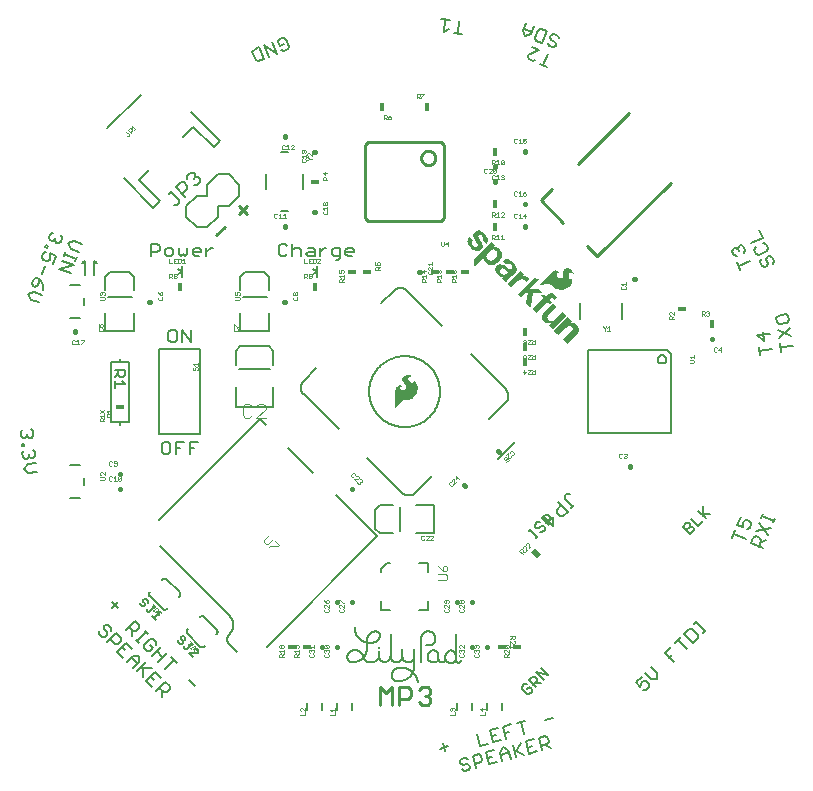
<source format=gbr>
G04 EAGLE Gerber RS-274X export*
G75*
%MOMM*%
%FSLAX34Y34*%
%LPD*%
%INSilkscreen Top*%
%IPPOS*%
%AMOC8*
5,1,8,0,0,1.08239X$1,22.5*%
G01*
%ADD10C,0.203200*%
%ADD11C,0.152400*%
%ADD12C,0.279400*%
%ADD13C,0.127000*%
%ADD14C,0.025400*%
%ADD15R,0.406400X0.711200*%
%ADD16C,0.406400*%
%ADD17C,0.101600*%
%ADD18R,0.711200X0.406400*%
%ADD19C,0.254000*%
%ADD20C,0.076200*%

G36*
X-7610Y-14069D02*
X-7610Y-14069D01*
X-7606Y-14071D01*
X-7536Y-14035D01*
X-7526Y-14030D01*
X-7525Y-14029D01*
X-2653Y-8547D01*
X-1799Y-7765D01*
X-809Y-7176D01*
X-458Y-7049D01*
X-90Y-6984D01*
X2185Y-6984D01*
X2190Y-6982D01*
X2196Y-6984D01*
X3560Y-6860D01*
X3570Y-6854D01*
X3582Y-6856D01*
X4901Y-6488D01*
X4909Y-6480D01*
X4922Y-6479D01*
X6152Y-5879D01*
X6159Y-5872D01*
X6170Y-5869D01*
X7327Y-5052D01*
X7332Y-5044D01*
X7341Y-5041D01*
X8372Y-4069D01*
X8375Y-4061D01*
X8381Y-4059D01*
X8382Y-4057D01*
X8384Y-4056D01*
X9269Y-2949D01*
X9271Y-2939D01*
X9280Y-2932D01*
X10227Y-1251D01*
X10228Y-1240D01*
X10236Y-1230D01*
X10864Y594D01*
X10863Y605D01*
X10870Y616D01*
X11158Y2523D01*
X11155Y2534D01*
X11160Y2546D01*
X11158Y2598D01*
X11150Y2850D01*
X11146Y2976D01*
X11146Y2977D01*
X11138Y3229D01*
X11130Y3482D01*
X11126Y3608D01*
X11118Y3860D01*
X11107Y4239D01*
X11099Y4474D01*
X11095Y4483D01*
X11097Y4495D01*
X10890Y5534D01*
X10885Y5542D01*
X10885Y5553D01*
X10527Y6550D01*
X10521Y6557D01*
X10520Y6568D01*
X10018Y7502D01*
X10009Y7509D01*
X10006Y7521D01*
X9099Y8658D01*
X9088Y8664D01*
X9081Y8677D01*
X7955Y9598D01*
X7912Y9610D01*
X7871Y9626D01*
X7866Y9624D01*
X7860Y9625D01*
X7822Y9604D01*
X7782Y9585D01*
X7779Y9579D01*
X7775Y9577D01*
X7767Y9548D01*
X7749Y9500D01*
X7749Y8620D01*
X7733Y8500D01*
X7689Y8397D01*
X7415Y8057D01*
X7054Y7809D01*
X6880Y7744D01*
X6342Y7686D01*
X5812Y7784D01*
X5324Y8033D01*
X4422Y8684D01*
X4010Y9038D01*
X3659Y9448D01*
X3376Y9906D01*
X3170Y10400D01*
X3111Y10700D01*
X3123Y11003D01*
X3280Y11522D01*
X3566Y11982D01*
X3961Y12352D01*
X4442Y12607D01*
X4932Y12746D01*
X5443Y12803D01*
X6046Y12803D01*
X6047Y12803D01*
X6069Y12812D01*
X6137Y12841D01*
X6172Y12933D01*
X6168Y12942D01*
X6134Y13018D01*
X6132Y13021D01*
X6131Y13022D01*
X6130Y13023D01*
X6109Y13043D01*
X6102Y13046D01*
X6098Y13054D01*
X5663Y13392D01*
X5648Y13396D01*
X5636Y13408D01*
X5132Y13629D01*
X5131Y13629D01*
X4775Y13781D01*
X4547Y13882D01*
X4537Y13883D01*
X4527Y13889D01*
X3649Y14109D01*
X3640Y14108D01*
X3630Y14112D01*
X2730Y14198D01*
X2720Y14194D01*
X2708Y14198D01*
X1840Y14132D01*
X1829Y14126D01*
X1816Y14127D01*
X976Y13896D01*
X966Y13888D01*
X953Y13887D01*
X173Y13499D01*
X166Y13491D01*
X155Y13488D01*
X-622Y12928D01*
X-626Y12921D01*
X-635Y12917D01*
X-1331Y12259D01*
X-1336Y12248D01*
X-1347Y12240D01*
X-1778Y11637D01*
X-1781Y11622D01*
X-1793Y11609D01*
X-2060Y10917D01*
X-2060Y10901D01*
X-2068Y10886D01*
X-2155Y10149D01*
X-2150Y10134D01*
X-2154Y10117D01*
X-2055Y9382D01*
X-2047Y9369D01*
X-2047Y9352D01*
X-1767Y8664D01*
X-1758Y8655D01*
X-1755Y8641D01*
X-568Y6883D01*
X-560Y6878D01*
X-556Y6867D01*
X897Y5326D01*
X1267Y4891D01*
X1507Y4388D01*
X1609Y3840D01*
X1566Y3284D01*
X1380Y2759D01*
X1065Y2299D01*
X640Y1934D01*
X97Y1641D01*
X-489Y1443D01*
X-1099Y1346D01*
X-1810Y1381D01*
X-2488Y1588D01*
X-3094Y1953D01*
X-3407Y2281D01*
X-3613Y2685D01*
X-3706Y3101D01*
X-3706Y3529D01*
X-3613Y3944D01*
X-3541Y4082D01*
X-3423Y4196D01*
X-2599Y4795D01*
X-2466Y4866D01*
X-2328Y4894D01*
X-2170Y4878D01*
X-2127Y4892D01*
X-2082Y4903D01*
X-2080Y4907D01*
X-2076Y4908D01*
X-2056Y4949D01*
X-2033Y4988D01*
X-2034Y4992D01*
X-2032Y4996D01*
X-2047Y5039D01*
X-2060Y5083D01*
X-2063Y5085D01*
X-2065Y5089D01*
X-2102Y5108D01*
X-2138Y5129D01*
X-2621Y5205D01*
X-2626Y5204D01*
X-2631Y5206D01*
X-3571Y5279D01*
X-3580Y5276D01*
X-3591Y5279D01*
X-4531Y5206D01*
X-4541Y5201D01*
X-4553Y5202D01*
X-5252Y5018D01*
X-5262Y5010D01*
X-5276Y5009D01*
X-5924Y4688D01*
X-5932Y4679D01*
X-5946Y4675D01*
X-6516Y4230D01*
X-6522Y4219D01*
X-6534Y4213D01*
X-7004Y3663D01*
X-7008Y3651D01*
X-7019Y3642D01*
X-7420Y2910D01*
X-7421Y2897D01*
X-7430Y2886D01*
X-7670Y2087D01*
X-7669Y2074D01*
X-7675Y2061D01*
X-7745Y1230D01*
X-7743Y1224D01*
X-7745Y1219D01*
X-7745Y-13945D01*
X-7743Y-13950D01*
X-7745Y-13954D01*
X-7724Y-13994D01*
X-7707Y-14036D01*
X-7702Y-14038D01*
X-7700Y-14042D01*
X-7657Y-14055D01*
X-7615Y-14071D01*
X-7610Y-14069D01*
G37*
G36*
X132618Y86184D02*
X132618Y86184D01*
X132627Y86182D01*
X134035Y86339D01*
X134044Y86344D01*
X134055Y86343D01*
X135913Y86862D01*
X135922Y86869D01*
X135934Y86870D01*
X137668Y87716D01*
X137676Y87724D01*
X137688Y87728D01*
X139240Y88872D01*
X139246Y88882D01*
X139258Y88887D01*
X140578Y90293D01*
X140582Y90303D01*
X140591Y90310D01*
X141180Y91191D01*
X141182Y91200D01*
X141190Y91207D01*
X141642Y92166D01*
X141643Y92175D01*
X141649Y92184D01*
X141955Y93199D01*
X141954Y93210D01*
X141959Y93221D01*
X142123Y94666D01*
X142119Y94679D01*
X142123Y94693D01*
X141978Y96140D01*
X141957Y96179D01*
X141939Y96219D01*
X141934Y96221D01*
X141931Y96226D01*
X141888Y96238D01*
X141846Y96253D01*
X141841Y96251D01*
X141836Y96252D01*
X141811Y96237D01*
X141763Y96216D01*
X141140Y95594D01*
X141044Y95520D01*
X140940Y95479D01*
X140507Y95432D01*
X140076Y95512D01*
X139907Y95589D01*
X139485Y95929D01*
X139180Y96373D01*
X139011Y96894D01*
X138834Y97992D01*
X138793Y98534D01*
X138834Y99071D01*
X138958Y99595D01*
X139162Y100090D01*
X139332Y100345D01*
X139555Y100550D01*
X140033Y100806D01*
X140560Y100929D01*
X141101Y100911D01*
X141622Y100752D01*
X142066Y100503D01*
X142468Y100182D01*
X142895Y99756D01*
X142895Y99755D01*
X142917Y99747D01*
X142986Y99719D01*
X143076Y99759D01*
X143080Y99771D01*
X143109Y99846D01*
X143109Y99850D01*
X143110Y99851D01*
X143109Y99852D01*
X143109Y99881D01*
X143106Y99888D01*
X143108Y99897D01*
X143040Y100443D01*
X143032Y100456D01*
X143032Y100474D01*
X142832Y100986D01*
X142832Y100987D01*
X142688Y101345D01*
X142598Y101579D01*
X142591Y101587D01*
X142589Y101599D01*
X142123Y102374D01*
X142116Y102380D01*
X142112Y102390D01*
X141536Y103087D01*
X141527Y103092D01*
X141521Y103102D01*
X140860Y103670D01*
X140848Y103674D01*
X140840Y103684D01*
X140082Y104114D01*
X140070Y104116D01*
X140060Y104124D01*
X139234Y104401D01*
X139224Y104400D01*
X139214Y104406D01*
X138268Y104559D01*
X138260Y104557D01*
X138251Y104561D01*
X137294Y104587D01*
X137283Y104583D01*
X137269Y104586D01*
X136538Y104464D01*
X136525Y104456D01*
X136507Y104455D01*
X135829Y104154D01*
X135818Y104143D01*
X135802Y104138D01*
X135219Y103678D01*
X135212Y103665D01*
X135197Y103656D01*
X134748Y103065D01*
X134744Y103050D01*
X134732Y103038D01*
X134444Y102354D01*
X134444Y102341D01*
X134436Y102329D01*
X134032Y100247D01*
X134034Y100237D01*
X134029Y100227D01*
X133967Y98110D01*
X133921Y97541D01*
X133735Y97015D01*
X133420Y96556D01*
X132996Y96193D01*
X132493Y95953D01*
X131945Y95850D01*
X131386Y95893D01*
X130796Y96070D01*
X130240Y96344D01*
X129741Y96707D01*
X129263Y97234D01*
X128930Y97860D01*
X128760Y98547D01*
X128771Y99000D01*
X128910Y99432D01*
X129139Y99791D01*
X129441Y100094D01*
X129800Y100322D01*
X129949Y100368D01*
X130113Y100366D01*
X131119Y100206D01*
X131263Y100163D01*
X131380Y100085D01*
X131481Y99962D01*
X131522Y99941D01*
X131561Y99917D01*
X131565Y99918D01*
X131569Y99917D01*
X131612Y99931D01*
X131656Y99943D01*
X131658Y99946D01*
X131662Y99948D01*
X131682Y99989D01*
X131704Y100029D01*
X131703Y100033D01*
X131705Y100036D01*
X131692Y100076D01*
X131681Y100117D01*
X131393Y100512D01*
X131389Y100515D01*
X131387Y100520D01*
X130774Y101236D01*
X130766Y101241D01*
X130760Y101250D01*
X130044Y101863D01*
X130033Y101866D01*
X130025Y101876D01*
X129401Y102240D01*
X129388Y102242D01*
X129378Y102251D01*
X128693Y102482D01*
X128680Y102481D01*
X128668Y102488D01*
X127950Y102577D01*
X127938Y102574D01*
X127925Y102578D01*
X127204Y102521D01*
X127193Y102515D01*
X127179Y102516D01*
X126378Y102282D01*
X126368Y102274D01*
X126353Y102272D01*
X125618Y101878D01*
X125610Y101867D01*
X125597Y101863D01*
X124959Y101324D01*
X124957Y101319D01*
X124952Y101317D01*
X114229Y90594D01*
X114227Y90590D01*
X114223Y90587D01*
X114209Y90545D01*
X114192Y90503D01*
X114194Y90498D01*
X114193Y90494D01*
X114214Y90454D01*
X114232Y90413D01*
X114237Y90411D01*
X114239Y90407D01*
X114314Y90383D01*
X114324Y90379D01*
X114325Y90379D01*
X114326Y90379D01*
X121647Y90811D01*
X122804Y90760D01*
X123921Y90476D01*
X124258Y90318D01*
X124564Y90103D01*
X126173Y88494D01*
X126178Y88492D01*
X126181Y88487D01*
X127233Y87611D01*
X127244Y87607D01*
X127252Y87598D01*
X128444Y86925D01*
X128456Y86924D01*
X128465Y86916D01*
X129759Y86470D01*
X129769Y86471D01*
X129779Y86465D01*
X131175Y86225D01*
X131184Y86227D01*
X131193Y86223D01*
X132609Y86181D01*
X132618Y86184D01*
G37*
G36*
X59222Y106013D02*
X59222Y106013D01*
X59224Y106012D01*
X59244Y106023D01*
X59303Y106049D01*
X67155Y113901D01*
X67154Y113898D01*
X67015Y113024D01*
X67018Y113012D01*
X67014Y112998D01*
X67063Y112114D01*
X67069Y112102D01*
X67068Y112088D01*
X67303Y111234D01*
X67311Y111224D01*
X67313Y111210D01*
X67723Y110425D01*
X67731Y110418D01*
X67735Y110407D01*
X68486Y109436D01*
X68494Y109432D01*
X68498Y109423D01*
X69378Y108567D01*
X69386Y108564D01*
X69391Y108556D01*
X70382Y107832D01*
X70392Y107830D01*
X70399Y107822D01*
X71257Y107380D01*
X71268Y107379D01*
X71277Y107372D01*
X72198Y107082D01*
X72208Y107083D01*
X72219Y107077D01*
X73175Y106948D01*
X73186Y106951D01*
X73197Y106947D01*
X74161Y106981D01*
X74171Y106986D01*
X74183Y106984D01*
X75566Y107276D01*
X75575Y107282D01*
X75587Y107282D01*
X76900Y107808D01*
X76907Y107816D01*
X76919Y107818D01*
X78121Y108563D01*
X78127Y108572D01*
X78139Y108576D01*
X79788Y110059D01*
X79793Y110069D01*
X79804Y110076D01*
X81160Y111831D01*
X81163Y111842D01*
X81172Y111851D01*
X82189Y113822D01*
X82190Y113834D01*
X82199Y113845D01*
X82524Y114990D01*
X82523Y115004D01*
X82529Y115017D01*
X82599Y116206D01*
X82595Y116216D01*
X82598Y116228D01*
X82477Y117273D01*
X82473Y117280D01*
X82474Y117289D01*
X82218Y118310D01*
X82212Y118318D01*
X82211Y118330D01*
X81770Y119337D01*
X81761Y119346D01*
X81757Y119360D01*
X81120Y120256D01*
X81111Y120262D01*
X81105Y120274D01*
X79687Y121657D01*
X79676Y121661D01*
X79668Y121672D01*
X79255Y121941D01*
X79244Y121943D01*
X79235Y121951D01*
X77924Y122508D01*
X77915Y122508D01*
X77906Y122515D01*
X77464Y122628D01*
X77452Y122627D01*
X77441Y122632D01*
X76984Y122662D01*
X76978Y122660D01*
X76971Y122662D01*
X75660Y122608D01*
X75659Y122608D01*
X75658Y122608D01*
X75459Y122597D01*
X76831Y123936D01*
X76837Y123950D01*
X76849Y123959D01*
X76855Y123994D01*
X76869Y124027D01*
X76863Y124041D01*
X76866Y124056D01*
X76842Y124090D01*
X76830Y124117D01*
X76821Y124121D01*
X76814Y124131D01*
X73546Y126358D01*
X73506Y126366D01*
X73469Y126380D01*
X73459Y126376D01*
X73449Y126377D01*
X73424Y126360D01*
X73385Y126343D01*
X73331Y126289D01*
X58837Y111795D01*
X58835Y111789D01*
X58829Y111786D01*
X58809Y111725D01*
X58800Y111704D01*
X58801Y111702D01*
X58801Y111699D01*
X59088Y106132D01*
X59108Y106089D01*
X59127Y106046D01*
X59130Y106045D01*
X59131Y106043D01*
X59176Y106028D01*
X59220Y106012D01*
X59222Y106013D01*
G37*
G36*
X85891Y92623D02*
X85891Y92623D01*
X85916Y92623D01*
X85937Y92643D01*
X85959Y92653D01*
X85965Y92671D01*
X85981Y92687D01*
X86069Y92879D01*
X86738Y94042D01*
X87612Y95060D01*
X90697Y98110D01*
X90698Y98112D01*
X90701Y98113D01*
X90717Y98157D01*
X90730Y98190D01*
X90752Y98200D01*
X94165Y101612D01*
X94166Y101614D01*
X94167Y101615D01*
X94169Y101621D01*
X94175Y101624D01*
X94631Y102208D01*
X94634Y102223D01*
X94646Y102235D01*
X94946Y102912D01*
X94946Y102927D01*
X94955Y102942D01*
X95081Y103672D01*
X95077Y103686D01*
X95082Y103703D01*
X95027Y104441D01*
X95020Y104453D01*
X95021Y104469D01*
X94590Y105880D01*
X94582Y105890D01*
X94580Y105903D01*
X93881Y107203D01*
X93873Y107210D01*
X93870Y107220D01*
X92803Y108612D01*
X92796Y108616D01*
X92793Y108624D01*
X91559Y109870D01*
X91554Y109872D01*
X91552Y109876D01*
X91549Y109878D01*
X91547Y109881D01*
X90165Y110961D01*
X90156Y110963D01*
X90150Y110971D01*
X89045Y111604D01*
X89035Y111605D01*
X89026Y111612D01*
X87833Y112057D01*
X87822Y112057D01*
X87811Y112064D01*
X86826Y112235D01*
X86814Y112233D01*
X86801Y112237D01*
X85802Y112204D01*
X85790Y112199D01*
X85776Y112201D01*
X84805Y111965D01*
X84795Y111957D01*
X84780Y111956D01*
X83878Y111527D01*
X83869Y111517D01*
X83856Y111513D01*
X83139Y110969D01*
X83136Y110970D01*
X83135Y110970D01*
X83094Y110952D01*
X83045Y110931D01*
X83045Y110930D01*
X83043Y110926D01*
X83011Y110846D01*
X83010Y110810D01*
X83026Y110770D01*
X83038Y110728D01*
X83044Y110725D01*
X83047Y110719D01*
X83087Y110702D01*
X83115Y110688D01*
X86047Y107755D01*
X86050Y107754D01*
X86050Y107752D01*
X86095Y107736D01*
X86139Y107718D01*
X86141Y107719D01*
X86143Y107718D01*
X86226Y107755D01*
X86256Y107785D01*
X86677Y108116D01*
X87157Y108336D01*
X87675Y108437D01*
X88202Y108413D01*
X88710Y108266D01*
X89224Y107986D01*
X89677Y107608D01*
X90600Y106615D01*
X90818Y106312D01*
X90972Y105976D01*
X91058Y105617D01*
X91058Y105613D01*
X91058Y105612D01*
X91063Y105486D01*
X91067Y105360D01*
X91071Y105274D01*
X91014Y104935D01*
X90891Y104615D01*
X90601Y104168D01*
X90225Y103792D01*
X89778Y103502D01*
X89680Y103464D01*
X89576Y103445D01*
X89191Y103461D01*
X88714Y103589D01*
X88266Y103804D01*
X87183Y104569D01*
X85461Y105967D01*
X85457Y105968D01*
X85454Y105972D01*
X84170Y106863D01*
X84162Y106864D01*
X84155Y106871D01*
X82763Y107579D01*
X82753Y107580D01*
X82743Y107587D01*
X81992Y107821D01*
X81980Y107820D01*
X81967Y107826D01*
X81184Y107905D01*
X81172Y107902D01*
X81159Y107905D01*
X80376Y107826D01*
X80364Y107820D01*
X80349Y107820D01*
X79436Y107514D01*
X79424Y107504D01*
X79408Y107501D01*
X78597Y106981D01*
X78589Y106971D01*
X78581Y106967D01*
X78580Y106966D01*
X78576Y106964D01*
X77824Y106216D01*
X77821Y106211D01*
X77819Y106209D01*
X77816Y106203D01*
X77809Y106198D01*
X77204Y105327D01*
X77201Y105316D01*
X77192Y105307D01*
X76754Y104340D01*
X76753Y104329D01*
X76746Y104318D01*
X76611Y103770D01*
X76613Y103759D01*
X76608Y103747D01*
X76577Y103183D01*
X76581Y103172D01*
X76578Y103160D01*
X76654Y102600D01*
X76660Y102590D01*
X76660Y102575D01*
X77129Y101250D01*
X77138Y101239D01*
X77141Y101224D01*
X77893Y100036D01*
X77904Y100029D01*
X77909Y100016D01*
X79038Y98834D01*
X79039Y98833D01*
X79040Y98832D01*
X79048Y98829D01*
X79054Y98819D01*
X80368Y97846D01*
X80379Y97844D01*
X80387Y97834D01*
X81368Y97351D01*
X81380Y97351D01*
X81390Y97343D01*
X82444Y97052D01*
X82456Y97054D01*
X82468Y97048D01*
X83550Y96960D01*
X83578Y96955D01*
X83585Y96949D01*
X83589Y96942D01*
X83590Y96933D01*
X83581Y96910D01*
X83013Y96022D01*
X83013Y96019D01*
X83010Y96017D01*
X82866Y95765D01*
X82864Y95748D01*
X82852Y95732D01*
X82843Y95691D01*
X82848Y95662D01*
X82847Y95641D01*
X82846Y95639D01*
X82846Y95637D01*
X82846Y95622D01*
X82859Y95583D01*
X82878Y95560D01*
X82897Y95526D01*
X82925Y95502D01*
X85777Y92650D01*
X85801Y92640D01*
X85818Y92623D01*
X85844Y92623D01*
X85869Y92613D01*
X85891Y92623D01*
G37*
G36*
X106685Y71777D02*
X106685Y71777D01*
X106723Y71786D01*
X106729Y71796D01*
X106739Y71800D01*
X106750Y71828D01*
X106772Y71862D01*
X109104Y83524D01*
X117064Y83435D01*
X117065Y83436D01*
X117067Y83435D01*
X117110Y83454D01*
X117155Y83473D01*
X117155Y83474D01*
X117157Y83475D01*
X117173Y83520D01*
X117191Y83564D01*
X117190Y83566D01*
X117191Y83568D01*
X117154Y83651D01*
X113849Y86956D01*
X113846Y86957D01*
X113845Y86960D01*
X113760Y86993D01*
X106018Y86993D01*
X114100Y95075D01*
X114113Y95107D01*
X114134Y95135D01*
X114131Y95151D01*
X114137Y95166D01*
X114123Y95198D01*
X114117Y95232D01*
X114104Y95242D01*
X114097Y95257D01*
X114072Y95266D01*
X114044Y95286D01*
X109447Y96543D01*
X109426Y96541D01*
X109407Y96548D01*
X109376Y96534D01*
X109349Y96530D01*
X109340Y96518D01*
X109324Y96511D01*
X95656Y82843D01*
X95654Y82840D01*
X95652Y82838D01*
X95619Y82753D01*
X95619Y82681D01*
X95620Y82678D01*
X95619Y82675D01*
X95656Y82592D01*
X98583Y79664D01*
X98585Y79664D01*
X98586Y79662D01*
X98631Y79645D01*
X98674Y79628D01*
X98676Y79628D01*
X98678Y79628D01*
X98762Y79664D01*
X98851Y79754D01*
X102585Y83488D01*
X104892Y83455D01*
X102951Y75527D01*
X102954Y75509D01*
X102947Y75492D01*
X102962Y75458D01*
X102967Y75430D01*
X102978Y75422D01*
X102984Y75408D01*
X106558Y71798D01*
X106594Y71784D01*
X106627Y71763D01*
X106638Y71765D01*
X106649Y71761D01*
X106685Y71777D01*
G37*
G36*
X125204Y53245D02*
X125204Y53245D01*
X125206Y53244D01*
X125289Y53281D01*
X136335Y64327D01*
X136336Y64329D01*
X136338Y64330D01*
X136354Y64374D01*
X136372Y64418D01*
X136371Y64420D01*
X136372Y64422D01*
X136335Y64505D01*
X133354Y67486D01*
X133352Y67487D01*
X133351Y67489D01*
X133307Y67506D01*
X133263Y67523D01*
X133261Y67522D01*
X133259Y67523D01*
X133175Y67486D01*
X127305Y61616D01*
X126382Y60800D01*
X125371Y60108D01*
X124835Y59866D01*
X124260Y59755D01*
X123675Y59778D01*
X123110Y59936D01*
X122472Y60275D01*
X121915Y60737D01*
X121463Y61302D01*
X121134Y61947D01*
X121013Y62385D01*
X120985Y62839D01*
X121049Y63288D01*
X121349Y64073D01*
X121831Y64765D01*
X128900Y71834D01*
X128901Y71836D01*
X128903Y71837D01*
X128919Y71881D01*
X128937Y71925D01*
X128936Y71927D01*
X128937Y71929D01*
X128900Y72013D01*
X125973Y74940D01*
X125970Y74941D01*
X125970Y74943D01*
X125925Y74959D01*
X125881Y74977D01*
X125879Y74976D01*
X125877Y74977D01*
X125794Y74940D01*
X118161Y67307D01*
X118159Y67301D01*
X118153Y67298D01*
X117447Y66449D01*
X117443Y66438D01*
X117434Y66430D01*
X116894Y65467D01*
X116892Y65455D01*
X116884Y65445D01*
X116529Y64400D01*
X116530Y64388D01*
X116524Y64377D01*
X116364Y63284D01*
X116368Y63272D01*
X116363Y63259D01*
X116382Y62919D01*
X116387Y62907D01*
X116386Y62893D01*
X116651Y61884D01*
X116659Y61874D01*
X116660Y61861D01*
X117114Y60921D01*
X117124Y60913D01*
X117127Y60900D01*
X117754Y60066D01*
X117763Y60061D01*
X117767Y60050D01*
X118845Y59015D01*
X118853Y59012D01*
X118858Y59005D01*
X120061Y58118D01*
X120070Y58116D01*
X120077Y58108D01*
X120319Y57979D01*
X120329Y57978D01*
X120338Y57971D01*
X120599Y57884D01*
X120608Y57885D01*
X120617Y57879D01*
X121741Y57688D01*
X121750Y57690D01*
X121759Y57686D01*
X122898Y57656D01*
X122906Y57659D01*
X122916Y57657D01*
X123727Y57751D01*
X122273Y56297D01*
X122272Y56295D01*
X122270Y56294D01*
X122254Y56250D01*
X122236Y56206D01*
X122237Y56204D01*
X122236Y56202D01*
X122273Y56119D01*
X125111Y53281D01*
X125113Y53280D01*
X125114Y53278D01*
X125158Y53262D01*
X125202Y53244D01*
X125204Y53245D01*
G37*
G36*
X137345Y41139D02*
X137345Y41139D01*
X137347Y41138D01*
X137430Y41175D01*
X144884Y48629D01*
X144886Y48634D01*
X144891Y48636D01*
X145625Y49499D01*
X145628Y49507D01*
X145635Y49512D01*
X146249Y50464D01*
X146250Y50474D01*
X146258Y50481D01*
X146566Y51170D01*
X146566Y51181D01*
X146573Y51190D01*
X146760Y51922D01*
X146759Y51932D01*
X146764Y51943D01*
X146825Y52695D01*
X146821Y52707D01*
X146824Y52720D01*
X146706Y53712D01*
X146699Y53724D01*
X146699Y53740D01*
X146358Y54679D01*
X146349Y54689D01*
X146345Y54705D01*
X145799Y55541D01*
X145790Y55547D01*
X145785Y55559D01*
X144402Y57013D01*
X144401Y57013D01*
X144400Y57013D01*
X144392Y57017D01*
X144386Y57027D01*
X143533Y57661D01*
X143520Y57664D01*
X143510Y57674D01*
X142544Y58118D01*
X142531Y58118D01*
X142519Y58126D01*
X141482Y58360D01*
X141472Y58358D01*
X141461Y58363D01*
X140841Y58395D01*
X140833Y58392D01*
X140824Y58395D01*
X140205Y58345D01*
X140201Y58343D01*
X140197Y58344D01*
X139733Y58273D01*
X139557Y58257D01*
X139507Y58266D01*
X140969Y59728D01*
X140970Y59730D01*
X140972Y59731D01*
X140988Y59776D01*
X141006Y59820D01*
X141005Y59822D01*
X141006Y59824D01*
X140969Y59907D01*
X138114Y62762D01*
X138112Y62763D01*
X138111Y62765D01*
X138066Y62781D01*
X138022Y62799D01*
X138020Y62798D01*
X138018Y62799D01*
X137935Y62762D01*
X126818Y51645D01*
X126817Y51643D01*
X126815Y51642D01*
X126799Y51598D01*
X126781Y51554D01*
X126782Y51552D01*
X126781Y51550D01*
X126818Y51466D01*
X129799Y48485D01*
X129801Y48485D01*
X129802Y48483D01*
X129847Y48466D01*
X129890Y48448D01*
X129892Y48449D01*
X129894Y48449D01*
X129978Y48485D01*
X136600Y55108D01*
X137211Y55605D01*
X137894Y55983D01*
X138631Y56205D01*
X139399Y56243D01*
X139944Y56141D01*
X140453Y55921D01*
X140908Y55589D01*
X140936Y55564D01*
X141626Y54932D01*
X141724Y54843D01*
X141936Y54608D01*
X142093Y54341D01*
X142247Y53880D01*
X142294Y53397D01*
X142230Y52914D01*
X141995Y52241D01*
X141643Y51619D01*
X141182Y51066D01*
X134361Y44245D01*
X134360Y44243D01*
X134358Y44242D01*
X134341Y44198D01*
X134324Y44154D01*
X134325Y44152D01*
X134324Y44150D01*
X134361Y44067D01*
X137252Y41175D01*
X137254Y41174D01*
X137255Y41172D01*
X137299Y41156D01*
X137343Y41138D01*
X137345Y41139D01*
G37*
G36*
X62196Y119015D02*
X62196Y119015D01*
X62207Y119020D01*
X62219Y119018D01*
X62886Y119149D01*
X62896Y119155D01*
X62909Y119155D01*
X63539Y119410D01*
X63548Y119418D01*
X63561Y119421D01*
X64132Y119789D01*
X64136Y119797D01*
X64146Y119800D01*
X64935Y120482D01*
X64940Y120491D01*
X64950Y120497D01*
X65629Y121309D01*
X65633Y121323D01*
X65645Y121334D01*
X66116Y122282D01*
X66117Y122296D01*
X66125Y122309D01*
X66239Y122778D01*
X66237Y122791D01*
X66242Y122805D01*
X66255Y123287D01*
X66252Y123295D01*
X66254Y123300D01*
X66252Y123304D01*
X66253Y123309D01*
X66124Y124158D01*
X66119Y124166D01*
X66120Y124175D01*
X65872Y124997D01*
X65866Y125004D01*
X65866Y125013D01*
X65126Y126615D01*
X65120Y126621D01*
X65118Y126630D01*
X64169Y128118D01*
X64168Y128118D01*
X64168Y128120D01*
X63024Y129836D01*
X62684Y130560D01*
X62501Y131332D01*
X62508Y131739D01*
X62633Y132124D01*
X62848Y132431D01*
X63145Y132660D01*
X63497Y132792D01*
X63851Y132817D01*
X64202Y132743D01*
X64612Y132554D01*
X64990Y132296D01*
X65135Y132166D01*
X65275Y132040D01*
X65621Y131727D01*
X66190Y131097D01*
X66470Y130676D01*
X66667Y130214D01*
X66775Y129723D01*
X66780Y129478D01*
X66783Y129352D01*
X66783Y129341D01*
X66715Y128966D01*
X66573Y128610D01*
X66440Y128400D01*
X66267Y128205D01*
X66252Y128160D01*
X66236Y128115D01*
X66237Y128113D01*
X66236Y128112D01*
X66245Y128094D01*
X66273Y128032D01*
X69020Y125284D01*
X69029Y125281D01*
X69034Y125273D01*
X69074Y125263D01*
X69112Y125247D01*
X69120Y125251D01*
X69129Y125249D01*
X69175Y125275D01*
X69202Y125287D01*
X69203Y125292D01*
X69208Y125294D01*
X69657Y125851D01*
X69660Y125861D01*
X69669Y125868D01*
X69670Y125875D01*
X69675Y125880D01*
X69690Y125884D01*
X69703Y125908D01*
X69728Y125931D01*
X69979Y126469D01*
X69979Y126474D01*
X69982Y126478D01*
X70288Y127287D01*
X70287Y127296D01*
X70293Y127305D01*
X70404Y127820D01*
X70402Y127830D01*
X70406Y127839D01*
X70439Y128365D01*
X70435Y128376D01*
X70439Y128388D01*
X70295Y129602D01*
X70289Y129613D01*
X70289Y129628D01*
X69894Y130784D01*
X69886Y130793D01*
X69884Y130806D01*
X69190Y132022D01*
X69181Y132028D01*
X69178Y132039D01*
X68291Y133123D01*
X68285Y133126D01*
X68283Y133132D01*
X67008Y134407D01*
X67001Y134410D01*
X66997Y134416D01*
X65877Y135318D01*
X65866Y135321D01*
X65858Y135330D01*
X64593Y136014D01*
X64582Y136015D01*
X64572Y136023D01*
X63204Y136467D01*
X63192Y136466D01*
X63181Y136472D01*
X62584Y136547D01*
X62572Y136544D01*
X62559Y136548D01*
X61959Y136506D01*
X61948Y136500D01*
X61934Y136502D01*
X61353Y136344D01*
X61344Y136336D01*
X61330Y136335D01*
X60311Y135822D01*
X60302Y135812D01*
X60289Y135808D01*
X59396Y135097D01*
X59390Y135086D01*
X59378Y135079D01*
X58649Y134201D01*
X58645Y134189D01*
X58635Y134179D01*
X58396Y133727D01*
X58395Y133714D01*
X58386Y133702D01*
X58247Y133210D01*
X58248Y133197D01*
X58242Y133184D01*
X58207Y132674D01*
X58211Y132663D01*
X58208Y132651D01*
X58306Y131793D01*
X58311Y131784D01*
X58310Y131773D01*
X58539Y130941D01*
X58545Y130933D01*
X58545Y130922D01*
X58901Y130135D01*
X58907Y130129D01*
X58908Y130121D01*
X60865Y126944D01*
X61479Y125896D01*
X61929Y124781D01*
X62004Y124380D01*
X61976Y123977D01*
X61849Y123594D01*
X61629Y123255D01*
X61331Y122981D01*
X60976Y122791D01*
X60585Y122695D01*
X60181Y122697D01*
X59598Y122839D01*
X59057Y123101D01*
X58579Y123475D01*
X57639Y124415D01*
X57293Y124864D01*
X57031Y125433D01*
X56896Y126044D01*
X56897Y126670D01*
X57009Y127143D01*
X57233Y127573D01*
X57563Y127945D01*
X57597Y127978D01*
X57598Y127980D01*
X57600Y127981D01*
X57616Y128026D01*
X57634Y128070D01*
X57633Y128072D01*
X57634Y128074D01*
X57597Y128157D01*
X54867Y130887D01*
X54860Y130890D01*
X54857Y130896D01*
X54843Y130900D01*
X54834Y130910D01*
X54833Y130910D01*
X54831Y130912D01*
X54802Y130913D01*
X54775Y130924D01*
X54769Y130921D01*
X54762Y130923D01*
X54749Y130916D01*
X54736Y130917D01*
X54735Y130916D01*
X54733Y130916D01*
X54713Y130897D01*
X54707Y130894D01*
X54685Y130884D01*
X54684Y130882D01*
X54682Y130881D01*
X54448Y130611D01*
X54446Y130605D01*
X54440Y130601D01*
X54099Y130116D01*
X54097Y130106D01*
X54089Y130099D01*
X53497Y128895D01*
X53496Y128886D01*
X53489Y128878D01*
X53287Y128238D01*
X53288Y128226D01*
X53282Y128214D01*
X53209Y127547D01*
X53213Y127535D01*
X53209Y127522D01*
X53268Y126854D01*
X53272Y126846D01*
X53271Y126838D01*
X53576Y125454D01*
X53581Y125448D01*
X53581Y125438D01*
X53906Y124551D01*
X53915Y124541D01*
X53918Y124527D01*
X54419Y123726D01*
X54427Y123720D01*
X54430Y123710D01*
X56119Y121770D01*
X56125Y121767D01*
X56128Y121760D01*
X57099Y120856D01*
X57105Y120853D01*
X57109Y120847D01*
X58167Y120047D01*
X58176Y120044D01*
X58182Y120037D01*
X59089Y119530D01*
X59099Y119529D01*
X59108Y119521D01*
X60089Y119178D01*
X60100Y119179D01*
X60110Y119173D01*
X61136Y119005D01*
X61146Y119008D01*
X61158Y119003D01*
X62196Y119015D01*
G37*
G36*
X111590Y66751D02*
X111590Y66751D01*
X111592Y66751D01*
X111676Y66787D01*
X120800Y75912D01*
X122830Y73881D01*
X122833Y73880D01*
X122833Y73878D01*
X122878Y73862D01*
X122922Y73844D01*
X122924Y73845D01*
X122926Y73844D01*
X123009Y73881D01*
X124895Y75767D01*
X124896Y75769D01*
X124898Y75770D01*
X124914Y75814D01*
X124932Y75858D01*
X124931Y75860D01*
X124932Y75862D01*
X124895Y75945D01*
X122883Y77958D01*
X123775Y78850D01*
X124146Y79132D01*
X124569Y79307D01*
X124862Y79343D01*
X125152Y79294D01*
X125419Y79163D01*
X126115Y78585D01*
X126702Y77878D01*
X126881Y77661D01*
X126887Y77659D01*
X126889Y77653D01*
X126943Y77599D01*
X126945Y77598D01*
X126946Y77596D01*
X126990Y77580D01*
X127034Y77562D01*
X127036Y77563D01*
X127038Y77562D01*
X127122Y77599D01*
X129259Y79737D01*
X129260Y79739D01*
X129262Y79740D01*
X129278Y79784D01*
X129296Y79828D01*
X129295Y79830D01*
X129296Y79832D01*
X129259Y79915D01*
X129244Y79930D01*
X128366Y80915D01*
X128363Y80917D01*
X128361Y80921D01*
X127265Y82017D01*
X127255Y82021D01*
X127249Y82031D01*
X126410Y82623D01*
X126398Y82626D01*
X126388Y82635D01*
X125449Y83052D01*
X125437Y83052D01*
X125426Y83060D01*
X124423Y83284D01*
X124411Y83282D01*
X124399Y83287D01*
X123372Y83311D01*
X123361Y83307D01*
X123348Y83309D01*
X122770Y83212D01*
X122760Y83206D01*
X122748Y83206D01*
X122197Y83007D01*
X122188Y82999D01*
X122176Y82997D01*
X121670Y82701D01*
X121664Y82692D01*
X121652Y82688D01*
X120018Y81305D01*
X120016Y81300D01*
X120011Y81298D01*
X119777Y81064D01*
X118896Y81945D01*
X118893Y81946D01*
X118891Y81949D01*
X118807Y81982D01*
X115035Y81982D01*
X115034Y81981D01*
X115034Y81982D01*
X114990Y81962D01*
X114944Y81943D01*
X114944Y81942D01*
X114943Y81942D01*
X114926Y81896D01*
X114909Y81851D01*
X114909Y81850D01*
X114945Y81767D01*
X117659Y79018D01*
X117604Y78963D01*
X108552Y69911D01*
X108551Y69909D01*
X108549Y69908D01*
X108533Y69864D01*
X108515Y69820D01*
X108516Y69818D01*
X108515Y69816D01*
X108552Y69732D01*
X111497Y66787D01*
X111499Y66787D01*
X111500Y66785D01*
X111544Y66768D01*
X111588Y66750D01*
X111590Y66751D01*
G37*
G36*
X90361Y88124D02*
X90361Y88124D01*
X90363Y88123D01*
X90446Y88160D01*
X95975Y93688D01*
X96625Y94235D01*
X97345Y94673D01*
X98161Y94979D01*
X99022Y95097D01*
X99889Y95021D01*
X100415Y94869D01*
X100909Y94630D01*
X101357Y94313D01*
X102435Y93234D01*
X102770Y92724D01*
X102772Y92722D01*
X102773Y92719D01*
X102863Y92594D01*
X102871Y92589D01*
X102876Y92578D01*
X102894Y92560D01*
X102896Y92559D01*
X102897Y92557D01*
X102942Y92541D01*
X102985Y92523D01*
X102988Y92524D01*
X102990Y92523D01*
X103073Y92560D01*
X105803Y95290D01*
X105821Y95334D01*
X105840Y95378D01*
X105839Y95380D01*
X105840Y95381D01*
X105832Y95398D01*
X105808Y95464D01*
X104891Y96487D01*
X104882Y96492D01*
X104875Y96503D01*
X104320Y96938D01*
X104308Y96942D01*
X104299Y96952D01*
X103668Y97268D01*
X103655Y97268D01*
X103644Y97277D01*
X102963Y97459D01*
X102959Y97459D01*
X102955Y97461D01*
X101913Y97676D01*
X101909Y97675D01*
X101904Y97678D01*
X101412Y97743D01*
X101398Y97739D01*
X101383Y97743D01*
X100888Y97696D01*
X100882Y97693D01*
X100875Y97694D01*
X99653Y97443D01*
X99337Y97379D01*
X99293Y97402D01*
X101259Y99367D01*
X101264Y99380D01*
X101276Y99388D01*
X101282Y99424D01*
X101296Y99459D01*
X101291Y99471D01*
X101293Y99485D01*
X101269Y99521D01*
X101256Y99549D01*
X101248Y99552D01*
X101242Y99560D01*
X98027Y101805D01*
X97987Y101814D01*
X97949Y101828D01*
X97940Y101824D01*
X97931Y101826D01*
X97905Y101809D01*
X97866Y101791D01*
X87322Y91284D01*
X87321Y91282D01*
X87319Y91281D01*
X87303Y91237D01*
X87285Y91193D01*
X87286Y91191D01*
X87285Y91189D01*
X87322Y91105D01*
X90268Y88160D01*
X90270Y88159D01*
X90270Y88157D01*
X90315Y88140D01*
X90359Y88123D01*
X90361Y88124D01*
G37*
%LPC*%
G36*
X72193Y111051D02*
X72193Y111051D01*
X71431Y111334D01*
X70675Y111838D01*
X70035Y112486D01*
X69632Y113103D01*
X69358Y113787D01*
X69254Y114404D01*
X69295Y115027D01*
X69482Y115638D01*
X69481Y115644D01*
X69485Y115650D01*
X69503Y115740D01*
X69503Y115741D01*
X69503Y115742D01*
X69516Y115814D01*
X69549Y115864D01*
X69577Y115891D01*
X69577Y115892D01*
X69578Y115892D01*
X69596Y115938D01*
X69613Y115982D01*
X69613Y115983D01*
X69613Y115984D01*
X69593Y116028D01*
X69584Y116049D01*
X69587Y116052D01*
X69618Y116071D01*
X69641Y116101D01*
X69644Y116113D01*
X69654Y116122D01*
X69972Y116758D01*
X70428Y117389D01*
X72211Y119208D01*
X72864Y119706D01*
X73600Y120065D01*
X74392Y120273D01*
X75296Y120331D01*
X76193Y120221D01*
X76546Y120096D01*
X76862Y119886D01*
X77657Y119161D01*
X78026Y118728D01*
X78299Y118234D01*
X78469Y117697D01*
X78560Y116715D01*
X78426Y115737D01*
X78076Y114816D01*
X77525Y113995D01*
X77457Y113927D01*
X77205Y113675D01*
X77079Y113548D01*
X76827Y113296D01*
X76702Y113170D01*
X76450Y112917D01*
X76324Y112791D01*
X76133Y112599D01*
X74542Y111438D01*
X73800Y111104D01*
X73000Y110973D01*
X72193Y111051D01*
G37*
%LPD*%
%LPC*%
G36*
X83619Y99044D02*
X83619Y99044D01*
X83282Y99119D01*
X82968Y99261D01*
X82126Y99892D01*
X81081Y101008D01*
X80824Y101403D01*
X80669Y101844D01*
X80624Y102310D01*
X80665Y102622D01*
X80771Y102918D01*
X80939Y103186D01*
X81344Y103608D01*
X81827Y103939D01*
X82365Y104167D01*
X82721Y104233D01*
X83083Y104216D01*
X83619Y104081D01*
X84125Y103854D01*
X84588Y103540D01*
X85716Y102627D01*
X85720Y102626D01*
X85722Y102623D01*
X86543Y102041D01*
X86551Y102039D01*
X86556Y102033D01*
X87441Y101555D01*
X87453Y101553D01*
X87463Y101545D01*
X87685Y101475D01*
X87701Y101476D01*
X87717Y101469D01*
X87907Y101459D01*
X87700Y101252D01*
X87699Y101250D01*
X87697Y101249D01*
X87681Y101205D01*
X87680Y101203D01*
X87628Y101180D01*
X87038Y100590D01*
X86219Y99869D01*
X85316Y99259D01*
X85166Y99176D01*
X84915Y99076D01*
X84653Y99027D01*
X83619Y99044D01*
G37*
%LPD*%
D10*
X79375Y-57150D02*
X93663Y-42863D01*
X-214567Y114681D02*
X-214567Y125358D01*
X-209228Y125358D01*
X-207448Y123579D01*
X-207448Y120020D01*
X-209228Y118240D01*
X-214567Y118240D01*
X-201093Y114681D02*
X-197534Y114681D01*
X-195754Y116461D01*
X-195754Y120020D01*
X-197534Y121799D01*
X-201093Y121799D01*
X-202873Y120020D01*
X-202873Y116461D01*
X-201093Y114681D01*
X-191179Y116461D02*
X-191179Y121799D01*
X-191179Y116461D02*
X-189399Y114681D01*
X-187620Y116461D01*
X-185840Y114681D01*
X-184061Y116461D01*
X-184061Y121799D01*
X-177705Y114681D02*
X-174146Y114681D01*
X-177705Y114681D02*
X-179485Y116461D01*
X-179485Y120020D01*
X-177705Y121799D01*
X-174146Y121799D01*
X-172367Y120020D01*
X-172367Y118240D01*
X-179485Y118240D01*
X-167791Y114681D02*
X-167791Y121799D01*
X-167791Y118240D02*
X-164232Y121799D01*
X-162452Y121799D01*
X-228278Y-194228D02*
X-235828Y-201777D01*
X-228278Y-194228D02*
X-224503Y-198003D01*
X-224503Y-200519D01*
X-227019Y-203036D01*
X-229536Y-203036D01*
X-233311Y-199261D01*
X-230794Y-201777D02*
X-230794Y-206811D01*
X-227559Y-210046D02*
X-225042Y-212563D01*
X-226300Y-211305D02*
X-218751Y-203755D01*
X-220009Y-202496D02*
X-217492Y-205013D01*
X-210721Y-211784D02*
X-210721Y-214301D01*
X-210721Y-211784D02*
X-213238Y-209267D01*
X-215755Y-209267D01*
X-220788Y-214301D01*
X-220788Y-216817D01*
X-218271Y-219334D01*
X-215755Y-219334D01*
X-213238Y-216817D01*
X-215755Y-214301D01*
X-213777Y-223828D02*
X-206227Y-216278D01*
X-210002Y-220053D02*
X-204969Y-225086D01*
X-201194Y-221311D02*
X-208744Y-228861D01*
X-202992Y-234613D02*
X-195442Y-227063D01*
X-197958Y-224547D02*
X-192925Y-229580D01*
X60930Y-289702D02*
X63693Y-300016D01*
X70569Y-298173D01*
X72225Y-286676D02*
X79101Y-284833D01*
X72225Y-286676D02*
X74989Y-296989D01*
X81864Y-295147D01*
X77045Y-290911D02*
X73607Y-291832D01*
X86284Y-293962D02*
X83521Y-283649D01*
X90396Y-281807D01*
X88340Y-287885D02*
X84903Y-288806D01*
X101018Y-290015D02*
X98254Y-279701D01*
X94816Y-280622D02*
X101692Y-278780D01*
X-99498Y123579D02*
X-101278Y125358D01*
X-104837Y125358D01*
X-106617Y123579D01*
X-106617Y116461D01*
X-104837Y114681D01*
X-101278Y114681D01*
X-99498Y116461D01*
X-94923Y114681D02*
X-94923Y125358D01*
X-93143Y121799D02*
X-94923Y120020D01*
X-93143Y121799D02*
X-89584Y121799D01*
X-87804Y120020D01*
X-87804Y114681D01*
X-81449Y121799D02*
X-77890Y121799D01*
X-76111Y120020D01*
X-76111Y114681D01*
X-81449Y114681D01*
X-83229Y116461D01*
X-81449Y118240D01*
X-76111Y118240D01*
X-71535Y114681D02*
X-71535Y121799D01*
X-71535Y118240D02*
X-67976Y121799D01*
X-66196Y121799D01*
X-58231Y111122D02*
X-56451Y111122D01*
X-54672Y112902D01*
X-54672Y121799D01*
X-60010Y121799D01*
X-61790Y120020D01*
X-61790Y116461D01*
X-60010Y114681D01*
X-54672Y114681D01*
X-48316Y114681D02*
X-44757Y114681D01*
X-48316Y114681D02*
X-50096Y116461D01*
X-50096Y120020D01*
X-48316Y121799D01*
X-44757Y121799D01*
X-42978Y120020D01*
X-42978Y118240D01*
X-50096Y118240D01*
X-194622Y52334D02*
X-198182Y52334D01*
X-199961Y50554D01*
X-199961Y43436D01*
X-198182Y41657D01*
X-194622Y41657D01*
X-192843Y43436D01*
X-192843Y50554D01*
X-194622Y52334D01*
X-188267Y52334D02*
X-188267Y41657D01*
X-181149Y41657D02*
X-188267Y52334D01*
X-181149Y52334D02*
X-181149Y41657D01*
X-200020Y-42281D02*
X-203580Y-42281D01*
X-205359Y-44061D01*
X-205359Y-51179D01*
X-203580Y-52959D01*
X-200020Y-52959D01*
X-198241Y-51179D01*
X-198241Y-44061D01*
X-200020Y-42281D01*
X-193665Y-42281D02*
X-193665Y-52959D01*
X-193665Y-42281D02*
X-186547Y-42281D01*
X-190106Y-47620D02*
X-193665Y-47620D01*
X-181971Y-52959D02*
X-181971Y-42281D01*
X-174853Y-42281D01*
X-178412Y-47620D02*
X-181971Y-47620D01*
D11*
X101401Y-247883D02*
X103438Y-247883D01*
X101401Y-247883D02*
X99364Y-249920D01*
X99364Y-251957D01*
X103438Y-256032D01*
X105476Y-256032D01*
X107513Y-253994D01*
X107513Y-251957D01*
X105476Y-249920D01*
X103438Y-251957D01*
X111072Y-250435D02*
X104960Y-244323D01*
X108016Y-241268D01*
X110053Y-241268D01*
X112091Y-243305D01*
X112091Y-245342D01*
X109035Y-248398D01*
X111072Y-246361D02*
X115147Y-246361D01*
X117687Y-243820D02*
X111575Y-237708D01*
X121762Y-239746D01*
X115650Y-233634D01*
X235505Y-114414D02*
X241617Y-120525D01*
X235505Y-114414D02*
X238561Y-111358D01*
X240598Y-111358D01*
X241617Y-112376D01*
X241617Y-114414D01*
X243654Y-114414D01*
X244673Y-115432D01*
X244673Y-117469D01*
X241617Y-120525D01*
X238561Y-117469D02*
X241617Y-114414D01*
X248232Y-113910D02*
X242120Y-107798D01*
X248232Y-113910D02*
X252307Y-109836D01*
X254847Y-107295D02*
X248735Y-101183D01*
X252810Y-105258D02*
X252810Y-97109D01*
X252810Y-103221D02*
X258922Y-103221D01*
D12*
X-20828Y-250304D02*
X-20828Y-265303D01*
X-15828Y-255304D02*
X-20828Y-250304D01*
X-15828Y-255304D02*
X-10829Y-250304D01*
X-10829Y-265303D01*
X-4456Y-265303D02*
X-4456Y-250304D01*
X3043Y-250304D01*
X5543Y-252804D01*
X5543Y-257804D01*
X3043Y-260303D01*
X-4456Y-260303D01*
X11915Y-252804D02*
X14415Y-250304D01*
X19415Y-250304D01*
X21914Y-252804D01*
X21914Y-255304D01*
X19415Y-257804D01*
X16915Y-257804D01*
X19415Y-257804D02*
X21914Y-260303D01*
X21914Y-262803D01*
X19415Y-265303D01*
X14415Y-265303D01*
X11915Y-262803D01*
D10*
X-248540Y-202576D02*
X-248540Y-200060D01*
X-251057Y-197543D01*
X-253574Y-197543D01*
X-254832Y-198801D01*
X-254832Y-201318D01*
X-252315Y-203834D01*
X-252315Y-206351D01*
X-253574Y-207609D01*
X-256090Y-207609D01*
X-258607Y-205093D01*
X-258607Y-202576D01*
X-251596Y-212103D02*
X-244046Y-204553D01*
X-240271Y-208328D01*
X-240271Y-210845D01*
X-242788Y-213362D01*
X-245305Y-213362D01*
X-249080Y-209587D01*
X-235777Y-212822D02*
X-230744Y-217856D01*
X-235777Y-212822D02*
X-243327Y-220372D01*
X-238294Y-225405D01*
X-237036Y-219114D02*
X-239552Y-216597D01*
X-230025Y-223608D02*
X-235058Y-228641D01*
X-230025Y-223608D02*
X-224992Y-223608D01*
X-224992Y-228641D01*
X-230025Y-233674D01*
X-226250Y-229899D02*
X-231283Y-224866D01*
X-219240Y-229360D02*
X-226790Y-236910D01*
X-224273Y-234393D02*
X-214206Y-234393D01*
X-221756Y-234393D02*
X-221756Y-241943D01*
X-210971Y-237629D02*
X-205937Y-242662D01*
X-210971Y-237629D02*
X-218521Y-245179D01*
X-213487Y-250212D01*
X-212229Y-243921D02*
X-214746Y-241404D01*
X-210252Y-253448D02*
X-202702Y-245898D01*
X-198927Y-249673D01*
X-198927Y-252189D01*
X-201444Y-254706D01*
X-203960Y-254706D01*
X-207735Y-250931D01*
X-205218Y-253448D02*
X-205218Y-258481D01*
X51372Y-309958D02*
X53551Y-311216D01*
X51372Y-309958D02*
X47934Y-310879D01*
X46676Y-313058D01*
X47136Y-314777D01*
X49316Y-316035D01*
X52753Y-315114D01*
X54933Y-316373D01*
X55393Y-318091D01*
X54135Y-320271D01*
X50697Y-321192D01*
X48518Y-319934D01*
X60274Y-318626D02*
X57510Y-308313D01*
X62667Y-306931D01*
X64847Y-308189D01*
X65768Y-311627D01*
X64509Y-313807D01*
X59353Y-315188D01*
X68806Y-305286D02*
X75681Y-303444D01*
X68806Y-305286D02*
X71569Y-315599D01*
X78445Y-313757D01*
X73625Y-309522D02*
X70188Y-310443D01*
X81023Y-305697D02*
X82865Y-312573D01*
X81023Y-305697D02*
X83539Y-301338D01*
X87898Y-303855D01*
X89740Y-310730D01*
X88359Y-305574D02*
X81483Y-307416D01*
X91397Y-299233D02*
X94160Y-309546D01*
X93239Y-306108D02*
X98272Y-297391D01*
X94498Y-303929D02*
X101036Y-307704D01*
X102692Y-296206D02*
X109568Y-294364D01*
X102692Y-296206D02*
X105456Y-306520D01*
X112331Y-304677D01*
X107512Y-300442D02*
X104074Y-301363D01*
X116751Y-303493D02*
X113988Y-293180D01*
X119145Y-291798D01*
X121324Y-293056D01*
X122245Y-296494D01*
X120987Y-298673D01*
X115830Y-300055D01*
X119268Y-299134D02*
X123627Y-301651D01*
X195650Y-246282D02*
X200683Y-241249D01*
X195650Y-246282D02*
X199425Y-250057D01*
X200683Y-246282D01*
X201942Y-245024D01*
X204458Y-245024D01*
X206975Y-247541D01*
X206975Y-250057D01*
X204458Y-252574D01*
X201942Y-252574D01*
X208952Y-243047D02*
X203919Y-238013D01*
X208952Y-243047D02*
X213985Y-243047D01*
X213985Y-238013D01*
X208952Y-232980D01*
X220457Y-221476D02*
X228007Y-229025D01*
X220457Y-221476D02*
X225490Y-216442D01*
X226748Y-222734D02*
X224232Y-225250D01*
X238792Y-218240D02*
X231242Y-210690D01*
X228726Y-213207D02*
X233759Y-208173D01*
X236994Y-204938D02*
X244544Y-212488D01*
X248319Y-208713D01*
X248319Y-206196D01*
X243286Y-201163D01*
X240769Y-201163D01*
X236994Y-204938D01*
X252813Y-204219D02*
X255330Y-201702D01*
X254072Y-202960D02*
X246522Y-195411D01*
X245263Y-196669D02*
X247780Y-194152D01*
X-242485Y-182868D02*
X-247518Y-177835D01*
X-242485Y-177835D02*
X-247518Y-182868D01*
X118717Y-278079D02*
X125592Y-276237D01*
X-177080Y-248908D02*
X-182113Y-243875D01*
X29817Y-302209D02*
X36692Y-300367D01*
X32333Y-297850D02*
X34176Y-304726D01*
D11*
X-236657Y18288D02*
X-245301Y18288D01*
X-236657Y18288D02*
X-236657Y13966D01*
X-238098Y12526D01*
X-240979Y12526D01*
X-242419Y13966D01*
X-242419Y18288D01*
X-242419Y15407D02*
X-245301Y12526D01*
X-239538Y8933D02*
X-236657Y6052D01*
X-245301Y6052D01*
X-245301Y8933D02*
X-245301Y3171D01*
X111125Y-124336D02*
X113162Y-122299D01*
X112144Y-123318D02*
X106032Y-117206D01*
X107050Y-116187D02*
X105013Y-118225D01*
X112479Y-110759D02*
X114516Y-110759D01*
X112479Y-110759D02*
X110442Y-112796D01*
X110442Y-114833D01*
X111461Y-115852D01*
X113498Y-115852D01*
X115535Y-113814D01*
X117572Y-113814D01*
X118591Y-114833D01*
X118591Y-116870D01*
X116554Y-118908D01*
X114516Y-118908D01*
X122150Y-113311D02*
X116038Y-107199D01*
X119094Y-104143D01*
X121131Y-104143D01*
X123169Y-106181D01*
X123169Y-108218D01*
X120113Y-111274D01*
D10*
X-102161Y288405D02*
X-104478Y289388D01*
X-102161Y288405D02*
X-98862Y289738D01*
X-97878Y292055D01*
X-100545Y298654D01*
X-102861Y299638D01*
X-106161Y298304D01*
X-107145Y295988D01*
X-105811Y292688D01*
X-102511Y294021D01*
X-112054Y295924D02*
X-108054Y286024D01*
X-118654Y293257D01*
X-114654Y283358D01*
X-118897Y281643D02*
X-122896Y291543D01*
X-127846Y289543D01*
X-128829Y287227D01*
X-126163Y280627D01*
X-123846Y279644D01*
X-118897Y281643D01*
X117600Y276209D02*
X121599Y286109D01*
X120900Y274876D02*
X114300Y277542D01*
X114057Y289156D02*
X107457Y291823D01*
X114057Y289156D02*
X104791Y285223D01*
X104124Y283573D01*
X105107Y281256D01*
X108407Y279923D01*
X110724Y280906D01*
X282904Y106269D02*
X292581Y110781D01*
X284408Y103043D02*
X281400Y109494D01*
X281079Y114393D02*
X278714Y115254D01*
X277210Y118480D01*
X278071Y120845D01*
X279683Y121597D01*
X282048Y120736D01*
X282800Y119123D01*
X282048Y120736D02*
X282909Y123101D01*
X284522Y123853D01*
X286887Y122992D01*
X288391Y119766D01*
X287530Y117402D01*
X300462Y34261D02*
X311035Y35747D01*
X300957Y30737D02*
X299967Y37786D01*
X298587Y47603D02*
X309160Y49089D01*
X304616Y43060D02*
X298587Y47603D01*
X303626Y50109D02*
X304616Y43060D01*
X278746Y-120458D02*
X288646Y-124457D01*
X277413Y-123758D02*
X280079Y-117158D01*
X281794Y-112915D02*
X284460Y-106315D01*
X281794Y-112915D02*
X286743Y-114915D01*
X286427Y-110949D01*
X287093Y-109299D01*
X289410Y-108315D01*
X292710Y-109649D01*
X293693Y-111965D01*
X292360Y-115265D01*
X290043Y-116248D01*
X122300Y292750D02*
X121316Y295066D01*
X122300Y292750D02*
X125600Y291417D01*
X127916Y292400D01*
X128583Y294050D01*
X127600Y296366D01*
X124300Y297700D01*
X123316Y300016D01*
X123983Y301666D01*
X126300Y302649D01*
X129599Y301316D01*
X130583Y299000D01*
X120407Y305030D02*
X116407Y295131D01*
X120407Y305030D02*
X115457Y307030D01*
X113141Y306047D01*
X110474Y299447D01*
X111457Y297130D01*
X116407Y295131D01*
X106898Y302811D02*
X109564Y309411D01*
X106898Y302811D02*
X102265Y300844D01*
X100298Y305478D01*
X102965Y312077D01*
X100965Y307127D02*
X107565Y304461D01*
X302065Y111833D02*
X301204Y109468D01*
X302708Y106243D01*
X305073Y105382D01*
X306686Y106134D01*
X307546Y108499D01*
X306042Y111725D01*
X306903Y114089D01*
X308516Y114841D01*
X310881Y113981D01*
X312385Y110755D01*
X311524Y108390D01*
X296262Y120067D02*
X297123Y122432D01*
X296262Y120067D02*
X297766Y116841D01*
X300131Y115980D01*
X306582Y118989D01*
X307443Y121353D01*
X305939Y124579D01*
X303574Y125440D01*
X303253Y130339D02*
X293576Y125827D01*
X303253Y130339D02*
X300244Y136790D01*
X317924Y37435D02*
X328497Y38921D01*
X318419Y33911D02*
X317429Y40960D01*
X316792Y45491D02*
X326374Y54026D01*
X327365Y46977D02*
X315801Y52540D01*
X314917Y58833D02*
X314421Y62358D01*
X314917Y58833D02*
X316926Y57319D01*
X323975Y58309D01*
X325490Y60319D01*
X324994Y63844D01*
X322985Y65358D01*
X315936Y64367D01*
X314421Y62358D01*
X293289Y-128520D02*
X303189Y-132519D01*
X293289Y-128520D02*
X295289Y-123570D01*
X297605Y-122586D01*
X300905Y-123920D01*
X301889Y-126236D01*
X299889Y-131186D01*
X301222Y-127886D02*
X305855Y-125920D01*
X297670Y-117677D02*
X310236Y-115077D01*
X307569Y-121677D02*
X300336Y-111077D01*
X311950Y-110834D02*
X313283Y-107535D01*
X312616Y-109184D02*
X302717Y-105185D01*
X302050Y-106835D02*
X303383Y-103535D01*
X-290005Y129899D02*
X-291069Y132180D01*
X-290005Y129899D02*
X-291222Y126554D01*
X-293503Y125491D01*
X-295175Y126099D01*
X-296239Y128380D01*
X-295630Y130052D01*
X-296239Y128380D02*
X-298520Y127317D01*
X-300192Y127925D01*
X-301256Y130206D01*
X-300038Y133551D01*
X-297758Y134614D01*
X-301757Y123625D02*
X-303429Y124234D01*
X-301757Y123625D02*
X-302366Y121953D01*
X-304038Y122562D01*
X-303429Y124234D01*
X-295396Y115088D02*
X-297830Y108399D01*
X-295396Y115088D02*
X-300412Y116914D01*
X-299958Y112961D01*
X-300566Y111288D01*
X-302847Y110225D01*
X-306191Y111442D01*
X-307255Y113723D01*
X-306038Y117067D01*
X-303757Y118131D01*
X-304412Y105925D02*
X-306847Y99236D01*
X-306284Y90375D02*
X-305829Y86422D01*
X-306284Y90375D02*
X-308412Y94936D01*
X-311756Y96154D01*
X-314037Y95090D01*
X-315254Y91746D01*
X-314190Y89465D01*
X-312518Y88856D01*
X-310237Y89920D01*
X-308412Y94936D01*
X-314083Y84556D02*
X-307395Y82122D01*
X-314083Y84556D02*
X-318645Y82429D01*
X-316518Y77867D01*
X-309829Y75433D01*
X-316426Y-31898D02*
X-314498Y-33516D01*
X-314187Y-37061D01*
X-315805Y-38989D01*
X-317578Y-39144D01*
X-319506Y-37527D01*
X-319661Y-35754D01*
X-319506Y-37527D02*
X-321123Y-39454D01*
X-322896Y-39609D01*
X-324824Y-37992D01*
X-325134Y-34446D01*
X-323517Y-32518D01*
X-322497Y-44168D02*
X-324270Y-44323D01*
X-322497Y-44168D02*
X-322342Y-45941D01*
X-324115Y-46096D01*
X-324270Y-44323D01*
X-314897Y-49372D02*
X-312969Y-50990D01*
X-312659Y-54535D01*
X-314276Y-56463D01*
X-316049Y-56618D01*
X-317977Y-55001D01*
X-318132Y-53228D01*
X-317977Y-55001D02*
X-319595Y-56929D01*
X-321367Y-57084D01*
X-323295Y-55466D01*
X-323605Y-51920D01*
X-321988Y-49993D01*
X-319196Y-61487D02*
X-312105Y-60867D01*
X-319196Y-61487D02*
X-322431Y-65343D01*
X-318575Y-68578D01*
X-311484Y-67958D01*
X45223Y303075D02*
X46154Y313712D01*
X48769Y302765D02*
X41678Y303385D01*
X37429Y307330D02*
X33574Y304094D01*
X34504Y314731D01*
X30959Y315041D02*
X38050Y314421D01*
D12*
X-133170Y157224D02*
X-140241Y150154D01*
X-140241Y157224D02*
X-133170Y150153D01*
X-152220Y139762D02*
X-159291Y132692D01*
D10*
X-273521Y125221D02*
X-280209Y127655D01*
X-284771Y125528D01*
X-282644Y120967D01*
X-275955Y118532D01*
X-287553Y117884D02*
X-288771Y114540D01*
X-288162Y116212D02*
X-278129Y112560D01*
X-277520Y114232D02*
X-278737Y110888D01*
X-280186Y106906D02*
X-290220Y110558D01*
X-292654Y103869D02*
X-280186Y106906D01*
X-282621Y100218D02*
X-292654Y103869D01*
D13*
X-217247Y-176961D02*
X-217247Y-178579D01*
X-217247Y-176961D02*
X-218865Y-175343D01*
X-220482Y-175343D01*
X-221291Y-176152D01*
X-221291Y-177770D01*
X-219673Y-179387D01*
X-219673Y-181005D01*
X-220482Y-181814D01*
X-222100Y-181814D01*
X-223718Y-180196D01*
X-223718Y-178579D01*
X-218426Y-183871D02*
X-218426Y-185488D01*
X-217617Y-186297D01*
X-215999Y-186297D01*
X-211955Y-182253D01*
X-212764Y-181444D02*
X-211146Y-183062D01*
X-210707Y-186736D02*
X-207471Y-186736D01*
X-212325Y-191589D01*
X-213943Y-189972D02*
X-210707Y-193207D01*
X-185497Y-208711D02*
X-185497Y-210329D01*
X-185497Y-208711D02*
X-187115Y-207093D01*
X-188732Y-207093D01*
X-189541Y-207902D01*
X-189541Y-209520D01*
X-187923Y-211137D01*
X-187923Y-212755D01*
X-188732Y-213564D01*
X-190350Y-213564D01*
X-191968Y-211946D01*
X-191968Y-210329D01*
X-186676Y-215621D02*
X-186676Y-217238D01*
X-185867Y-218047D01*
X-184249Y-218047D01*
X-180205Y-214003D01*
X-181014Y-213194D02*
X-179396Y-214812D01*
X-182193Y-221722D02*
X-178957Y-224957D01*
X-182193Y-221722D02*
X-175721Y-221722D01*
X-174912Y-220913D01*
X-174912Y-219295D01*
X-176530Y-217677D01*
X-178148Y-217677D01*
D11*
X155450Y-35050D02*
X225550Y-35050D01*
X155450Y-35050D02*
X155450Y35050D01*
X222000Y35050D01*
X225550Y31500D02*
X225550Y-35050D01*
X225550Y31500D02*
X222000Y35050D01*
X214340Y27432D02*
X214342Y27551D01*
X214348Y27671D01*
X214358Y27790D01*
X214372Y27908D01*
X214390Y28026D01*
X214411Y28144D01*
X214437Y28260D01*
X214466Y28376D01*
X214500Y28491D01*
X214537Y28604D01*
X214578Y28716D01*
X214622Y28827D01*
X214670Y28937D01*
X214722Y29044D01*
X214777Y29150D01*
X214836Y29254D01*
X214899Y29356D01*
X214964Y29455D01*
X215033Y29553D01*
X215105Y29648D01*
X215180Y29741D01*
X215259Y29831D01*
X215340Y29919D01*
X215424Y30003D01*
X215511Y30085D01*
X215600Y30164D01*
X215692Y30240D01*
X215787Y30313D01*
X215884Y30383D01*
X215983Y30449D01*
X216085Y30512D01*
X216188Y30572D01*
X216293Y30628D01*
X216400Y30681D01*
X216509Y30730D01*
X216620Y30776D01*
X216732Y30817D01*
X216845Y30855D01*
X216959Y30890D01*
X217075Y30920D01*
X217191Y30947D01*
X217308Y30969D01*
X217426Y30988D01*
X217545Y31003D01*
X217664Y31014D01*
X217783Y31021D01*
X217902Y31024D01*
X218022Y31023D01*
X218141Y31018D01*
X218260Y31009D01*
X218379Y30996D01*
X218497Y30979D01*
X218614Y30959D01*
X218731Y30934D01*
X218847Y30905D01*
X218962Y30873D01*
X219076Y30837D01*
X219189Y30797D01*
X219300Y30753D01*
X219409Y30706D01*
X219517Y30655D01*
X219624Y30601D01*
X219728Y30543D01*
X219830Y30481D01*
X219931Y30417D01*
X220029Y30348D01*
X220125Y30277D01*
X220218Y30203D01*
X220309Y30125D01*
X220397Y30045D01*
X220482Y29961D01*
X220565Y29875D01*
X220645Y29786D01*
X220722Y29695D01*
X220795Y29601D01*
X220866Y29504D01*
X220933Y29406D01*
X220997Y29305D01*
X221058Y29202D01*
X221115Y29097D01*
X221168Y28991D01*
X221218Y28882D01*
X221265Y28772D01*
X221307Y28661D01*
X221346Y28548D01*
X221382Y28434D01*
X221413Y28318D01*
X221440Y28202D01*
X221464Y28085D01*
X221484Y27967D01*
X221500Y27849D01*
X221512Y27730D01*
X221520Y27611D01*
X221524Y27492D01*
X221524Y27372D01*
X221520Y27253D01*
X221512Y27134D01*
X221500Y27015D01*
X221484Y26897D01*
X221464Y26779D01*
X221440Y26662D01*
X221413Y26546D01*
X221382Y26430D01*
X221346Y26316D01*
X221307Y26203D01*
X221265Y26092D01*
X221218Y25982D01*
X221168Y25873D01*
X221115Y25767D01*
X221058Y25662D01*
X220997Y25559D01*
X220933Y25458D01*
X220866Y25360D01*
X220795Y25263D01*
X220722Y25169D01*
X220645Y25078D01*
X220565Y24989D01*
X220482Y24903D01*
X220397Y24819D01*
X220309Y24739D01*
X220218Y24661D01*
X220125Y24587D01*
X220029Y24516D01*
X219931Y24447D01*
X219830Y24383D01*
X219728Y24321D01*
X219624Y24263D01*
X219517Y24209D01*
X219409Y24158D01*
X219300Y24111D01*
X219189Y24067D01*
X219076Y24027D01*
X218962Y23991D01*
X218847Y23959D01*
X218731Y23930D01*
X218614Y23905D01*
X218497Y23885D01*
X218379Y23868D01*
X218260Y23855D01*
X218141Y23846D01*
X218022Y23841D01*
X217902Y23840D01*
X217783Y23843D01*
X217664Y23850D01*
X217545Y23861D01*
X217426Y23876D01*
X217308Y23895D01*
X217191Y23917D01*
X217075Y23944D01*
X216959Y23974D01*
X216845Y24009D01*
X216732Y24047D01*
X216620Y24088D01*
X216509Y24134D01*
X216400Y24183D01*
X216293Y24236D01*
X216188Y24292D01*
X216085Y24352D01*
X215983Y24415D01*
X215884Y24481D01*
X215787Y24551D01*
X215692Y24624D01*
X215600Y24700D01*
X215511Y24779D01*
X215424Y24861D01*
X215340Y24945D01*
X215259Y25033D01*
X215180Y25123D01*
X215105Y25216D01*
X215033Y25311D01*
X214964Y25409D01*
X214899Y25508D01*
X214836Y25610D01*
X214777Y25714D01*
X214722Y25820D01*
X214670Y25927D01*
X214622Y26037D01*
X214578Y26148D01*
X214537Y26260D01*
X214500Y26373D01*
X214466Y26488D01*
X214437Y26604D01*
X214411Y26720D01*
X214390Y26838D01*
X214372Y26956D01*
X214358Y27074D01*
X214348Y27193D01*
X214342Y27313D01*
X214340Y27432D01*
D14*
X241424Y24393D02*
X244601Y24393D01*
X245237Y25028D01*
X245237Y26299D01*
X244601Y26935D01*
X241424Y26935D01*
X242695Y28135D02*
X241424Y29406D01*
X245237Y29406D01*
X245237Y28135D02*
X245237Y30677D01*
D15*
X260350Y57150D03*
D14*
X251587Y64262D02*
X251587Y68075D01*
X253494Y68075D01*
X254129Y67440D01*
X254129Y66169D01*
X253494Y65533D01*
X251587Y65533D01*
X252858Y65533D02*
X254129Y64262D01*
X255329Y67440D02*
X255965Y68075D01*
X257236Y68075D01*
X257871Y67440D01*
X257871Y66804D01*
X257236Y66169D01*
X256600Y66169D01*
X257236Y66169D02*
X257871Y65533D01*
X257871Y64898D01*
X257236Y64262D01*
X255965Y64262D01*
X255329Y64898D01*
D16*
X194805Y95250D02*
X194195Y95250D01*
D14*
X184210Y89029D02*
X183575Y88394D01*
X183575Y87123D01*
X184210Y86487D01*
X186752Y86487D01*
X187388Y87123D01*
X187388Y88394D01*
X186752Y89029D01*
X184846Y90229D02*
X183575Y91500D01*
X187388Y91500D01*
X187388Y90229D02*
X187388Y92771D01*
D10*
X14100Y-208025D02*
X14100Y-229025D01*
X14100Y-208025D02*
X14115Y-207879D01*
X14134Y-207733D01*
X14157Y-207588D01*
X14184Y-207443D01*
X14215Y-207299D01*
X14249Y-207156D01*
X14288Y-207014D01*
X14330Y-206874D01*
X14375Y-206734D01*
X14425Y-206595D01*
X14478Y-206458D01*
X14535Y-206323D01*
X14595Y-206189D01*
X14659Y-206056D01*
X14727Y-205926D01*
X14798Y-205797D01*
X14872Y-205670D01*
X14950Y-205545D01*
X15031Y-205422D01*
X15115Y-205302D01*
X15202Y-205184D01*
X15293Y-205068D01*
X15386Y-204954D01*
X15483Y-204843D01*
X15582Y-204735D01*
X15685Y-204630D01*
X15790Y-204527D01*
X15898Y-204427D01*
X16008Y-204330D01*
X16121Y-204235D01*
X16236Y-204144D01*
X16354Y-204056D01*
X16474Y-203972D01*
X16597Y-203890D01*
X16721Y-203812D01*
X16848Y-203737D01*
X16976Y-203665D01*
X17106Y-203597D01*
X17238Y-203532D01*
X17372Y-203471D01*
X17508Y-203414D01*
X17644Y-203360D01*
X17783Y-203310D01*
X17922Y-203263D01*
X18063Y-203220D01*
X18204Y-203181D01*
X18347Y-203146D01*
X18491Y-203115D01*
X18635Y-203087D01*
X18780Y-203063D01*
X18926Y-203043D01*
X19072Y-203027D01*
X19219Y-203015D01*
X19366Y-203007D01*
X19513Y-203003D01*
X19660Y-203002D01*
X19807Y-203006D01*
X19953Y-203013D01*
X20100Y-203025D01*
X20246Y-203013D01*
X20393Y-203006D01*
X20540Y-203002D01*
X20687Y-203003D01*
X20834Y-203007D01*
X20981Y-203015D01*
X21128Y-203027D01*
X21274Y-203043D01*
X21419Y-203063D01*
X21565Y-203087D01*
X21709Y-203115D01*
X21853Y-203146D01*
X21995Y-203181D01*
X22137Y-203220D01*
X22278Y-203263D01*
X22417Y-203310D01*
X22555Y-203360D01*
X22692Y-203414D01*
X22827Y-203471D01*
X22961Y-203533D01*
X23093Y-203597D01*
X23224Y-203665D01*
X23352Y-203737D01*
X23478Y-203812D01*
X23603Y-203890D01*
X23725Y-203972D01*
X23845Y-204057D01*
X23963Y-204145D01*
X24079Y-204236D01*
X24192Y-204330D01*
X24302Y-204427D01*
X24410Y-204527D01*
X24515Y-204630D01*
X24617Y-204735D01*
X24717Y-204844D01*
X24813Y-204955D01*
X24907Y-205068D01*
X24997Y-205184D01*
X25085Y-205302D01*
X25169Y-205423D01*
X25250Y-205545D01*
X25327Y-205670D01*
X25402Y-205797D01*
X25473Y-205926D01*
X25540Y-206056D01*
X25604Y-206189D01*
X25665Y-206323D01*
X25721Y-206458D01*
X25775Y-206596D01*
X25824Y-206734D01*
X25870Y-206874D01*
X25912Y-207015D01*
X25951Y-207156D01*
X25985Y-207299D01*
X26016Y-207443D01*
X26043Y-207588D01*
X26066Y-207733D01*
X26085Y-207879D01*
X26100Y-208025D01*
X26100Y-210025D01*
X26091Y-210161D01*
X26078Y-210296D01*
X26061Y-210431D01*
X26041Y-210565D01*
X26016Y-210698D01*
X25988Y-210831D01*
X25956Y-210963D01*
X25920Y-211094D01*
X25881Y-211224D01*
X25837Y-211353D01*
X25790Y-211481D01*
X25740Y-211607D01*
X25686Y-211731D01*
X25628Y-211854D01*
X25567Y-211976D01*
X25502Y-212095D01*
X25434Y-212213D01*
X25363Y-212328D01*
X25289Y-212442D01*
X25211Y-212553D01*
X25130Y-212663D01*
X25046Y-212769D01*
X24959Y-212874D01*
X24869Y-212975D01*
X24776Y-213075D01*
X24680Y-213171D01*
X24582Y-213265D01*
X24481Y-213356D01*
X24378Y-213444D01*
X24272Y-213529D01*
X24163Y-213611D01*
X24053Y-213689D01*
X23940Y-213765D01*
X23825Y-213837D01*
X23708Y-213906D01*
X23589Y-213972D01*
X23468Y-214034D01*
X23345Y-214093D01*
X23221Y-214148D01*
X23096Y-214200D01*
X22969Y-214248D01*
X22840Y-214292D01*
X22711Y-214333D01*
X22580Y-214370D01*
X22448Y-214403D01*
X22316Y-214433D01*
X22182Y-214458D01*
X22048Y-214480D01*
X21914Y-214498D01*
X21778Y-214513D01*
X21643Y-214523D01*
X21507Y-214529D01*
X21371Y-214532D01*
X21236Y-214531D01*
X21100Y-214525D01*
X18100Y-214525D01*
X28600Y-225025D02*
X28615Y-225142D01*
X28626Y-225260D01*
X28633Y-225378D01*
X28636Y-225496D01*
X28635Y-225614D01*
X28630Y-225732D01*
X28621Y-225850D01*
X28608Y-225968D01*
X28591Y-226084D01*
X28571Y-226201D01*
X28546Y-226316D01*
X28518Y-226431D01*
X28486Y-226545D01*
X28450Y-226657D01*
X28410Y-226769D01*
X28367Y-226879D01*
X28320Y-226987D01*
X28269Y-227094D01*
X28215Y-227199D01*
X28157Y-227302D01*
X28096Y-227403D01*
X28032Y-227502D01*
X27964Y-227599D01*
X27893Y-227694D01*
X27819Y-227786D01*
X27742Y-227875D01*
X27662Y-227962D01*
X27579Y-228046D01*
X27493Y-228128D01*
X27405Y-228206D01*
X27314Y-228282D01*
X27221Y-228354D01*
X27125Y-228424D01*
X27027Y-228490D01*
X26927Y-228552D01*
X26825Y-228612D01*
X26721Y-228668D01*
X26615Y-228720D01*
X26507Y-228769D01*
X26398Y-228814D01*
X26287Y-228856D01*
X26175Y-228894D01*
X26062Y-228928D01*
X25948Y-228958D01*
X25833Y-228984D01*
X25717Y-229007D01*
X25600Y-229025D01*
X23600Y-229025D01*
X23467Y-229009D01*
X23334Y-228988D01*
X23202Y-228963D01*
X23071Y-228935D01*
X22941Y-228902D01*
X22812Y-228866D01*
X22684Y-228826D01*
X22557Y-228782D01*
X22431Y-228734D01*
X22307Y-228683D01*
X22185Y-228628D01*
X22064Y-228570D01*
X21945Y-228507D01*
X21828Y-228442D01*
X21713Y-228373D01*
X21600Y-228300D01*
X21489Y-228225D01*
X21381Y-228146D01*
X21275Y-228064D01*
X21171Y-227978D01*
X21070Y-227890D01*
X20972Y-227799D01*
X20876Y-227705D01*
X20783Y-227608D01*
X20693Y-227508D01*
X20607Y-227406D01*
X20523Y-227301D01*
X20442Y-227194D01*
X20365Y-227084D01*
X20290Y-226972D01*
X20219Y-226858D01*
X20152Y-226742D01*
X20088Y-226624D01*
X20028Y-226505D01*
X19971Y-226383D01*
X19918Y-226260D01*
X19868Y-226135D01*
X19822Y-226009D01*
X19780Y-225882D01*
X19742Y-225753D01*
X19707Y-225623D01*
X19677Y-225493D01*
X19650Y-225361D01*
X19627Y-225229D01*
X19608Y-225096D01*
X19593Y-224963D01*
X19582Y-224829D01*
X19575Y-224695D01*
X19572Y-224561D01*
X19573Y-224427D01*
X19578Y-224292D01*
X19587Y-224159D01*
X19600Y-224025D01*
X19587Y-223891D01*
X19578Y-223758D01*
X19573Y-223623D01*
X19572Y-223489D01*
X19575Y-223355D01*
X19582Y-223221D01*
X19593Y-223087D01*
X19608Y-222954D01*
X19627Y-222821D01*
X19650Y-222689D01*
X19677Y-222557D01*
X19707Y-222427D01*
X19742Y-222297D01*
X19780Y-222168D01*
X19822Y-222041D01*
X19868Y-221915D01*
X19918Y-221790D01*
X19971Y-221667D01*
X20028Y-221545D01*
X20088Y-221426D01*
X20152Y-221308D01*
X20219Y-221192D01*
X20290Y-221078D01*
X20365Y-220966D01*
X20442Y-220856D01*
X20523Y-220749D01*
X20607Y-220644D01*
X20693Y-220542D01*
X20783Y-220442D01*
X20876Y-220345D01*
X20972Y-220251D01*
X21070Y-220160D01*
X21171Y-220072D01*
X21275Y-219986D01*
X21381Y-219904D01*
X21489Y-219825D01*
X21600Y-219750D01*
X21713Y-219677D01*
X21828Y-219608D01*
X21945Y-219543D01*
X22064Y-219480D01*
X22185Y-219422D01*
X22307Y-219367D01*
X22431Y-219316D01*
X22557Y-219268D01*
X22684Y-219224D01*
X22812Y-219184D01*
X22941Y-219148D01*
X23071Y-219115D01*
X23202Y-219087D01*
X23334Y-219062D01*
X23467Y-219041D01*
X23600Y-219025D01*
X24600Y-219025D01*
X24726Y-219027D01*
X24851Y-219033D01*
X24976Y-219043D01*
X25101Y-219057D01*
X25226Y-219074D01*
X25350Y-219096D01*
X25473Y-219121D01*
X25595Y-219151D01*
X25716Y-219184D01*
X25836Y-219221D01*
X25955Y-219261D01*
X26072Y-219306D01*
X26189Y-219354D01*
X26303Y-219406D01*
X26416Y-219461D01*
X26527Y-219520D01*
X26636Y-219582D01*
X26743Y-219648D01*
X26848Y-219717D01*
X26951Y-219789D01*
X27052Y-219864D01*
X27150Y-219943D01*
X27245Y-220025D01*
X27338Y-220109D01*
X27428Y-220197D01*
X27516Y-220287D01*
X27600Y-220380D01*
X27682Y-220475D01*
X27761Y-220573D01*
X27836Y-220674D01*
X27908Y-220777D01*
X27977Y-220882D01*
X28043Y-220989D01*
X28105Y-221098D01*
X28164Y-221209D01*
X28219Y-221322D01*
X28271Y-221436D01*
X28319Y-221553D01*
X28364Y-221670D01*
X28404Y-221789D01*
X28441Y-221909D01*
X28474Y-222030D01*
X28504Y-222152D01*
X28529Y-222275D01*
X28551Y-222399D01*
X28568Y-222524D01*
X28582Y-222649D01*
X28592Y-222774D01*
X28598Y-222899D01*
X28600Y-223025D01*
X28600Y-225025D01*
X28577Y-225136D01*
X28557Y-225249D01*
X28541Y-225361D01*
X28529Y-225475D01*
X28520Y-225588D01*
X28516Y-225702D01*
X28515Y-225816D01*
X28519Y-225930D01*
X28526Y-226043D01*
X28537Y-226157D01*
X28552Y-226270D01*
X28571Y-226382D01*
X28593Y-226493D01*
X28620Y-226604D01*
X28650Y-226714D01*
X28684Y-226823D01*
X28721Y-226930D01*
X28763Y-227036D01*
X28808Y-227141D01*
X28856Y-227244D01*
X28908Y-227345D01*
X28963Y-227445D01*
X29022Y-227543D01*
X29084Y-227638D01*
X29149Y-227731D01*
X29218Y-227822D01*
X29289Y-227911D01*
X29363Y-227997D01*
X29441Y-228081D01*
X29521Y-228162D01*
X29604Y-228240D01*
X29689Y-228315D01*
X29777Y-228388D01*
X29868Y-228457D01*
X29960Y-228523D01*
X30055Y-228586D01*
X30152Y-228645D01*
X30251Y-228702D01*
X30352Y-228755D01*
X30455Y-228804D01*
X30559Y-228850D01*
X30665Y-228892D01*
X30772Y-228931D01*
X30880Y-228966D01*
X30990Y-228997D01*
X31100Y-229025D01*
X31203Y-229051D01*
X31308Y-229073D01*
X31413Y-229091D01*
X31518Y-229106D01*
X31624Y-229116D01*
X31731Y-229123D01*
X31837Y-229125D01*
X31944Y-229123D01*
X32050Y-229118D01*
X32156Y-229108D01*
X32262Y-229095D01*
X32367Y-229078D01*
X32472Y-229056D01*
X32575Y-229031D01*
X32678Y-229002D01*
X32779Y-228969D01*
X32879Y-228933D01*
X32978Y-228892D01*
X33075Y-228848D01*
X33170Y-228801D01*
X33264Y-228749D01*
X33356Y-228695D01*
X33445Y-228637D01*
X33532Y-228576D01*
X33617Y-228511D01*
X33699Y-228443D01*
X33779Y-228373D01*
X33856Y-228299D01*
X33931Y-228223D01*
X34002Y-228144D01*
X34070Y-228062D01*
X34136Y-227978D01*
X34198Y-227891D01*
X34256Y-227802D01*
X34312Y-227711D01*
X34364Y-227618D01*
X34412Y-227523D01*
X34457Y-227426D01*
X34498Y-227328D01*
X34536Y-227228D01*
X34570Y-227127D01*
X34600Y-227025D01*
X34600Y-226525D01*
X34600Y-224025D01*
X34594Y-223889D01*
X34593Y-223753D01*
X34596Y-223618D01*
X34602Y-223482D01*
X34612Y-223346D01*
X34627Y-223211D01*
X34645Y-223077D01*
X34666Y-222943D01*
X34692Y-222809D01*
X34722Y-222677D01*
X34755Y-222545D01*
X34792Y-222414D01*
X34833Y-222284D01*
X34877Y-222156D01*
X34925Y-222029D01*
X34977Y-221903D01*
X35032Y-221779D01*
X35091Y-221657D01*
X35153Y-221536D01*
X35219Y-221417D01*
X35288Y-221300D01*
X35360Y-221185D01*
X35435Y-221072D01*
X35514Y-220961D01*
X35596Y-220853D01*
X35681Y-220747D01*
X35769Y-220644D01*
X35860Y-220543D01*
X35954Y-220444D01*
X36050Y-220349D01*
X36149Y-220256D01*
X36251Y-220166D01*
X36355Y-220079D01*
X36462Y-219995D01*
X36571Y-219914D01*
X36683Y-219836D01*
X36796Y-219762D01*
X36912Y-219690D01*
X37030Y-219622D01*
X37149Y-219558D01*
X37271Y-219497D01*
X37394Y-219439D01*
X37518Y-219385D01*
X37644Y-219334D01*
X37772Y-219287D01*
X37901Y-219244D01*
X38031Y-219205D01*
X38162Y-219169D01*
X38294Y-219137D01*
X38426Y-219109D01*
X38560Y-219084D01*
X38694Y-219063D01*
X38829Y-219047D01*
X38964Y-219034D01*
X39100Y-219025D01*
X39240Y-219041D01*
X39380Y-219061D01*
X39518Y-219085D01*
X39657Y-219112D01*
X39794Y-219144D01*
X39930Y-219179D01*
X40066Y-219219D01*
X40200Y-219262D01*
X40333Y-219308D01*
X40465Y-219359D01*
X40595Y-219413D01*
X40723Y-219471D01*
X40850Y-219532D01*
X40975Y-219597D01*
X41099Y-219665D01*
X41220Y-219737D01*
X41339Y-219812D01*
X41456Y-219891D01*
X41571Y-219972D01*
X41684Y-220057D01*
X41794Y-220145D01*
X41901Y-220236D01*
X42006Y-220331D01*
X42108Y-220428D01*
X42208Y-220527D01*
X42305Y-220630D01*
X42398Y-220735D01*
X42489Y-220843D01*
X42577Y-220953D01*
X42661Y-221066D01*
X42743Y-221181D01*
X42821Y-221298D01*
X42896Y-221418D01*
X42967Y-221539D01*
X43035Y-221663D01*
X43100Y-221788D01*
X43161Y-221915D01*
X43218Y-222044D01*
X43272Y-222174D01*
X43322Y-222306D01*
X43368Y-222439D01*
X43411Y-222574D01*
X43450Y-222709D01*
X43485Y-222846D01*
X43516Y-222983D01*
X43543Y-223121D01*
X43566Y-223260D01*
X43586Y-223400D01*
X43602Y-223540D01*
X43613Y-223680D01*
X43621Y-223821D01*
X43625Y-223962D01*
X43624Y-224103D01*
X43620Y-224244D01*
X43612Y-224385D01*
X43600Y-224525D01*
X43629Y-224648D01*
X43654Y-224772D01*
X43675Y-224896D01*
X43692Y-225021D01*
X43706Y-225147D01*
X43715Y-225273D01*
X43721Y-225399D01*
X43723Y-225525D01*
X43721Y-225651D01*
X43715Y-225777D01*
X43706Y-225903D01*
X43692Y-226029D01*
X43675Y-226154D01*
X43654Y-226278D01*
X43629Y-226402D01*
X43600Y-226525D01*
X43567Y-226648D01*
X43531Y-226770D01*
X43490Y-226891D01*
X43446Y-227010D01*
X43399Y-227128D01*
X43347Y-227245D01*
X43292Y-227360D01*
X43234Y-227473D01*
X43172Y-227584D01*
X43107Y-227693D01*
X43038Y-227801D01*
X42966Y-227906D01*
X42891Y-228008D01*
X42813Y-228109D01*
X42732Y-228207D01*
X42647Y-228302D01*
X42560Y-228395D01*
X42470Y-228485D01*
X42377Y-228572D01*
X42282Y-228657D01*
X42184Y-228738D01*
X42083Y-228816D01*
X41981Y-228891D01*
X41876Y-228963D01*
X41768Y-229032D01*
X41659Y-229097D01*
X41548Y-229159D01*
X41435Y-229217D01*
X41320Y-229272D01*
X41203Y-229324D01*
X41085Y-229371D01*
X40966Y-229415D01*
X40845Y-229456D01*
X40723Y-229492D01*
X40600Y-229525D01*
X40471Y-229566D01*
X40341Y-229603D01*
X40209Y-229636D01*
X40077Y-229666D01*
X39944Y-229692D01*
X39811Y-229714D01*
X39676Y-229733D01*
X39542Y-229747D01*
X39407Y-229758D01*
X39271Y-229765D01*
X39136Y-229768D01*
X39001Y-229767D01*
X38865Y-229762D01*
X38730Y-229754D01*
X38595Y-229741D01*
X38461Y-229725D01*
X38327Y-229705D01*
X38193Y-229681D01*
X38061Y-229653D01*
X37929Y-229621D01*
X37798Y-229586D01*
X37669Y-229547D01*
X37540Y-229504D01*
X37413Y-229458D01*
X37287Y-229408D01*
X37162Y-229354D01*
X37040Y-229297D01*
X36919Y-229237D01*
X36799Y-229173D01*
X36682Y-229105D01*
X36566Y-229034D01*
X36453Y-228960D01*
X36341Y-228883D01*
X36232Y-228803D01*
X36126Y-228719D01*
X36021Y-228633D01*
X35920Y-228544D01*
X35820Y-228451D01*
X35724Y-228356D01*
X35630Y-228259D01*
X35539Y-228158D01*
X35451Y-228055D01*
X35366Y-227950D01*
X35284Y-227842D01*
X35205Y-227732D01*
X35130Y-227619D01*
X35057Y-227505D01*
X34988Y-227389D01*
X34922Y-227270D01*
X34860Y-227150D01*
X34801Y-227028D01*
X34745Y-226904D01*
X34693Y-226779D01*
X34645Y-226653D01*
X34600Y-226525D01*
X43600Y-226525D02*
X43600Y-227525D01*
X43602Y-227612D01*
X43608Y-227699D01*
X43617Y-227786D01*
X43630Y-227872D01*
X43647Y-227958D01*
X43668Y-228043D01*
X43693Y-228126D01*
X43721Y-228209D01*
X43752Y-228290D01*
X43787Y-228370D01*
X43826Y-228448D01*
X43868Y-228525D01*
X43913Y-228600D01*
X43962Y-228672D01*
X44013Y-228743D01*
X44068Y-228811D01*
X44125Y-228876D01*
X44186Y-228939D01*
X44249Y-229000D01*
X44314Y-229057D01*
X44382Y-229112D01*
X44453Y-229163D01*
X44525Y-229212D01*
X44600Y-229257D01*
X44677Y-229299D01*
X44755Y-229338D01*
X44835Y-229373D01*
X44916Y-229404D01*
X44999Y-229432D01*
X45082Y-229457D01*
X45167Y-229478D01*
X45253Y-229495D01*
X45339Y-229508D01*
X45426Y-229517D01*
X45513Y-229523D01*
X45600Y-229525D01*
X45687Y-229523D01*
X45774Y-229517D01*
X45861Y-229508D01*
X45947Y-229495D01*
X46033Y-229478D01*
X46118Y-229457D01*
X46201Y-229432D01*
X46284Y-229404D01*
X46365Y-229373D01*
X46445Y-229338D01*
X46523Y-229299D01*
X46600Y-229257D01*
X46675Y-229212D01*
X46747Y-229163D01*
X46818Y-229112D01*
X46886Y-229057D01*
X46951Y-229000D01*
X47014Y-228939D01*
X47075Y-228876D01*
X47132Y-228811D01*
X47187Y-228743D01*
X47238Y-228672D01*
X47287Y-228600D01*
X47332Y-228525D01*
X47374Y-228448D01*
X47413Y-228370D01*
X47448Y-228290D01*
X47479Y-228209D01*
X47507Y-228126D01*
X47532Y-228043D01*
X47553Y-227958D01*
X47570Y-227872D01*
X47583Y-227786D01*
X47592Y-227699D01*
X47598Y-227612D01*
X47600Y-227525D01*
X43600Y-225525D02*
X43600Y-205525D01*
X-21400Y-216525D02*
X-21400Y-217025D01*
X-29400Y-212525D02*
X-29714Y-212521D01*
X-30028Y-212510D01*
X-30342Y-212491D01*
X-30655Y-212464D01*
X-30967Y-212430D01*
X-31278Y-212389D01*
X-31589Y-212339D01*
X-31898Y-212283D01*
X-32205Y-212219D01*
X-32511Y-212147D01*
X-32815Y-212068D01*
X-33117Y-211982D01*
X-33417Y-211889D01*
X-33715Y-211788D01*
X-34010Y-211680D01*
X-34302Y-211565D01*
X-34592Y-211443D01*
X-34878Y-211314D01*
X-35161Y-211179D01*
X-35441Y-211036D01*
X-35718Y-210887D01*
X-35990Y-210731D01*
X-36259Y-210568D01*
X-36524Y-210399D01*
X-36785Y-210224D01*
X-37041Y-210042D01*
X-37293Y-209855D01*
X-37540Y-209661D01*
X-37783Y-209461D01*
X-38021Y-209256D01*
X-38253Y-209044D01*
X-38481Y-208828D01*
X-38703Y-208606D01*
X-38919Y-208378D01*
X-39131Y-208146D01*
X-39336Y-207908D01*
X-39536Y-207665D01*
X-39730Y-207418D01*
X-39917Y-207166D01*
X-40099Y-206910D01*
X-40274Y-206649D01*
X-40443Y-206384D01*
X-40606Y-206115D01*
X-40762Y-205843D01*
X-40911Y-205566D01*
X-41054Y-205286D01*
X-41189Y-205003D01*
X-41318Y-204717D01*
X-41440Y-204427D01*
X-41555Y-204135D01*
X-41663Y-203840D01*
X-41764Y-203542D01*
X-41857Y-203242D01*
X-41943Y-202940D01*
X-42022Y-202636D01*
X-42094Y-202330D01*
X-42158Y-202023D01*
X-42214Y-201714D01*
X-42264Y-201403D01*
X-42305Y-201092D01*
X-42339Y-200780D01*
X-42366Y-200467D01*
X-42385Y-200153D01*
X-42396Y-199839D01*
X-42400Y-199525D01*
X-29400Y-212525D02*
X-27900Y-212525D01*
X-27737Y-212529D01*
X-27574Y-212530D01*
X-27410Y-212526D01*
X-27247Y-212518D01*
X-27085Y-212506D01*
X-26922Y-212491D01*
X-26760Y-212471D01*
X-26598Y-212448D01*
X-26438Y-212420D01*
X-26277Y-212389D01*
X-26118Y-212354D01*
X-25959Y-212315D01*
X-25802Y-212272D01*
X-25645Y-212226D01*
X-25490Y-212175D01*
X-25336Y-212121D01*
X-25183Y-212064D01*
X-25032Y-212002D01*
X-24882Y-211937D01*
X-24734Y-211868D01*
X-24588Y-211796D01*
X-24443Y-211720D01*
X-24301Y-211641D01*
X-24160Y-211558D01*
X-24021Y-211472D01*
X-23884Y-211383D01*
X-23750Y-211290D01*
X-23618Y-211195D01*
X-23488Y-211096D01*
X-23361Y-210994D01*
X-23236Y-210888D01*
X-23114Y-210780D01*
X-22994Y-210669D01*
X-22877Y-210555D01*
X-22763Y-210438D01*
X-22652Y-210319D01*
X-22543Y-210197D01*
X-22438Y-210072D01*
X-22336Y-209945D01*
X-22237Y-209815D01*
X-22141Y-209683D01*
X-22048Y-209549D01*
X-21958Y-209413D01*
X-21872Y-209274D01*
X-21789Y-209133D01*
X-21710Y-208991D01*
X-21634Y-208846D01*
X-21561Y-208700D01*
X-21492Y-208552D01*
X-21427Y-208402D01*
X-21365Y-208251D01*
X-21307Y-208099D01*
X-21253Y-207945D01*
X-21202Y-207790D01*
X-21156Y-207633D01*
X-21113Y-207476D01*
X-21073Y-207317D01*
X-21038Y-207158D01*
X-21007Y-206998D01*
X-20979Y-206837D01*
X-20955Y-206675D01*
X-20935Y-206513D01*
X-20920Y-206351D01*
X-20908Y-206188D01*
X-20900Y-206025D01*
X-20902Y-205918D01*
X-20908Y-205811D01*
X-20917Y-205704D01*
X-20931Y-205598D01*
X-20948Y-205492D01*
X-20969Y-205387D01*
X-20993Y-205283D01*
X-21022Y-205180D01*
X-21054Y-205078D01*
X-21089Y-204977D01*
X-21128Y-204877D01*
X-21171Y-204779D01*
X-21217Y-204682D01*
X-21267Y-204587D01*
X-21320Y-204494D01*
X-21376Y-204403D01*
X-21436Y-204314D01*
X-21498Y-204227D01*
X-21564Y-204143D01*
X-21633Y-204060D01*
X-21704Y-203981D01*
X-21779Y-203904D01*
X-21856Y-203829D01*
X-21935Y-203758D01*
X-22018Y-203689D01*
X-22102Y-203623D01*
X-22189Y-203561D01*
X-22278Y-203501D01*
X-22369Y-203445D01*
X-22462Y-203392D01*
X-22557Y-203342D01*
X-22654Y-203296D01*
X-22752Y-203253D01*
X-22852Y-203214D01*
X-22953Y-203179D01*
X-23055Y-203147D01*
X-23158Y-203118D01*
X-23262Y-203094D01*
X-23367Y-203073D01*
X-23473Y-203056D01*
X-23579Y-203042D01*
X-23686Y-203033D01*
X-23793Y-203027D01*
X-23900Y-203025D01*
X-34400Y-225025D02*
X-34445Y-224838D01*
X-34494Y-224653D01*
X-34547Y-224468D01*
X-34605Y-224285D01*
X-34668Y-224104D01*
X-34734Y-223924D01*
X-34805Y-223745D01*
X-34881Y-223569D01*
X-34960Y-223394D01*
X-35044Y-223221D01*
X-35132Y-223051D01*
X-35224Y-222882D01*
X-35320Y-222716D01*
X-35420Y-222552D01*
X-35524Y-222391D01*
X-35632Y-222232D01*
X-35744Y-222076D01*
X-35859Y-221922D01*
X-35978Y-221772D01*
X-36101Y-221624D01*
X-36227Y-221479D01*
X-36357Y-221338D01*
X-36490Y-221199D01*
X-36626Y-221064D01*
X-36766Y-220932D01*
X-36909Y-220804D01*
X-37055Y-220679D01*
X-37203Y-220558D01*
X-37355Y-220440D01*
X-37510Y-220326D01*
X-37667Y-220216D01*
X-37827Y-220109D01*
X-37989Y-220007D01*
X-38154Y-219908D01*
X-38321Y-219814D01*
X-38490Y-219723D01*
X-38662Y-219637D01*
X-38835Y-219555D01*
X-39010Y-219477D01*
X-39188Y-219403D01*
X-39367Y-219333D01*
X-39547Y-219268D01*
X-39730Y-219208D01*
X-39913Y-219151D01*
X-40098Y-219100D01*
X-40284Y-219052D01*
X-40471Y-219009D01*
X-40659Y-218971D01*
X-40848Y-218937D01*
X-41038Y-218908D01*
X-41229Y-218884D01*
X-41419Y-218864D01*
X-41611Y-218848D01*
X-41803Y-218838D01*
X-41994Y-218832D01*
X-42186Y-218830D01*
X-42378Y-218833D01*
X-42570Y-218841D01*
X-42762Y-218854D01*
X-42953Y-218871D01*
X-43144Y-218892D01*
X-43334Y-218919D01*
X-43524Y-218950D01*
X-43712Y-218985D01*
X-43900Y-219025D01*
X-24900Y-203025D02*
X-23900Y-203025D01*
X-24900Y-203025D02*
X-25069Y-203027D01*
X-25238Y-203033D01*
X-25407Y-203043D01*
X-25576Y-203058D01*
X-25744Y-203076D01*
X-25911Y-203098D01*
X-26078Y-203125D01*
X-26245Y-203155D01*
X-26410Y-203190D01*
X-26575Y-203228D01*
X-26739Y-203271D01*
X-26902Y-203317D01*
X-27063Y-203368D01*
X-27223Y-203422D01*
X-27382Y-203480D01*
X-27540Y-203542D01*
X-27696Y-203607D01*
X-27850Y-203677D01*
X-28002Y-203750D01*
X-28153Y-203827D01*
X-28302Y-203907D01*
X-28449Y-203991D01*
X-28593Y-204079D01*
X-28736Y-204170D01*
X-28876Y-204264D01*
X-29014Y-204362D01*
X-29150Y-204463D01*
X-29283Y-204567D01*
X-29414Y-204675D01*
X-29542Y-204785D01*
X-29667Y-204899D01*
X-29790Y-205016D01*
X-29909Y-205135D01*
X-30026Y-205258D01*
X-30140Y-205383D01*
X-30250Y-205511D01*
X-30358Y-205642D01*
X-30462Y-205775D01*
X-30563Y-205911D01*
X-30661Y-206049D01*
X-30755Y-206189D01*
X-30846Y-206332D01*
X-30934Y-206476D01*
X-31018Y-206623D01*
X-31098Y-206772D01*
X-31175Y-206923D01*
X-31248Y-207075D01*
X-31318Y-207229D01*
X-31383Y-207385D01*
X-31445Y-207543D01*
X-31503Y-207702D01*
X-31557Y-207862D01*
X-31608Y-208023D01*
X-31654Y-208186D01*
X-31697Y-208350D01*
X-31735Y-208515D01*
X-31770Y-208680D01*
X-31800Y-208847D01*
X-31827Y-209014D01*
X-31849Y-209181D01*
X-31867Y-209349D01*
X-31882Y-209518D01*
X-31892Y-209687D01*
X-31898Y-209856D01*
X-31900Y-210025D01*
X-43900Y-219025D02*
X-44042Y-219048D01*
X-44183Y-219074D01*
X-44324Y-219103D01*
X-44463Y-219137D01*
X-44602Y-219175D01*
X-44739Y-219216D01*
X-44876Y-219261D01*
X-45011Y-219309D01*
X-45145Y-219361D01*
X-45277Y-219417D01*
X-45408Y-219477D01*
X-45537Y-219540D01*
X-45664Y-219606D01*
X-45790Y-219676D01*
X-45913Y-219749D01*
X-46035Y-219825D01*
X-46154Y-219905D01*
X-46272Y-219988D01*
X-46387Y-220074D01*
X-46499Y-220163D01*
X-46609Y-220256D01*
X-46717Y-220351D01*
X-46822Y-220449D01*
X-46924Y-220550D01*
X-47024Y-220653D01*
X-47120Y-220759D01*
X-47214Y-220868D01*
X-47305Y-220979D01*
X-47392Y-221093D01*
X-47477Y-221209D01*
X-47558Y-221328D01*
X-47637Y-221448D01*
X-47712Y-221571D01*
X-47783Y-221695D01*
X-47851Y-221821D01*
X-47916Y-221950D01*
X-47977Y-222080D01*
X-48035Y-222211D01*
X-48089Y-222344D01*
X-48139Y-222479D01*
X-48186Y-222614D01*
X-48229Y-222751D01*
X-48269Y-222889D01*
X-48304Y-223029D01*
X-48336Y-223169D01*
X-48364Y-223309D01*
X-48389Y-223451D01*
X-48409Y-223593D01*
X-48426Y-223736D01*
X-48438Y-223879D01*
X-48447Y-224022D01*
X-48452Y-224166D01*
X-48453Y-224309D01*
X-48450Y-224453D01*
X-48443Y-224596D01*
X-48433Y-224740D01*
X-48418Y-224883D01*
X-48400Y-225025D01*
X-31900Y-217025D02*
X-31900Y-210025D01*
X-31900Y-217025D02*
X-31904Y-217315D01*
X-31914Y-217605D01*
X-31932Y-217894D01*
X-31956Y-218183D01*
X-31987Y-218471D01*
X-32026Y-218759D01*
X-32071Y-219045D01*
X-32124Y-219331D01*
X-32183Y-219614D01*
X-32249Y-219897D01*
X-32321Y-220177D01*
X-32401Y-220456D01*
X-32487Y-220733D01*
X-32580Y-221008D01*
X-32680Y-221280D01*
X-32786Y-221550D01*
X-32898Y-221817D01*
X-33018Y-222082D01*
X-33143Y-222343D01*
X-33275Y-222602D01*
X-33412Y-222857D01*
X-33556Y-223109D01*
X-33706Y-223357D01*
X-33862Y-223601D01*
X-34024Y-223842D01*
X-34192Y-224078D01*
X-34365Y-224311D01*
X-34544Y-224539D01*
X-34728Y-224763D01*
X-34918Y-224982D01*
X-35113Y-225197D01*
X-35313Y-225407D01*
X-35518Y-225612D01*
X-35728Y-225812D01*
X-35943Y-226007D01*
X-36162Y-226197D01*
X-36386Y-226381D01*
X-36614Y-226560D01*
X-36847Y-226733D01*
X-37083Y-226901D01*
X-37324Y-227063D01*
X-37568Y-227219D01*
X-37816Y-227369D01*
X-38068Y-227513D01*
X-38323Y-227650D01*
X-38582Y-227782D01*
X-38843Y-227907D01*
X-39108Y-228027D01*
X-39375Y-228139D01*
X-39645Y-228245D01*
X-39917Y-228345D01*
X-40192Y-228438D01*
X-40469Y-228524D01*
X-40748Y-228604D01*
X-41028Y-228676D01*
X-41311Y-228742D01*
X-41594Y-228801D01*
X-41880Y-228854D01*
X-42166Y-228899D01*
X-42454Y-228938D01*
X-42742Y-228969D01*
X-43031Y-228993D01*
X-43320Y-229011D01*
X-43610Y-229021D01*
X-43900Y-229025D01*
X-44028Y-229030D01*
X-44157Y-229032D01*
X-44286Y-229030D01*
X-44414Y-229024D01*
X-44542Y-229014D01*
X-44670Y-229000D01*
X-44798Y-228982D01*
X-44924Y-228961D01*
X-45050Y-228936D01*
X-45176Y-228907D01*
X-45300Y-228874D01*
X-45423Y-228837D01*
X-45545Y-228797D01*
X-45666Y-228753D01*
X-45786Y-228705D01*
X-45904Y-228654D01*
X-46020Y-228599D01*
X-46135Y-228541D01*
X-46247Y-228479D01*
X-46358Y-228414D01*
X-46467Y-228346D01*
X-46574Y-228274D01*
X-46679Y-228200D01*
X-46781Y-228122D01*
X-46881Y-228041D01*
X-46978Y-227957D01*
X-47073Y-227870D01*
X-47165Y-227780D01*
X-47255Y-227688D01*
X-47341Y-227593D01*
X-47425Y-227495D01*
X-47505Y-227395D01*
X-47583Y-227292D01*
X-47657Y-227187D01*
X-47729Y-227080D01*
X-47797Y-226971D01*
X-47861Y-226860D01*
X-47923Y-226747D01*
X-47981Y-226632D01*
X-48035Y-226516D01*
X-48086Y-226398D01*
X-48133Y-226278D01*
X-48176Y-226157D01*
X-48216Y-226035D01*
X-48253Y-225911D01*
X-48285Y-225787D01*
X-48314Y-225662D01*
X-48339Y-225535D01*
X-48360Y-225409D01*
X-48377Y-225281D01*
X-48390Y-225153D01*
X-48400Y-225025D01*
X-31900Y-228525D02*
X-31724Y-228601D01*
X-31546Y-228673D01*
X-31366Y-228741D01*
X-31185Y-228805D01*
X-31002Y-228864D01*
X-30818Y-228918D01*
X-30633Y-228969D01*
X-30447Y-229014D01*
X-30259Y-229055D01*
X-30071Y-229092D01*
X-29881Y-229124D01*
X-29691Y-229151D01*
X-29501Y-229174D01*
X-29309Y-229193D01*
X-29118Y-229206D01*
X-28926Y-229215D01*
X-28734Y-229220D01*
X-28542Y-229219D01*
X-28350Y-229214D01*
X-28158Y-229205D01*
X-27967Y-229191D01*
X-27776Y-229172D01*
X-27585Y-229148D01*
X-27395Y-229120D01*
X-27206Y-229088D01*
X-27018Y-229051D01*
X-26830Y-229009D01*
X-26644Y-228963D01*
X-26459Y-228912D01*
X-26275Y-228857D01*
X-26093Y-228797D01*
X-25912Y-228733D01*
X-25732Y-228665D01*
X-25554Y-228592D01*
X-25378Y-228515D01*
X-25205Y-228434D01*
X-25033Y-228349D01*
X-24863Y-228259D01*
X-24695Y-228166D01*
X-24530Y-228068D01*
X-24367Y-227967D01*
X-24206Y-227861D01*
X-24048Y-227752D01*
X-23893Y-227639D01*
X-23741Y-227522D01*
X-23591Y-227401D01*
X-23445Y-227277D01*
X-23301Y-227150D01*
X-23161Y-227019D01*
X-23024Y-226885D01*
X-22890Y-226747D01*
X-22759Y-226606D01*
X-22632Y-226462D01*
X-22509Y-226315D01*
X-22389Y-226166D01*
X-22272Y-226013D01*
X-22160Y-225857D01*
X-22051Y-225699D01*
X-21946Y-225538D01*
X-21845Y-225375D01*
X-21748Y-225209D01*
X-21655Y-225042D01*
X-21566Y-224871D01*
X-21481Y-224699D01*
X-21400Y-224525D01*
X-21400Y-223025D02*
X-21400Y-220025D01*
X-21400Y-223025D02*
X-21400Y-224525D01*
X-11900Y-222025D02*
X-11900Y-205525D01*
X-21400Y-223025D02*
X-21418Y-223167D01*
X-21433Y-223310D01*
X-21443Y-223454D01*
X-21450Y-223597D01*
X-21453Y-223741D01*
X-21452Y-223884D01*
X-21447Y-224028D01*
X-21438Y-224171D01*
X-21426Y-224314D01*
X-21409Y-224457D01*
X-21389Y-224599D01*
X-21364Y-224741D01*
X-21336Y-224881D01*
X-21304Y-225021D01*
X-21269Y-225161D01*
X-21229Y-225299D01*
X-21186Y-225436D01*
X-21139Y-225571D01*
X-21089Y-225706D01*
X-21035Y-225839D01*
X-20977Y-225970D01*
X-20916Y-226100D01*
X-20851Y-226229D01*
X-20783Y-226355D01*
X-20712Y-226479D01*
X-20637Y-226602D01*
X-20558Y-226722D01*
X-20477Y-226841D01*
X-20392Y-226957D01*
X-20305Y-227071D01*
X-20214Y-227182D01*
X-20120Y-227291D01*
X-20024Y-227397D01*
X-19924Y-227500D01*
X-19822Y-227601D01*
X-19717Y-227699D01*
X-19609Y-227794D01*
X-19499Y-227887D01*
X-19387Y-227976D01*
X-19272Y-228062D01*
X-19154Y-228145D01*
X-19035Y-228225D01*
X-18913Y-228301D01*
X-18790Y-228374D01*
X-18664Y-228444D01*
X-18537Y-228510D01*
X-18408Y-228573D01*
X-18277Y-228633D01*
X-18145Y-228689D01*
X-18011Y-228741D01*
X-17876Y-228789D01*
X-17739Y-228834D01*
X-17602Y-228875D01*
X-17463Y-228913D01*
X-17324Y-228947D01*
X-17183Y-228976D01*
X-17042Y-229002D01*
X-16900Y-229025D01*
X-16752Y-229005D01*
X-16604Y-228980D01*
X-16457Y-228952D01*
X-16310Y-228920D01*
X-16165Y-228884D01*
X-16020Y-228844D01*
X-15877Y-228800D01*
X-15735Y-228753D01*
X-15594Y-228702D01*
X-15454Y-228647D01*
X-15316Y-228589D01*
X-15180Y-228527D01*
X-15045Y-228462D01*
X-14912Y-228393D01*
X-14780Y-228320D01*
X-14651Y-228244D01*
X-14524Y-228165D01*
X-14399Y-228082D01*
X-14276Y-227997D01*
X-14156Y-227908D01*
X-14037Y-227815D01*
X-13922Y-227720D01*
X-13808Y-227622D01*
X-13698Y-227521D01*
X-13590Y-227417D01*
X-13485Y-227310D01*
X-13383Y-227200D01*
X-13283Y-227088D01*
X-13187Y-226973D01*
X-13094Y-226856D01*
X-13003Y-226736D01*
X-12916Y-226614D01*
X-12833Y-226490D01*
X-12752Y-226364D01*
X-12675Y-226235D01*
X-12601Y-226105D01*
X-12531Y-225972D01*
X-12464Y-225838D01*
X-12401Y-225702D01*
X-12341Y-225565D01*
X-12285Y-225426D01*
X-12233Y-225285D01*
X-12184Y-225144D01*
X-12139Y-225001D01*
X-12098Y-224857D01*
X-12060Y-224712D01*
X-12027Y-224565D01*
X-11997Y-224419D01*
X-11971Y-224271D01*
X-11949Y-224123D01*
X-11931Y-223974D01*
X-11917Y-223825D01*
X-11907Y-223675D01*
X-11900Y-223525D01*
X-11886Y-223311D01*
X-11876Y-223097D01*
X-11872Y-222882D01*
X-11872Y-222668D01*
X-11876Y-222453D01*
X-11886Y-222239D01*
X-11900Y-222025D01*
X-11900Y-223525D02*
X-11900Y-224025D01*
X-11898Y-224165D01*
X-11892Y-224305D01*
X-11882Y-224445D01*
X-11869Y-224585D01*
X-11851Y-224724D01*
X-11829Y-224863D01*
X-11804Y-225000D01*
X-11775Y-225138D01*
X-11742Y-225274D01*
X-11705Y-225409D01*
X-11664Y-225543D01*
X-11619Y-225676D01*
X-11571Y-225808D01*
X-11519Y-225938D01*
X-11464Y-226067D01*
X-11405Y-226194D01*
X-11342Y-226320D01*
X-11276Y-226444D01*
X-11207Y-226565D01*
X-11134Y-226685D01*
X-11057Y-226803D01*
X-10978Y-226918D01*
X-10895Y-227032D01*
X-10809Y-227142D01*
X-10720Y-227251D01*
X-10628Y-227357D01*
X-10533Y-227460D01*
X-10436Y-227561D01*
X-10335Y-227658D01*
X-10232Y-227753D01*
X-10126Y-227845D01*
X-10017Y-227934D01*
X-9907Y-228020D01*
X-9793Y-228103D01*
X-9678Y-228182D01*
X-9560Y-228259D01*
X-9440Y-228332D01*
X-9319Y-228401D01*
X-9195Y-228467D01*
X-9069Y-228530D01*
X-8942Y-228589D01*
X-8813Y-228644D01*
X-8683Y-228696D01*
X-8551Y-228744D01*
X-8418Y-228789D01*
X-8284Y-228830D01*
X-8149Y-228867D01*
X-8013Y-228900D01*
X-7875Y-228929D01*
X-7738Y-228954D01*
X-7599Y-228976D01*
X-7460Y-228994D01*
X-7320Y-229007D01*
X-7180Y-229017D01*
X-7040Y-229023D01*
X-6900Y-229025D01*
X-6760Y-229023D01*
X-6620Y-229017D01*
X-6480Y-229007D01*
X-6340Y-228994D01*
X-6201Y-228976D01*
X-6062Y-228954D01*
X-5925Y-228929D01*
X-5787Y-228900D01*
X-5651Y-228867D01*
X-5516Y-228830D01*
X-5382Y-228789D01*
X-5249Y-228744D01*
X-5117Y-228696D01*
X-4987Y-228644D01*
X-4858Y-228589D01*
X-4731Y-228530D01*
X-4605Y-228467D01*
X-4481Y-228401D01*
X-4360Y-228332D01*
X-4240Y-228259D01*
X-4122Y-228182D01*
X-4007Y-228103D01*
X-3893Y-228020D01*
X-3783Y-227934D01*
X-3674Y-227845D01*
X-3568Y-227753D01*
X-3465Y-227658D01*
X-3364Y-227561D01*
X-3267Y-227460D01*
X-3172Y-227357D01*
X-3080Y-227251D01*
X-2991Y-227142D01*
X-2905Y-227032D01*
X-2822Y-226918D01*
X-2743Y-226803D01*
X-2666Y-226685D01*
X-2593Y-226565D01*
X-2524Y-226444D01*
X-2458Y-226320D01*
X-2395Y-226194D01*
X-2336Y-226067D01*
X-2281Y-225938D01*
X-2229Y-225808D01*
X-2181Y-225676D01*
X-2136Y-225543D01*
X-2095Y-225409D01*
X-2058Y-225274D01*
X-2025Y-225138D01*
X-1996Y-225000D01*
X-1971Y-224863D01*
X-1949Y-224724D01*
X-1931Y-224585D01*
X-1918Y-224445D01*
X-1908Y-224305D01*
X-1902Y-224165D01*
X-1900Y-224025D01*
X-1900Y-218025D01*
X-1900Y-224025D02*
X-1898Y-224165D01*
X-1892Y-224305D01*
X-1882Y-224445D01*
X-1869Y-224585D01*
X-1851Y-224724D01*
X-1829Y-224863D01*
X-1804Y-225000D01*
X-1775Y-225138D01*
X-1742Y-225274D01*
X-1705Y-225409D01*
X-1664Y-225543D01*
X-1619Y-225676D01*
X-1571Y-225808D01*
X-1519Y-225938D01*
X-1464Y-226067D01*
X-1405Y-226194D01*
X-1342Y-226320D01*
X-1276Y-226444D01*
X-1207Y-226565D01*
X-1134Y-226685D01*
X-1057Y-226803D01*
X-978Y-226918D01*
X-895Y-227032D01*
X-809Y-227142D01*
X-720Y-227251D01*
X-628Y-227357D01*
X-533Y-227460D01*
X-436Y-227561D01*
X-335Y-227658D01*
X-232Y-227753D01*
X-126Y-227845D01*
X-17Y-227934D01*
X93Y-228020D01*
X207Y-228103D01*
X322Y-228182D01*
X440Y-228259D01*
X560Y-228332D01*
X681Y-228401D01*
X805Y-228467D01*
X931Y-228530D01*
X1058Y-228589D01*
X1187Y-228644D01*
X1317Y-228696D01*
X1449Y-228744D01*
X1582Y-228789D01*
X1716Y-228830D01*
X1851Y-228867D01*
X1987Y-228900D01*
X2125Y-228929D01*
X2262Y-228954D01*
X2401Y-228976D01*
X2540Y-228994D01*
X2680Y-229007D01*
X2820Y-229017D01*
X2960Y-229023D01*
X3100Y-229025D01*
X-2900Y-234025D02*
X-2581Y-234005D01*
X-2261Y-233992D01*
X-1941Y-233987D01*
X-1621Y-233990D01*
X-1301Y-234001D01*
X-982Y-234019D01*
X-663Y-234046D01*
X-345Y-234080D01*
X-27Y-234122D01*
X289Y-234172D01*
X603Y-234230D01*
X917Y-234295D01*
X1228Y-234368D01*
X1538Y-234448D01*
X1846Y-234537D01*
X2151Y-234632D01*
X2454Y-234735D01*
X2754Y-234846D01*
X3052Y-234964D01*
X3346Y-235089D01*
X3637Y-235221D01*
X3925Y-235361D01*
X4210Y-235507D01*
X4491Y-235661D01*
X4768Y-235821D01*
X5041Y-235988D01*
X5309Y-236162D01*
X5574Y-236342D01*
X5834Y-236528D01*
X6089Y-236721D01*
X6340Y-236921D01*
X6585Y-237126D01*
X6825Y-237337D01*
X7061Y-237554D01*
X7290Y-237777D01*
X7514Y-238005D01*
X7733Y-238239D01*
X7946Y-238478D01*
X8152Y-238722D01*
X8353Y-238971D01*
X8548Y-239225D01*
X8736Y-239484D01*
X8918Y-239747D01*
X9093Y-240015D01*
X9262Y-240287D01*
X9424Y-240563D01*
X9579Y-240843D01*
X9727Y-241126D01*
X9869Y-241414D01*
X10003Y-241704D01*
X10130Y-241998D01*
X10250Y-242295D01*
X10362Y-242594D01*
X10467Y-242896D01*
X10565Y-243201D01*
X10655Y-243508D01*
X10737Y-243817D01*
X10812Y-244128D01*
X10879Y-244441D01*
X10939Y-244756D01*
X10991Y-245071D01*
X11035Y-245388D01*
X11071Y-245706D01*
X11100Y-246025D01*
X3100Y-229025D02*
X3240Y-229023D01*
X3380Y-229017D01*
X3520Y-229007D01*
X3660Y-228994D01*
X3799Y-228976D01*
X3938Y-228954D01*
X4075Y-228929D01*
X4213Y-228900D01*
X4349Y-228867D01*
X4484Y-228830D01*
X4618Y-228789D01*
X4751Y-228744D01*
X4883Y-228696D01*
X5013Y-228644D01*
X5142Y-228589D01*
X5269Y-228530D01*
X5395Y-228467D01*
X5519Y-228401D01*
X5640Y-228332D01*
X5760Y-228259D01*
X5878Y-228182D01*
X5993Y-228103D01*
X6107Y-228020D01*
X6217Y-227934D01*
X6326Y-227845D01*
X6432Y-227753D01*
X6535Y-227658D01*
X6636Y-227561D01*
X6733Y-227460D01*
X6828Y-227357D01*
X6920Y-227251D01*
X7009Y-227142D01*
X7095Y-227032D01*
X7178Y-226918D01*
X7257Y-226803D01*
X7334Y-226685D01*
X7407Y-226565D01*
X7476Y-226444D01*
X7542Y-226320D01*
X7605Y-226194D01*
X7664Y-226067D01*
X7719Y-225938D01*
X7771Y-225808D01*
X7819Y-225676D01*
X7864Y-225543D01*
X7905Y-225409D01*
X7942Y-225274D01*
X7975Y-225138D01*
X8004Y-225000D01*
X8029Y-224863D01*
X8051Y-224724D01*
X8069Y-224585D01*
X8082Y-224445D01*
X8092Y-224305D01*
X8098Y-224165D01*
X8100Y-224025D01*
X8100Y-218025D01*
X8100Y-224025D02*
X8100Y-232025D01*
X-2900Y-234025D02*
X-4900Y-234025D01*
X-5052Y-234027D01*
X-5204Y-234033D01*
X-5356Y-234042D01*
X-5507Y-234056D01*
X-5658Y-234073D01*
X-5809Y-234094D01*
X-5959Y-234119D01*
X-6108Y-234148D01*
X-6256Y-234180D01*
X-6404Y-234217D01*
X-6551Y-234256D01*
X-6696Y-234300D01*
X-6841Y-234348D01*
X-6984Y-234398D01*
X-7126Y-234453D01*
X-7266Y-234511D01*
X-7405Y-234573D01*
X-7542Y-234638D01*
X-7678Y-234707D01*
X-7812Y-234779D01*
X-7944Y-234854D01*
X-8074Y-234933D01*
X-8202Y-235015D01*
X-8328Y-235100D01*
X-8451Y-235189D01*
X-8573Y-235280D01*
X-8692Y-235375D01*
X-8808Y-235472D01*
X-8922Y-235573D01*
X-9034Y-235676D01*
X-9143Y-235782D01*
X-9249Y-235891D01*
X-9352Y-236003D01*
X-9453Y-236117D01*
X-9550Y-236233D01*
X-9645Y-236352D01*
X-9736Y-236474D01*
X-9825Y-236597D01*
X-9910Y-236723D01*
X-9992Y-236851D01*
X-10071Y-236981D01*
X-10146Y-237113D01*
X-10218Y-237247D01*
X-10287Y-237383D01*
X-10352Y-237520D01*
X-10414Y-237659D01*
X-10472Y-237799D01*
X-10527Y-237941D01*
X-10577Y-238084D01*
X-10625Y-238229D01*
X-10669Y-238374D01*
X-10708Y-238521D01*
X-10745Y-238669D01*
X-10777Y-238817D01*
X-10806Y-238966D01*
X-10831Y-239116D01*
X-10852Y-239267D01*
X-10869Y-239418D01*
X-10883Y-239569D01*
X-10892Y-239721D01*
X-10898Y-239873D01*
X-10900Y-240025D01*
X-4900Y-245025D02*
X-4586Y-245021D01*
X-4272Y-245010D01*
X-3958Y-244991D01*
X-3645Y-244964D01*
X-3333Y-244930D01*
X-3022Y-244889D01*
X-2711Y-244839D01*
X-2402Y-244783D01*
X-2095Y-244719D01*
X-1789Y-244647D01*
X-1485Y-244568D01*
X-1183Y-244482D01*
X-883Y-244389D01*
X-585Y-244288D01*
X-290Y-244180D01*
X2Y-244065D01*
X292Y-243943D01*
X578Y-243814D01*
X861Y-243679D01*
X1141Y-243536D01*
X1418Y-243387D01*
X1690Y-243231D01*
X1959Y-243068D01*
X2224Y-242899D01*
X2485Y-242724D01*
X2741Y-242542D01*
X2993Y-242355D01*
X3240Y-242161D01*
X3483Y-241961D01*
X3721Y-241756D01*
X3953Y-241544D01*
X4181Y-241328D01*
X4403Y-241106D01*
X4619Y-240878D01*
X4831Y-240646D01*
X5036Y-240408D01*
X5236Y-240165D01*
X5430Y-239918D01*
X5617Y-239666D01*
X5799Y-239410D01*
X5974Y-239149D01*
X6143Y-238884D01*
X6306Y-238615D01*
X6462Y-238343D01*
X6611Y-238066D01*
X6754Y-237786D01*
X6889Y-237503D01*
X7018Y-237217D01*
X7140Y-236927D01*
X7255Y-236635D01*
X7363Y-236340D01*
X7464Y-236042D01*
X7557Y-235742D01*
X7643Y-235440D01*
X7722Y-235136D01*
X7794Y-234830D01*
X7858Y-234523D01*
X7914Y-234214D01*
X7964Y-233903D01*
X8005Y-233592D01*
X8039Y-233280D01*
X8066Y-232967D01*
X8085Y-232653D01*
X8096Y-232339D01*
X8100Y-232025D01*
X-4900Y-245025D02*
X-5900Y-245025D01*
X-6040Y-245023D01*
X-6180Y-245017D01*
X-6320Y-245007D01*
X-6460Y-244994D01*
X-6599Y-244976D01*
X-6738Y-244954D01*
X-6875Y-244929D01*
X-7013Y-244900D01*
X-7149Y-244867D01*
X-7284Y-244830D01*
X-7418Y-244789D01*
X-7551Y-244744D01*
X-7683Y-244696D01*
X-7813Y-244644D01*
X-7942Y-244589D01*
X-8069Y-244530D01*
X-8195Y-244467D01*
X-8319Y-244401D01*
X-8440Y-244332D01*
X-8560Y-244259D01*
X-8678Y-244182D01*
X-8793Y-244103D01*
X-8907Y-244020D01*
X-9017Y-243934D01*
X-9126Y-243845D01*
X-9232Y-243753D01*
X-9335Y-243658D01*
X-9436Y-243561D01*
X-9533Y-243460D01*
X-9628Y-243357D01*
X-9720Y-243251D01*
X-9809Y-243142D01*
X-9895Y-243032D01*
X-9978Y-242918D01*
X-10057Y-242803D01*
X-10134Y-242685D01*
X-10207Y-242565D01*
X-10276Y-242444D01*
X-10342Y-242320D01*
X-10405Y-242194D01*
X-10464Y-242067D01*
X-10519Y-241938D01*
X-10571Y-241808D01*
X-10619Y-241676D01*
X-10664Y-241543D01*
X-10705Y-241409D01*
X-10742Y-241274D01*
X-10775Y-241138D01*
X-10804Y-241000D01*
X-10829Y-240863D01*
X-10851Y-240724D01*
X-10869Y-240585D01*
X-10882Y-240445D01*
X-10892Y-240305D01*
X-10898Y-240165D01*
X-10900Y-240025D01*
X-28400Y-229025D02*
X-28538Y-229051D01*
X-28677Y-229072D01*
X-28816Y-229090D01*
X-28956Y-229105D01*
X-29096Y-229115D01*
X-29237Y-229121D01*
X-29377Y-229124D01*
X-29518Y-229123D01*
X-29658Y-229117D01*
X-29798Y-229108D01*
X-29938Y-229096D01*
X-30078Y-229079D01*
X-30217Y-229058D01*
X-30355Y-229034D01*
X-30493Y-229006D01*
X-30630Y-228974D01*
X-30765Y-228938D01*
X-30900Y-228898D01*
X-31034Y-228855D01*
X-31166Y-228808D01*
X-31298Y-228758D01*
X-31427Y-228704D01*
X-31555Y-228646D01*
X-31682Y-228585D01*
X-31807Y-228520D01*
X-31930Y-228452D01*
X-32051Y-228381D01*
X-32170Y-228306D01*
X-32287Y-228228D01*
X-32401Y-228147D01*
X-32514Y-228063D01*
X-32624Y-227976D01*
X-32731Y-227885D01*
X-32837Y-227792D01*
X-32939Y-227696D01*
X-33039Y-227597D01*
X-33136Y-227495D01*
X-33230Y-227391D01*
X-33321Y-227284D01*
X-33410Y-227175D01*
X-33495Y-227063D01*
X-33577Y-226949D01*
X-33656Y-226833D01*
X-33732Y-226715D01*
X-33804Y-226594D01*
X-33873Y-226472D01*
X-33939Y-226348D01*
X-34001Y-226222D01*
X-34060Y-226094D01*
X-34116Y-225965D01*
X-34167Y-225834D01*
X-34215Y-225702D01*
X-34260Y-225569D01*
X-34300Y-225434D01*
X-34337Y-225299D01*
X-34371Y-225162D01*
X-34400Y-225025D01*
X-111000Y-13300D02*
X-111000Y3700D01*
X-111000Y-13300D02*
X-142500Y-13300D01*
X-142500Y3700D01*
X-111500Y22700D02*
X-111500Y34700D01*
X-115000Y38700D01*
X-139500Y38700D01*
X-142500Y34700D01*
X-142500Y22700D01*
X-142500Y34700D01*
X-140110Y18790D02*
X-114140Y18790D01*
D17*
X-131333Y-10498D02*
X-129384Y-12447D01*
X-131333Y-10498D02*
X-135231Y-10498D01*
X-137180Y-12447D01*
X-137180Y-20243D01*
X-135231Y-22192D01*
X-131333Y-22192D01*
X-129384Y-20243D01*
X-125486Y-22192D02*
X-117690Y-22192D01*
X-125486Y-22192D02*
X-117690Y-14396D01*
X-117690Y-12447D01*
X-119639Y-10498D01*
X-123537Y-10498D01*
X-125486Y-12447D01*
D16*
X190500Y-63195D02*
X190500Y-63805D01*
D14*
X184279Y-53210D02*
X183644Y-52575D01*
X182373Y-52575D01*
X181737Y-53210D01*
X181737Y-55752D01*
X182373Y-56388D01*
X183644Y-56388D01*
X184279Y-55752D01*
X185479Y-53210D02*
X186115Y-52575D01*
X187386Y-52575D01*
X188021Y-53210D01*
X188021Y-53846D01*
X187386Y-54481D01*
X186750Y-54481D01*
X187386Y-54481D02*
X188021Y-55117D01*
X188021Y-55752D01*
X187386Y-56388D01*
X186115Y-56388D01*
X185479Y-55752D01*
D10*
X148500Y61763D02*
X148500Y74763D01*
X184500Y74763D02*
X184500Y61763D01*
D14*
X168033Y55439D02*
X168033Y54803D01*
X169304Y53532D01*
X170575Y54803D01*
X170575Y55439D01*
X169304Y53532D02*
X169304Y51626D01*
X171775Y54168D02*
X173046Y55439D01*
X173046Y51626D01*
X171775Y51626D02*
X174317Y51626D01*
D16*
X260350Y44755D02*
X260350Y44145D01*
D14*
X263789Y37341D02*
X264425Y36706D01*
X263789Y37341D02*
X262518Y37341D01*
X261883Y36706D01*
X261883Y34164D01*
X262518Y33528D01*
X263789Y33528D01*
X264425Y34164D01*
X267532Y33528D02*
X267532Y37341D01*
X265625Y35435D01*
X268167Y35435D01*
D10*
X-212664Y155796D02*
X-237413Y180545D01*
X-212664Y155796D02*
X-207008Y161453D01*
X-224685Y179130D01*
X-216200Y187616D01*
X-187916Y215900D02*
X-179430Y224385D01*
X-161753Y206708D01*
X-156096Y212364D01*
X-180845Y237113D01*
X-223271Y251255D02*
X-251555Y222971D01*
D14*
X-234610Y216529D02*
X-233711Y216529D01*
X-233262Y216978D01*
X-233262Y217877D01*
X-235509Y220124D01*
X-235958Y219675D02*
X-235059Y220574D01*
X-234211Y221422D02*
X-231514Y218726D01*
X-234211Y221422D02*
X-232863Y222770D01*
X-231964Y222770D01*
X-231065Y221871D01*
X-231065Y220973D01*
X-232413Y219624D01*
X-230666Y223169D02*
X-230666Y224967D01*
X-227970Y222270D01*
X-228868Y221372D02*
X-227071Y223169D01*
D10*
X-208000Y36000D02*
X-173000Y36000D01*
X-208000Y36000D02*
X-208000Y-36000D01*
X-173000Y-36000D01*
X-173000Y36000D01*
D14*
X-178311Y20585D02*
X-178946Y19949D01*
X-178946Y18678D01*
X-178311Y18043D01*
X-177675Y18043D01*
X-177040Y18678D01*
X-177040Y19949D01*
X-176404Y20585D01*
X-175769Y20585D01*
X-175133Y19949D01*
X-175133Y18678D01*
X-175769Y18043D01*
X-177675Y21785D02*
X-178946Y23056D01*
X-175133Y23056D01*
X-175133Y21785D02*
X-175133Y24327D01*
D16*
X-241300Y-69545D02*
X-241300Y-70155D01*
D14*
X-247521Y-59560D02*
X-248156Y-58925D01*
X-249427Y-58925D01*
X-250063Y-59560D01*
X-250063Y-62102D01*
X-249427Y-62738D01*
X-248156Y-62738D01*
X-247521Y-62102D01*
X-246321Y-62102D02*
X-245685Y-62738D01*
X-244414Y-62738D01*
X-243779Y-62102D01*
X-243779Y-59560D01*
X-244414Y-58925D01*
X-245685Y-58925D01*
X-246321Y-59560D01*
X-246321Y-60196D01*
X-245685Y-60831D01*
X-243779Y-60831D01*
D16*
X-241300Y-82245D02*
X-241300Y-82855D01*
D14*
X-247521Y-72260D02*
X-248156Y-71625D01*
X-249427Y-71625D01*
X-250063Y-72260D01*
X-250063Y-74802D01*
X-249427Y-75438D01*
X-248156Y-75438D01*
X-247521Y-74802D01*
X-246321Y-72896D02*
X-245050Y-71625D01*
X-245050Y-75438D01*
X-246321Y-75438D02*
X-243779Y-75438D01*
X-242579Y-74802D02*
X-242579Y-72260D01*
X-241943Y-71625D01*
X-240672Y-71625D01*
X-240037Y-72260D01*
X-240037Y-74802D01*
X-240672Y-75438D01*
X-241943Y-75438D01*
X-242579Y-74802D01*
X-240037Y-72260D01*
D10*
X-74500Y97000D02*
X-74500Y101600D01*
X-74500Y106200D01*
X-74500Y101600D02*
X-77600Y99262D01*
X-74654Y101854D02*
X-77600Y103784D01*
D14*
X-84963Y108712D02*
X-84963Y112525D01*
X-84963Y108712D02*
X-82421Y108712D01*
X-81221Y112525D02*
X-78679Y112525D01*
X-81221Y112525D02*
X-81221Y108712D01*
X-78679Y108712D01*
X-79950Y110619D02*
X-81221Y110619D01*
X-77479Y112525D02*
X-77479Y108712D01*
X-75572Y108712D01*
X-74937Y109348D01*
X-74937Y111890D01*
X-75572Y112525D01*
X-77479Y112525D01*
X-73737Y108712D02*
X-71195Y108712D01*
X-73737Y108712D02*
X-71195Y111254D01*
X-71195Y111890D01*
X-71830Y112525D01*
X-73101Y112525D01*
X-73737Y111890D01*
D15*
X-76200Y88900D03*
D14*
X-84963Y96012D02*
X-84963Y99825D01*
X-83056Y99825D01*
X-82421Y99190D01*
X-82421Y97919D01*
X-83056Y97283D01*
X-84963Y97283D01*
X-83692Y97283D02*
X-82421Y96012D01*
X-81221Y96648D02*
X-80585Y96012D01*
X-79314Y96012D01*
X-78679Y96648D01*
X-78679Y99190D01*
X-79314Y99825D01*
X-80585Y99825D01*
X-81221Y99190D01*
X-81221Y98554D01*
X-80585Y97919D01*
X-78679Y97919D01*
D10*
X-275106Y-90424D02*
X-283694Y-90424D01*
X-283694Y-61976D02*
X-275106Y-61976D01*
X-271296Y-73516D02*
X-271296Y-78884D01*
D14*
X-257686Y-74667D02*
X-254509Y-74667D01*
X-253873Y-74032D01*
X-253873Y-72761D01*
X-254509Y-72125D01*
X-257686Y-72125D01*
X-253873Y-70925D02*
X-253873Y-68383D01*
X-253873Y-70925D02*
X-256415Y-68383D01*
X-257051Y-68383D01*
X-257686Y-69018D01*
X-257686Y-70290D01*
X-257051Y-70925D01*
D18*
X-241300Y-12700D03*
D14*
X-248412Y-21463D02*
X-252225Y-21463D01*
X-252225Y-19556D01*
X-251590Y-18921D01*
X-250319Y-18921D01*
X-249683Y-19556D01*
X-249683Y-21463D01*
X-249683Y-20192D02*
X-248412Y-18921D01*
X-250954Y-17721D02*
X-252225Y-16450D01*
X-248412Y-16450D01*
X-248412Y-17721D02*
X-248412Y-15179D01*
D10*
X-275106Y61976D02*
X-283694Y61976D01*
X-283694Y90424D02*
X-275106Y90424D01*
X-271296Y78884D02*
X-271296Y73516D01*
D14*
X-257686Y77733D02*
X-254509Y77733D01*
X-253873Y78368D01*
X-253873Y79639D01*
X-254509Y80275D01*
X-257686Y80275D01*
X-257051Y81475D02*
X-257686Y82110D01*
X-257686Y83382D01*
X-257051Y84017D01*
X-256415Y84017D01*
X-255780Y83382D01*
X-255780Y82746D01*
X-255780Y83382D02*
X-255144Y84017D01*
X-254509Y84017D01*
X-253873Y83382D01*
X-253873Y82110D01*
X-254509Y81475D01*
D16*
X-216205Y76200D02*
X-215595Y76200D01*
D14*
X-208791Y79639D02*
X-208156Y80275D01*
X-208791Y79639D02*
X-208791Y78368D01*
X-208156Y77733D01*
X-205614Y77733D01*
X-204978Y78368D01*
X-204978Y79639D01*
X-205614Y80275D01*
X-208156Y82746D02*
X-208791Y84017D01*
X-208156Y82746D02*
X-206885Y81475D01*
X-205614Y81475D01*
X-204978Y82110D01*
X-204978Y83382D01*
X-205614Y84017D01*
X-206249Y84017D01*
X-206885Y83382D01*
X-206885Y81475D01*
D10*
X-229300Y66200D02*
X-229300Y51200D01*
X-253300Y51200D01*
X-253300Y66200D01*
X-229300Y86200D02*
X-229300Y97200D01*
X-233300Y101200D01*
X-249300Y101200D01*
X-253300Y97200D01*
X-253300Y86200D01*
D13*
X-251460Y80010D02*
X-231140Y80010D01*
D14*
X-258415Y53469D02*
X-259050Y52834D01*
X-259050Y51563D01*
X-258415Y50927D01*
X-255873Y50927D01*
X-255237Y51563D01*
X-255237Y52834D01*
X-255873Y53469D01*
X-259050Y54669D02*
X-259050Y57211D01*
X-259050Y54669D02*
X-257144Y54669D01*
X-257779Y55940D01*
X-257779Y56576D01*
X-257144Y57211D01*
X-255873Y57211D01*
X-255237Y56576D01*
X-255237Y55305D01*
X-255873Y54669D01*
D15*
X-190500Y88900D03*
D14*
X-199263Y96012D02*
X-199263Y99825D01*
X-197356Y99825D01*
X-196721Y99190D01*
X-196721Y97919D01*
X-197356Y97283D01*
X-199263Y97283D01*
X-197992Y97283D02*
X-196721Y96012D01*
X-195521Y99190D02*
X-194885Y99825D01*
X-193614Y99825D01*
X-192979Y99190D01*
X-192979Y98554D01*
X-193614Y97919D01*
X-192979Y97283D01*
X-192979Y96648D01*
X-193614Y96012D01*
X-194885Y96012D01*
X-195521Y96648D01*
X-195521Y97283D01*
X-194885Y97919D01*
X-195521Y98554D01*
X-195521Y99190D01*
X-194885Y97919D02*
X-193614Y97919D01*
D10*
X-188800Y97000D02*
X-188800Y101600D01*
X-188800Y106200D01*
X-188800Y101600D02*
X-191900Y99262D01*
X-188954Y101854D02*
X-191900Y103784D01*
D14*
X-199263Y108712D02*
X-199263Y112525D01*
X-199263Y108712D02*
X-196721Y108712D01*
X-195521Y112525D02*
X-192979Y112525D01*
X-195521Y112525D02*
X-195521Y108712D01*
X-192979Y108712D01*
X-194250Y110619D02*
X-195521Y110619D01*
X-191779Y112525D02*
X-191779Y108712D01*
X-189872Y108712D01*
X-189237Y109348D01*
X-189237Y111890D01*
X-189872Y112525D01*
X-191779Y112525D01*
X-188037Y111254D02*
X-186766Y112525D01*
X-186766Y108712D01*
X-188037Y108712D02*
X-185495Y108712D01*
D19*
X31000Y144050D02*
X33750Y146800D01*
X31000Y144050D02*
X-31000Y144050D01*
X-33750Y146800D01*
X-33750Y208800D01*
X-31000Y211550D01*
X31000Y211550D01*
X33750Y208800D01*
X33750Y146800D01*
X14000Y197800D02*
X14002Y197954D01*
X14008Y198109D01*
X14018Y198263D01*
X14032Y198417D01*
X14050Y198570D01*
X14071Y198723D01*
X14097Y198876D01*
X14127Y199027D01*
X14160Y199178D01*
X14198Y199328D01*
X14239Y199477D01*
X14284Y199625D01*
X14333Y199771D01*
X14386Y199917D01*
X14442Y200060D01*
X14502Y200203D01*
X14566Y200343D01*
X14633Y200483D01*
X14704Y200620D01*
X14778Y200755D01*
X14856Y200889D01*
X14937Y201020D01*
X15022Y201149D01*
X15110Y201277D01*
X15201Y201401D01*
X15295Y201524D01*
X15393Y201644D01*
X15493Y201761D01*
X15597Y201876D01*
X15703Y201988D01*
X15812Y202097D01*
X15924Y202203D01*
X16039Y202307D01*
X16156Y202407D01*
X16276Y202505D01*
X16399Y202599D01*
X16523Y202690D01*
X16651Y202778D01*
X16780Y202863D01*
X16911Y202944D01*
X17045Y203022D01*
X17180Y203096D01*
X17317Y203167D01*
X17457Y203234D01*
X17597Y203298D01*
X17740Y203358D01*
X17883Y203414D01*
X18029Y203467D01*
X18175Y203516D01*
X18323Y203561D01*
X18472Y203602D01*
X18622Y203640D01*
X18773Y203673D01*
X18924Y203703D01*
X19077Y203729D01*
X19230Y203750D01*
X19383Y203768D01*
X19537Y203782D01*
X19691Y203792D01*
X19846Y203798D01*
X20000Y203800D01*
X20154Y203798D01*
X20309Y203792D01*
X20463Y203782D01*
X20617Y203768D01*
X20770Y203750D01*
X20923Y203729D01*
X21076Y203703D01*
X21227Y203673D01*
X21378Y203640D01*
X21528Y203602D01*
X21677Y203561D01*
X21825Y203516D01*
X21971Y203467D01*
X22117Y203414D01*
X22260Y203358D01*
X22403Y203298D01*
X22543Y203234D01*
X22683Y203167D01*
X22820Y203096D01*
X22955Y203022D01*
X23089Y202944D01*
X23220Y202863D01*
X23349Y202778D01*
X23477Y202690D01*
X23601Y202599D01*
X23724Y202505D01*
X23844Y202407D01*
X23961Y202307D01*
X24076Y202203D01*
X24188Y202097D01*
X24297Y201988D01*
X24403Y201876D01*
X24507Y201761D01*
X24607Y201644D01*
X24705Y201524D01*
X24799Y201401D01*
X24890Y201277D01*
X24978Y201149D01*
X25063Y201020D01*
X25144Y200889D01*
X25222Y200755D01*
X25296Y200620D01*
X25367Y200483D01*
X25434Y200343D01*
X25498Y200203D01*
X25558Y200060D01*
X25614Y199917D01*
X25667Y199771D01*
X25716Y199625D01*
X25761Y199477D01*
X25802Y199328D01*
X25840Y199178D01*
X25873Y199027D01*
X25903Y198876D01*
X25929Y198723D01*
X25950Y198570D01*
X25968Y198417D01*
X25982Y198263D01*
X25992Y198109D01*
X25998Y197954D01*
X26000Y197800D01*
X25998Y197646D01*
X25992Y197491D01*
X25982Y197337D01*
X25968Y197183D01*
X25950Y197030D01*
X25929Y196877D01*
X25903Y196724D01*
X25873Y196573D01*
X25840Y196422D01*
X25802Y196272D01*
X25761Y196123D01*
X25716Y195975D01*
X25667Y195829D01*
X25614Y195683D01*
X25558Y195540D01*
X25498Y195397D01*
X25434Y195257D01*
X25367Y195117D01*
X25296Y194980D01*
X25222Y194845D01*
X25144Y194711D01*
X25063Y194580D01*
X24978Y194451D01*
X24890Y194323D01*
X24799Y194199D01*
X24705Y194076D01*
X24607Y193956D01*
X24507Y193839D01*
X24403Y193724D01*
X24297Y193612D01*
X24188Y193503D01*
X24076Y193397D01*
X23961Y193293D01*
X23844Y193193D01*
X23724Y193095D01*
X23601Y193001D01*
X23477Y192910D01*
X23349Y192822D01*
X23220Y192737D01*
X23089Y192656D01*
X22955Y192578D01*
X22820Y192504D01*
X22683Y192433D01*
X22543Y192366D01*
X22403Y192302D01*
X22260Y192242D01*
X22117Y192186D01*
X21971Y192133D01*
X21825Y192084D01*
X21677Y192039D01*
X21528Y191998D01*
X21378Y191960D01*
X21227Y191927D01*
X21076Y191897D01*
X20923Y191871D01*
X20770Y191850D01*
X20617Y191832D01*
X20463Y191818D01*
X20309Y191808D01*
X20154Y191802D01*
X20000Y191800D01*
X19846Y191802D01*
X19691Y191808D01*
X19537Y191818D01*
X19383Y191832D01*
X19230Y191850D01*
X19077Y191871D01*
X18924Y191897D01*
X18773Y191927D01*
X18622Y191960D01*
X18472Y191998D01*
X18323Y192039D01*
X18175Y192084D01*
X18029Y192133D01*
X17883Y192186D01*
X17740Y192242D01*
X17597Y192302D01*
X17457Y192366D01*
X17317Y192433D01*
X17180Y192504D01*
X17045Y192578D01*
X16911Y192656D01*
X16780Y192737D01*
X16651Y192822D01*
X16523Y192910D01*
X16399Y193001D01*
X16276Y193095D01*
X16156Y193193D01*
X16039Y193293D01*
X15924Y193397D01*
X15812Y193503D01*
X15703Y193612D01*
X15597Y193724D01*
X15493Y193839D01*
X15393Y193956D01*
X15295Y194076D01*
X15201Y194199D01*
X15110Y194323D01*
X15022Y194451D01*
X14937Y194580D01*
X14856Y194711D01*
X14778Y194845D01*
X14704Y194980D01*
X14633Y195117D01*
X14566Y195257D01*
X14502Y195397D01*
X14442Y195540D01*
X14386Y195683D01*
X14333Y195829D01*
X14284Y195975D01*
X14239Y196123D01*
X14198Y196272D01*
X14160Y196422D01*
X14127Y196573D01*
X14097Y196724D01*
X14071Y196877D01*
X14050Y197030D01*
X14032Y197183D01*
X14018Y197337D01*
X14008Y197491D01*
X14002Y197646D01*
X14000Y197800D01*
D14*
X30743Y126876D02*
X30743Y123699D01*
X31378Y123063D01*
X32649Y123063D01*
X33285Y123699D01*
X33285Y126876D01*
X36392Y126876D02*
X36392Y123063D01*
X34485Y124970D02*
X36392Y126876D01*
X37027Y124970D02*
X34485Y124970D01*
D10*
X-115000Y66200D02*
X-115000Y51200D01*
X-139000Y51200D01*
X-139000Y66200D01*
X-115000Y86200D02*
X-115000Y97200D01*
X-119000Y101200D01*
X-135000Y101200D01*
X-139000Y97200D01*
X-139000Y86200D01*
D13*
X-137160Y80010D02*
X-116840Y80010D01*
D14*
X-144115Y53469D02*
X-144750Y52834D01*
X-144750Y51563D01*
X-144115Y50927D01*
X-141573Y50927D01*
X-140937Y51563D01*
X-140937Y52834D01*
X-141573Y53469D01*
X-144750Y54669D02*
X-144750Y57211D01*
X-144115Y57211D01*
X-141573Y54669D01*
X-140937Y54669D01*
D16*
X-101905Y76200D02*
X-101295Y76200D01*
D14*
X-94491Y79639D02*
X-93856Y80275D01*
X-94491Y79639D02*
X-94491Y78368D01*
X-93856Y77733D01*
X-91314Y77733D01*
X-90678Y78368D01*
X-90678Y79639D01*
X-91314Y80275D01*
X-93856Y81475D02*
X-94491Y82110D01*
X-94491Y83382D01*
X-93856Y84017D01*
X-93220Y84017D01*
X-92585Y83382D01*
X-91949Y84017D01*
X-91314Y84017D01*
X-90678Y83382D01*
X-90678Y82110D01*
X-91314Y81475D01*
X-91949Y81475D01*
X-92585Y82110D01*
X-93220Y81475D01*
X-93856Y81475D01*
X-92585Y82110D02*
X-92585Y83382D01*
D16*
X-101600Y139395D02*
X-101600Y140005D01*
D14*
X-107821Y149990D02*
X-108456Y150625D01*
X-109727Y150625D01*
X-110363Y149990D01*
X-110363Y147448D01*
X-109727Y146812D01*
X-108456Y146812D01*
X-107821Y147448D01*
X-106621Y149354D02*
X-105350Y150625D01*
X-105350Y146812D01*
X-106621Y146812D02*
X-104079Y146812D01*
X-102879Y149354D02*
X-101608Y150625D01*
X-101608Y146812D01*
X-102879Y146812D02*
X-100337Y146812D01*
D16*
X-101600Y215595D02*
X-101600Y216205D01*
D14*
X-101903Y208791D02*
X-101267Y208156D01*
X-101903Y208791D02*
X-103174Y208791D01*
X-103809Y208156D01*
X-103809Y205614D01*
X-103174Y204978D01*
X-101903Y204978D01*
X-101267Y205614D01*
X-100067Y207520D02*
X-98796Y208791D01*
X-98796Y204978D01*
X-100067Y204978D02*
X-97525Y204978D01*
X-96325Y204978D02*
X-93783Y204978D01*
X-96325Y204978D02*
X-93783Y207520D01*
X-93783Y208156D01*
X-94418Y208791D01*
X-95690Y208791D01*
X-96325Y208156D01*
D10*
X-85600Y183800D02*
X-85600Y171800D01*
X-98600Y152800D02*
X-104600Y152800D01*
X-117600Y171800D02*
X-117600Y183800D01*
X-104600Y202800D02*
X-98600Y202800D01*
D14*
X-82426Y195843D02*
X-81791Y195843D01*
X-80520Y197114D01*
X-81791Y198385D01*
X-82426Y198385D01*
X-80520Y197114D02*
X-78613Y197114D01*
X-78613Y199585D02*
X-78613Y202127D01*
X-78613Y199585D02*
X-81155Y202127D01*
X-81791Y202127D01*
X-82426Y201492D01*
X-82426Y200220D01*
X-81791Y199585D01*
D18*
X-76200Y177800D03*
D14*
X-69091Y179333D02*
X-65278Y179333D01*
X-69091Y179333D02*
X-69091Y181239D01*
X-68456Y181875D01*
X-67185Y181875D01*
X-66549Y181239D01*
X-66549Y179333D01*
X-66549Y180604D02*
X-65278Y181875D01*
X-65278Y184982D02*
X-69091Y184982D01*
X-67185Y183075D01*
X-67185Y185617D01*
D16*
X76200Y190195D02*
X76200Y190805D01*
D14*
X75897Y183391D02*
X76533Y182756D01*
X75897Y183391D02*
X74626Y183391D01*
X73991Y182756D01*
X73991Y180214D01*
X74626Y179578D01*
X75897Y179578D01*
X76533Y180214D01*
X77733Y182120D02*
X79004Y183391D01*
X79004Y179578D01*
X77733Y179578D02*
X80275Y179578D01*
X81475Y182756D02*
X82110Y183391D01*
X83382Y183391D01*
X84017Y182756D01*
X84017Y182120D01*
X83382Y181485D01*
X82746Y181485D01*
X83382Y181485D02*
X84017Y180849D01*
X84017Y180214D01*
X83382Y179578D01*
X82110Y179578D01*
X81475Y180214D01*
D18*
X-31750Y101600D03*
D14*
X-24641Y103133D02*
X-20828Y103133D01*
X-24641Y103133D02*
X-24641Y105039D01*
X-24006Y105675D01*
X-22735Y105675D01*
X-22099Y105039D01*
X-22099Y103133D01*
X-22099Y104404D02*
X-20828Y105675D01*
X-24641Y106875D02*
X-24641Y109417D01*
X-24641Y106875D02*
X-22735Y106875D01*
X-23370Y108146D01*
X-23370Y108782D01*
X-22735Y109417D01*
X-21464Y109417D01*
X-20828Y108782D01*
X-20828Y107510D01*
X-21464Y106875D01*
D15*
X-19050Y241300D03*
D14*
X-17517Y234191D02*
X-17517Y230378D01*
X-17517Y234191D02*
X-15611Y234191D01*
X-14975Y233556D01*
X-14975Y232285D01*
X-15611Y231649D01*
X-17517Y231649D01*
X-16246Y231649D02*
X-14975Y230378D01*
X-12504Y233556D02*
X-11233Y234191D01*
X-12504Y233556D02*
X-13775Y232285D01*
X-13775Y231014D01*
X-13140Y230378D01*
X-11868Y230378D01*
X-11233Y231014D01*
X-11233Y231649D01*
X-11868Y232285D01*
X-13775Y232285D01*
D15*
X19050Y241300D03*
D14*
X10287Y248412D02*
X10287Y252225D01*
X12194Y252225D01*
X12829Y251590D01*
X12829Y250319D01*
X12194Y249683D01*
X10287Y249683D01*
X11558Y249683D02*
X12829Y248412D01*
X14029Y252225D02*
X16571Y252225D01*
X16571Y251590D01*
X14029Y249048D01*
X14029Y248412D01*
D15*
X76200Y139700D03*
D14*
X73991Y132591D02*
X73991Y128778D01*
X73991Y132591D02*
X75897Y132591D01*
X76533Y131956D01*
X76533Y130685D01*
X75897Y130049D01*
X73991Y130049D01*
X75262Y130049D02*
X76533Y128778D01*
X77733Y131320D02*
X79004Y132591D01*
X79004Y128778D01*
X77733Y128778D02*
X80275Y128778D01*
X81475Y131320D02*
X82746Y132591D01*
X82746Y128778D01*
X81475Y128778D02*
X84017Y128778D01*
D15*
X76200Y203200D03*
D14*
X73991Y196091D02*
X73991Y192278D01*
X73991Y196091D02*
X75897Y196091D01*
X76533Y195456D01*
X76533Y194185D01*
X75897Y193549D01*
X73991Y193549D01*
X75262Y193549D02*
X76533Y192278D01*
X77733Y194820D02*
X79004Y196091D01*
X79004Y192278D01*
X77733Y192278D02*
X80275Y192278D01*
X81475Y192914D02*
X81475Y195456D01*
X82110Y196091D01*
X83382Y196091D01*
X84017Y195456D01*
X84017Y192914D01*
X83382Y192278D01*
X82110Y192278D01*
X81475Y192914D01*
X84017Y195456D01*
D15*
X76200Y158750D03*
D14*
X73991Y151641D02*
X73991Y147828D01*
X73991Y151641D02*
X75897Y151641D01*
X76533Y151006D01*
X76533Y149735D01*
X75897Y149099D01*
X73991Y149099D01*
X75262Y149099D02*
X76533Y147828D01*
X77733Y150370D02*
X79004Y151641D01*
X79004Y147828D01*
X77733Y147828D02*
X80275Y147828D01*
X81475Y147828D02*
X84017Y147828D01*
X81475Y147828D02*
X84017Y150370D01*
X84017Y151006D01*
X83382Y151641D01*
X82110Y151641D01*
X81475Y151006D01*
D16*
X101600Y140005D02*
X101600Y139395D01*
D14*
X95379Y149990D02*
X94744Y150625D01*
X93473Y150625D01*
X92837Y149990D01*
X92837Y147448D01*
X93473Y146812D01*
X94744Y146812D01*
X95379Y147448D01*
X96579Y149354D02*
X97850Y150625D01*
X97850Y146812D01*
X96579Y146812D02*
X99121Y146812D01*
X102228Y146812D02*
X102228Y150625D01*
X100321Y148719D01*
X102863Y148719D01*
D16*
X101600Y202895D02*
X101600Y203505D01*
D14*
X95379Y213490D02*
X94744Y214125D01*
X93473Y214125D01*
X92837Y213490D01*
X92837Y210948D01*
X93473Y210312D01*
X94744Y210312D01*
X95379Y210948D01*
X96579Y212854D02*
X97850Y214125D01*
X97850Y210312D01*
X96579Y210312D02*
X99121Y210312D01*
X100321Y214125D02*
X102863Y214125D01*
X100321Y214125D02*
X100321Y212219D01*
X101592Y212854D01*
X102228Y212854D01*
X102863Y212219D01*
X102863Y210948D01*
X102228Y210312D01*
X100957Y210312D01*
X100321Y210948D01*
D16*
X101600Y159055D02*
X101600Y158445D01*
D14*
X95379Y169040D02*
X94744Y169675D01*
X93473Y169675D01*
X92837Y169040D01*
X92837Y166498D01*
X93473Y165862D01*
X94744Y165862D01*
X95379Y166498D01*
X96579Y168404D02*
X97850Y169675D01*
X97850Y165862D01*
X96579Y165862D02*
X99121Y165862D01*
X101592Y169040D02*
X102863Y169675D01*
X101592Y169040D02*
X100321Y167769D01*
X100321Y166498D01*
X100957Y165862D01*
X102228Y165862D01*
X102863Y166498D01*
X102863Y167133D01*
X102228Y167769D01*
X100321Y167769D01*
D18*
X38100Y101600D03*
D14*
X30988Y92837D02*
X27175Y92837D01*
X27175Y94744D01*
X27810Y95379D01*
X29081Y95379D01*
X29717Y94744D01*
X29717Y92837D01*
X29717Y94108D02*
X30988Y95379D01*
X28446Y96579D02*
X27175Y97850D01*
X30988Y97850D01*
X30988Y96579D02*
X30988Y99121D01*
X27810Y100321D02*
X27175Y100957D01*
X27175Y102228D01*
X27810Y102863D01*
X28446Y102863D01*
X29081Y102228D01*
X29081Y101592D01*
X29081Y102228D02*
X29717Y102863D01*
X30352Y102863D01*
X30988Y102228D01*
X30988Y100957D01*
X30352Y100321D01*
D18*
X25400Y101600D03*
D14*
X18288Y92837D02*
X14475Y92837D01*
X14475Y94744D01*
X15110Y95379D01*
X16381Y95379D01*
X17017Y94744D01*
X17017Y92837D01*
X17017Y94108D02*
X18288Y95379D01*
X15746Y96579D02*
X14475Y97850D01*
X18288Y97850D01*
X18288Y96579D02*
X18288Y99121D01*
X18288Y102228D02*
X14475Y102228D01*
X16381Y100321D01*
X16381Y102863D01*
X-140209Y77733D02*
X-143386Y77733D01*
X-140209Y77733D02*
X-139573Y78368D01*
X-139573Y79639D01*
X-140209Y80275D01*
X-143386Y80275D01*
X-143386Y81475D02*
X-143386Y84017D01*
X-143386Y81475D02*
X-141480Y81475D01*
X-142115Y82746D01*
X-142115Y83382D01*
X-141480Y84017D01*
X-140209Y84017D01*
X-139573Y83382D01*
X-139573Y82110D01*
X-140209Y81475D01*
D16*
X-279400Y51105D02*
X-279400Y50495D01*
D14*
X-279703Y43691D02*
X-279067Y43056D01*
X-279703Y43691D02*
X-280974Y43691D01*
X-281609Y43056D01*
X-281609Y40514D01*
X-280974Y39878D01*
X-279703Y39878D01*
X-279067Y40514D01*
X-277867Y42420D02*
X-276596Y43691D01*
X-276596Y39878D01*
X-277867Y39878D02*
X-275325Y39878D01*
X-274125Y43691D02*
X-271583Y43691D01*
X-271583Y43056D01*
X-274125Y40514D01*
X-274125Y39878D01*
D16*
X-76505Y152400D02*
X-75895Y152400D01*
D14*
X-69091Y152097D02*
X-68456Y152733D01*
X-69091Y152097D02*
X-69091Y150826D01*
X-68456Y150191D01*
X-65914Y150191D01*
X-65278Y150826D01*
X-65278Y152097D01*
X-65914Y152733D01*
X-67820Y153933D02*
X-69091Y155204D01*
X-65278Y155204D01*
X-65278Y153933D02*
X-65278Y156475D01*
X-68456Y157675D02*
X-69091Y158310D01*
X-69091Y159582D01*
X-68456Y160217D01*
X-67820Y160217D01*
X-67185Y159582D01*
X-66549Y160217D01*
X-65914Y160217D01*
X-65278Y159582D01*
X-65278Y158310D01*
X-65914Y157675D01*
X-66549Y157675D01*
X-67185Y158310D01*
X-67820Y157675D01*
X-68456Y157675D01*
X-67185Y158310D02*
X-67185Y159582D01*
D16*
X-75895Y203200D02*
X-76505Y203200D01*
D14*
X-86490Y196979D02*
X-87125Y196344D01*
X-87125Y195073D01*
X-86490Y194437D01*
X-83948Y194437D01*
X-83312Y195073D01*
X-83312Y196344D01*
X-83948Y196979D01*
X-85854Y198179D02*
X-87125Y199450D01*
X-83312Y199450D01*
X-83312Y198179D02*
X-83312Y200721D01*
X-83948Y201921D02*
X-83312Y202557D01*
X-83312Y203828D01*
X-83948Y204463D01*
X-86490Y204463D01*
X-87125Y203828D01*
X-87125Y202557D01*
X-86490Y201921D01*
X-85854Y201921D01*
X-85219Y202557D01*
X-85219Y204463D01*
D18*
X-44450Y101600D03*
D14*
X-51562Y92837D02*
X-55375Y92837D01*
X-55375Y94744D01*
X-54740Y95379D01*
X-53469Y95379D01*
X-52833Y94744D01*
X-52833Y92837D01*
X-52833Y94108D02*
X-51562Y95379D01*
X-54104Y96579D02*
X-55375Y97850D01*
X-51562Y97850D01*
X-51562Y96579D02*
X-51562Y99121D01*
X-55375Y100321D02*
X-55375Y102863D01*
X-55375Y100321D02*
X-53469Y100321D01*
X-54104Y101592D01*
X-54104Y102228D01*
X-53469Y102863D01*
X-52198Y102863D01*
X-51562Y102228D01*
X-51562Y100957D01*
X-52198Y100321D01*
D18*
X50800Y101600D03*
D14*
X43688Y92837D02*
X39875Y92837D01*
X39875Y94744D01*
X40510Y95379D01*
X41781Y95379D01*
X42417Y94744D01*
X42417Y92837D01*
X42417Y94108D02*
X43688Y95379D01*
X41146Y96579D02*
X39875Y97850D01*
X43688Y97850D01*
X43688Y96579D02*
X43688Y99121D01*
X40510Y101592D02*
X39875Y102863D01*
X40510Y101592D02*
X41781Y100321D01*
X43052Y100321D01*
X43688Y100957D01*
X43688Y102228D01*
X43052Y102863D01*
X42417Y102863D01*
X41781Y102228D01*
X41781Y100321D01*
D16*
X76200Y177495D02*
X76200Y178105D01*
D14*
X69979Y188090D02*
X69344Y188725D01*
X68073Y188725D01*
X67437Y188090D01*
X67437Y185548D01*
X68073Y184912D01*
X69344Y184912D01*
X69979Y185548D01*
X71179Y184912D02*
X73721Y184912D01*
X71179Y184912D02*
X73721Y187454D01*
X73721Y188090D01*
X73086Y188725D01*
X71815Y188725D01*
X71179Y188090D01*
X74921Y188090D02*
X74921Y185548D01*
X74921Y188090D02*
X75557Y188725D01*
X76828Y188725D01*
X77463Y188090D01*
X77463Y185548D01*
X76828Y184912D01*
X75557Y184912D01*
X74921Y185548D01*
X77463Y188090D01*
D16*
X13005Y101600D02*
X12395Y101600D01*
D14*
X19809Y101297D02*
X20444Y101933D01*
X19809Y101297D02*
X19809Y100026D01*
X20444Y99391D01*
X22986Y99391D01*
X23622Y100026D01*
X23622Y101297D01*
X22986Y101933D01*
X23622Y103133D02*
X23622Y105675D01*
X23622Y103133D02*
X21080Y105675D01*
X20444Y105675D01*
X19809Y105039D01*
X19809Y103768D01*
X20444Y103133D01*
X21080Y106875D02*
X19809Y108146D01*
X23622Y108146D01*
X23622Y106875D02*
X23622Y109417D01*
D19*
X146648Y192627D02*
X190113Y236091D01*
X115217Y161915D02*
X134076Y143056D01*
X115217Y161915D02*
X124916Y171613D01*
X154551Y123299D02*
X163172Y114678D01*
X225315Y176822D01*
D10*
X-23405Y-122495D02*
X-116743Y-215833D01*
X-207960Y-109060D02*
X-122400Y-23500D01*
X-147856Y-214419D02*
X-142199Y-220076D01*
X-147856Y-190377D02*
X-207253Y-130980D01*
X-58053Y-87847D02*
X-23405Y-122495D01*
X-77145Y-68755D02*
X-98358Y-47542D01*
X-117450Y-28450D02*
X-122400Y-23500D01*
X-147856Y-204519D02*
X-147976Y-204625D01*
X-148094Y-204734D01*
X-148209Y-204846D01*
X-148322Y-204961D01*
X-148431Y-205078D01*
X-148538Y-205198D01*
X-148642Y-205321D01*
X-148742Y-205446D01*
X-148840Y-205573D01*
X-148934Y-205703D01*
X-149026Y-205836D01*
X-149113Y-205970D01*
X-149198Y-206107D01*
X-149279Y-206245D01*
X-149357Y-206386D01*
X-149431Y-206528D01*
X-149502Y-206672D01*
X-149569Y-206818D01*
X-149632Y-206966D01*
X-149692Y-207115D01*
X-149748Y-207265D01*
X-149801Y-207417D01*
X-149849Y-207570D01*
X-149894Y-207724D01*
X-149935Y-207879D01*
X-149972Y-208036D01*
X-150006Y-208193D01*
X-150035Y-208350D01*
X-150061Y-208509D01*
X-150083Y-208668D01*
X-150100Y-208828D01*
X-150114Y-208988D01*
X-150124Y-209148D01*
X-150130Y-209308D01*
X-150132Y-209469D01*
X-150130Y-209630D01*
X-150124Y-209790D01*
X-150114Y-209950D01*
X-150100Y-210110D01*
X-150083Y-210270D01*
X-150061Y-210429D01*
X-150035Y-210588D01*
X-150006Y-210745D01*
X-149972Y-210902D01*
X-149935Y-211059D01*
X-149894Y-211214D01*
X-149849Y-211368D01*
X-149801Y-211521D01*
X-149748Y-211673D01*
X-149692Y-211823D01*
X-149632Y-211972D01*
X-149569Y-212120D01*
X-149502Y-212266D01*
X-149431Y-212410D01*
X-149357Y-212552D01*
X-149279Y-212693D01*
X-149198Y-212831D01*
X-149113Y-212968D01*
X-149026Y-213102D01*
X-148934Y-213235D01*
X-148840Y-213365D01*
X-148742Y-213492D01*
X-148642Y-213617D01*
X-148538Y-213740D01*
X-148431Y-213860D01*
X-148322Y-213977D01*
X-148209Y-214092D01*
X-148094Y-214204D01*
X-147976Y-214313D01*
X-147856Y-214419D01*
X-147855Y-204519D02*
X-147687Y-204338D01*
X-147523Y-204152D01*
X-147363Y-203963D01*
X-147208Y-203770D01*
X-147057Y-203573D01*
X-146912Y-203372D01*
X-146771Y-203169D01*
X-146636Y-202961D01*
X-146505Y-202751D01*
X-146379Y-202537D01*
X-146259Y-202321D01*
X-146144Y-202102D01*
X-146034Y-201879D01*
X-145930Y-201655D01*
X-145831Y-201428D01*
X-145738Y-201198D01*
X-145650Y-200967D01*
X-145568Y-200733D01*
X-145491Y-200497D01*
X-145420Y-200260D01*
X-145355Y-200021D01*
X-145296Y-199781D01*
X-145242Y-199539D01*
X-145195Y-199296D01*
X-145153Y-199051D01*
X-145117Y-198806D01*
X-145088Y-198560D01*
X-145064Y-198314D01*
X-145046Y-198067D01*
X-145034Y-197819D01*
X-145028Y-197572D01*
X-145028Y-197324D01*
X-145034Y-197077D01*
X-145046Y-196829D01*
X-145064Y-196582D01*
X-145088Y-196336D01*
X-145117Y-196090D01*
X-145153Y-195845D01*
X-145195Y-195600D01*
X-145242Y-195357D01*
X-145296Y-195115D01*
X-145355Y-194875D01*
X-145420Y-194636D01*
X-145491Y-194399D01*
X-145568Y-194163D01*
X-145650Y-193929D01*
X-145738Y-193698D01*
X-145831Y-193468D01*
X-145930Y-193241D01*
X-146034Y-193017D01*
X-146144Y-192794D01*
X-146259Y-192575D01*
X-146379Y-192359D01*
X-146505Y-192145D01*
X-146636Y-191935D01*
X-146771Y-191727D01*
X-146912Y-191524D01*
X-147057Y-191323D01*
X-147208Y-191126D01*
X-147363Y-190933D01*
X-147523Y-190744D01*
X-147687Y-190558D01*
X-147855Y-190377D01*
D20*
X-119363Y-125557D02*
X-115019Y-121213D01*
X-119363Y-125557D02*
X-119363Y-127295D01*
X-117626Y-129033D01*
X-115888Y-129033D01*
X-111544Y-124689D01*
X-109727Y-126505D02*
X-106252Y-129981D01*
X-107121Y-130849D01*
X-114071Y-130849D01*
X-114940Y-131718D01*
D13*
X136943Y-86656D02*
X139640Y-86656D01*
X136943Y-86656D02*
X135595Y-88004D01*
X135595Y-90701D01*
X142336Y-97442D01*
X140988Y-98790D02*
X143684Y-96093D01*
X138112Y-101666D02*
X130022Y-93577D01*
X138112Y-101666D02*
X134067Y-105710D01*
X131371Y-105710D01*
X128674Y-103014D01*
X128674Y-100318D01*
X132719Y-96273D01*
X117709Y-105890D02*
X125798Y-113979D01*
X125798Y-105890D01*
X120405Y-111283D01*
D10*
X-175940Y165870D02*
X-184920Y156890D01*
X-175940Y165870D02*
X-166960Y165870D01*
X-157980Y156890D02*
X-157980Y147910D01*
X-166960Y165870D02*
X-166960Y174851D01*
X-157980Y183831D01*
X-148999Y183831D01*
X-140019Y174851D02*
X-140019Y165870D01*
X-148999Y156890D01*
X-157980Y156890D01*
X-175940Y138930D02*
X-184920Y147910D01*
X-184920Y156890D01*
X-175940Y138930D02*
X-166960Y138930D01*
X-157980Y147910D01*
X-140019Y174851D02*
X-148999Y183831D01*
D13*
X-192552Y158059D02*
X-195249Y158059D01*
X-192552Y158059D02*
X-191204Y159407D01*
X-191204Y162103D01*
X-197945Y168844D01*
X-199293Y167496D02*
X-196597Y170192D01*
X-193721Y173068D02*
X-185632Y164979D01*
X-193721Y173068D02*
X-189676Y177113D01*
X-186980Y177113D01*
X-184284Y174417D01*
X-184284Y171720D01*
X-188328Y167676D01*
X-184104Y179989D02*
X-184104Y182686D01*
X-181407Y185382D01*
X-178711Y185382D01*
X-177363Y184034D01*
X-177363Y181337D01*
X-178711Y179989D01*
X-177363Y181337D02*
X-174666Y181337D01*
X-173318Y179989D01*
X-173318Y177293D01*
X-176015Y174596D01*
X-178711Y174596D01*
D10*
X10000Y-95950D02*
X25000Y-95950D01*
X25000Y-119950D01*
X10000Y-119950D01*
X-10000Y-95950D02*
X-21000Y-95950D01*
X-25000Y-99950D01*
X-25000Y-115950D01*
X-21000Y-119950D01*
X-10000Y-119950D01*
D13*
X-3810Y-118110D02*
X-3810Y-97790D01*
D14*
X16207Y-121884D02*
X16843Y-122519D01*
X16207Y-121884D02*
X14936Y-121884D01*
X14301Y-122519D01*
X14301Y-125061D01*
X14936Y-125697D01*
X16207Y-125697D01*
X16843Y-125061D01*
X18043Y-125697D02*
X20585Y-125697D01*
X18043Y-125697D02*
X20585Y-123155D01*
X20585Y-122519D01*
X19949Y-121884D01*
X18678Y-121884D01*
X18043Y-122519D01*
X21785Y-125697D02*
X24327Y-125697D01*
X21785Y-125697D02*
X24327Y-123155D01*
X24327Y-122519D01*
X23692Y-121884D01*
X22420Y-121884D01*
X21785Y-122519D01*
D16*
X-44234Y-82334D02*
X-44666Y-82766D01*
D14*
X-41573Y-70875D02*
X-41573Y-69976D01*
X-42472Y-69078D01*
X-43370Y-69078D01*
X-45168Y-70875D01*
X-45168Y-71774D01*
X-44269Y-72673D01*
X-43370Y-72673D01*
X-42971Y-73971D02*
X-41174Y-75768D01*
X-42971Y-73971D02*
X-39376Y-73971D01*
X-38927Y-73521D01*
X-38927Y-72622D01*
X-39826Y-71724D01*
X-40724Y-71724D01*
X-38078Y-74370D02*
X-37180Y-74370D01*
X-36281Y-75269D01*
X-36281Y-76167D01*
X-36730Y-76617D01*
X-37629Y-76617D01*
X-38078Y-76167D01*
X-37629Y-76617D02*
X-37629Y-77515D01*
X-38078Y-77965D01*
X-38977Y-77965D01*
X-39876Y-77066D01*
X-39876Y-76167D01*
D10*
X-248920Y-25400D02*
X-248920Y25400D01*
X-241300Y25400D01*
X-233680Y25400D01*
X-233680Y-25400D01*
X-241300Y-25400D01*
X-248920Y-25400D01*
X-241300Y25400D02*
X-241300Y27940D01*
X-241300Y-25400D02*
X-241300Y-27940D01*
D14*
X-254127Y-25273D02*
X-257940Y-25273D01*
X-257940Y-23366D01*
X-257305Y-22731D01*
X-256034Y-22731D01*
X-255398Y-23366D01*
X-255398Y-25273D01*
X-255398Y-24002D02*
X-254127Y-22731D01*
X-256669Y-21531D02*
X-257940Y-20260D01*
X-254127Y-20260D01*
X-254127Y-21531D02*
X-254127Y-18989D01*
X-254127Y-15247D02*
X-257940Y-17789D01*
X-257940Y-15247D02*
X-254127Y-17789D01*
D15*
X101600Y25400D03*
D14*
X110363Y18288D02*
X110363Y14475D01*
X108456Y14475D01*
X107821Y15110D01*
X107821Y16381D01*
X108456Y17017D01*
X110363Y17017D01*
X109092Y17017D02*
X107821Y18288D01*
X106621Y18288D02*
X104079Y18288D01*
X106621Y18288D02*
X104079Y15746D01*
X104079Y15110D01*
X104714Y14475D01*
X105985Y14475D01*
X106621Y15110D01*
X100972Y14475D02*
X100972Y18288D01*
X102879Y16381D02*
X100972Y14475D01*
X100337Y16381D02*
X102879Y16381D01*
D15*
X101600Y38100D03*
D14*
X110363Y30988D02*
X110363Y27175D01*
X108456Y27175D01*
X107821Y27810D01*
X107821Y29081D01*
X108456Y29717D01*
X110363Y29717D01*
X109092Y29717D02*
X107821Y30988D01*
X106621Y30988D02*
X104079Y30988D01*
X106621Y30988D02*
X104079Y28446D01*
X104079Y27810D01*
X104714Y27175D01*
X105985Y27175D01*
X106621Y27810D01*
X102879Y27175D02*
X100337Y27175D01*
X102879Y27175D02*
X102879Y29081D01*
X101608Y28446D01*
X100972Y28446D01*
X100337Y29081D01*
X100337Y30352D01*
X100972Y30988D01*
X102243Y30988D01*
X102879Y30352D01*
D18*
X-95250Y-215900D03*
D14*
X-102362Y-224663D02*
X-106175Y-224663D01*
X-106175Y-222756D01*
X-105540Y-222121D01*
X-104269Y-222121D01*
X-103633Y-222756D01*
X-103633Y-224663D01*
X-103633Y-223392D02*
X-102362Y-222121D01*
X-104904Y-220921D02*
X-106175Y-219650D01*
X-102362Y-219650D01*
X-102362Y-220921D02*
X-102362Y-218379D01*
X-105540Y-217179D02*
X-106175Y-216543D01*
X-106175Y-215272D01*
X-105540Y-214637D01*
X-104904Y-214637D01*
X-104269Y-215272D01*
X-103633Y-214637D01*
X-102998Y-214637D01*
X-102362Y-215272D01*
X-102362Y-216543D01*
X-102998Y-217179D01*
X-103633Y-217179D01*
X-104269Y-216543D01*
X-104904Y-217179D01*
X-105540Y-217179D01*
X-104269Y-216543D02*
X-104269Y-215272D01*
D18*
X-82550Y-215900D03*
D14*
X-89662Y-224663D02*
X-93475Y-224663D01*
X-93475Y-222756D01*
X-92840Y-222121D01*
X-91569Y-222121D01*
X-90933Y-222756D01*
X-90933Y-224663D01*
X-90933Y-223392D02*
X-89662Y-222121D01*
X-92204Y-220921D02*
X-93475Y-219650D01*
X-89662Y-219650D01*
X-89662Y-220921D02*
X-89662Y-218379D01*
X-90298Y-217179D02*
X-89662Y-216543D01*
X-89662Y-215272D01*
X-90298Y-214637D01*
X-92840Y-214637D01*
X-93475Y-215272D01*
X-93475Y-216543D01*
X-92840Y-217179D01*
X-92204Y-217179D01*
X-91569Y-216543D01*
X-91569Y-214637D01*
D18*
X95250Y-215900D03*
D14*
X88138Y-224663D02*
X84325Y-224663D01*
X84325Y-222756D01*
X84960Y-222121D01*
X86231Y-222121D01*
X86867Y-222756D01*
X86867Y-224663D01*
X86867Y-223392D02*
X88138Y-222121D01*
X88138Y-220921D02*
X88138Y-218379D01*
X88138Y-220921D02*
X85596Y-218379D01*
X84960Y-218379D01*
X84325Y-219014D01*
X84325Y-220285D01*
X84960Y-220921D01*
X84960Y-217179D02*
X87502Y-217179D01*
X84960Y-217179D02*
X84325Y-216543D01*
X84325Y-215272D01*
X84960Y-214637D01*
X87502Y-214637D01*
X88138Y-215272D01*
X88138Y-216543D01*
X87502Y-217179D01*
X84960Y-214637D01*
D18*
X82550Y-215900D03*
D14*
X89662Y-207137D02*
X93475Y-207137D01*
X93475Y-209044D01*
X92840Y-209679D01*
X91569Y-209679D01*
X90933Y-209044D01*
X90933Y-207137D01*
X90933Y-208408D02*
X89662Y-209679D01*
X89662Y-210879D02*
X89662Y-213421D01*
X89662Y-210879D02*
X92204Y-213421D01*
X92840Y-213421D01*
X93475Y-212786D01*
X93475Y-211515D01*
X92840Y-210879D01*
X92204Y-214621D02*
X93475Y-215892D01*
X89662Y-215892D01*
X89662Y-214621D02*
X89662Y-217163D01*
D15*
G36*
X115076Y-137602D02*
X112202Y-140476D01*
X107174Y-135448D01*
X110048Y-132574D01*
X115076Y-137602D01*
G37*
D14*
X99900Y-137692D02*
X97203Y-134996D01*
X98551Y-133648D01*
X99450Y-133648D01*
X100349Y-134547D01*
X100349Y-135445D01*
X99001Y-136794D01*
X99900Y-135895D02*
X101697Y-135895D01*
X102546Y-135046D02*
X104343Y-133249D01*
X102546Y-135046D02*
X102546Y-131451D01*
X102096Y-131002D01*
X101197Y-131002D01*
X100299Y-131901D01*
X100299Y-132799D01*
X105192Y-132400D02*
X106989Y-130603D01*
X105192Y-132400D02*
X105192Y-128805D01*
X104742Y-128356D01*
X103844Y-128356D01*
X102945Y-129255D01*
X102945Y-130153D01*
D15*
X101600Y50800D03*
D14*
X110363Y43688D02*
X110363Y39875D01*
X108456Y39875D01*
X107821Y40510D01*
X107821Y41781D01*
X108456Y42417D01*
X110363Y42417D01*
X109092Y42417D02*
X107821Y43688D01*
X106621Y43688D02*
X104079Y43688D01*
X106621Y43688D02*
X104079Y41146D01*
X104079Y40510D01*
X104714Y39875D01*
X105985Y39875D01*
X106621Y40510D01*
X101608Y40510D02*
X100337Y39875D01*
X101608Y40510D02*
X102879Y41781D01*
X102879Y43052D01*
X102243Y43688D01*
X100972Y43688D01*
X100337Y43052D01*
X100337Y42417D01*
X100972Y41781D01*
X102879Y41781D01*
X126907Y51556D02*
X138024Y62673D01*
X140880Y59818D01*
X139318Y58256D01*
X139371Y58202D01*
X139392Y58183D01*
X139415Y58167D01*
X139440Y58153D01*
X139467Y58143D01*
X139494Y58135D01*
X139522Y58131D01*
X139551Y58130D01*
X139617Y58133D01*
X139683Y58139D01*
X139748Y58148D01*
X139749Y58147D02*
X140216Y58219D01*
X140339Y58236D01*
X140462Y58249D01*
X140586Y58259D01*
X140710Y58266D01*
X140834Y58269D01*
X140959Y58270D01*
X141083Y58267D01*
X141207Y58260D01*
X141331Y58251D01*
X141454Y58238D01*
X141592Y58220D01*
X141729Y58198D01*
X141866Y58172D01*
X142002Y58143D01*
X142137Y58110D01*
X142271Y58073D01*
X142403Y58033D01*
X142535Y57989D01*
X142666Y57941D01*
X142795Y57890D01*
X142923Y57836D01*
X143049Y57778D01*
X143174Y57716D01*
X143296Y57651D01*
X143418Y57583D01*
X143537Y57512D01*
X143654Y57437D01*
X143769Y57360D01*
X143882Y57279D01*
X143993Y57195D01*
X144101Y57108D01*
X144207Y57018D01*
X144311Y56926D01*
X144310Y56925D02*
X144554Y56696D01*
X144793Y56461D01*
X145026Y56221D01*
X145254Y55976D01*
X145476Y55726D01*
X145693Y55471D01*
X145694Y55471D02*
X145775Y55370D01*
X145854Y55266D01*
X145930Y55159D01*
X146002Y55051D01*
X146072Y54940D01*
X146137Y54827D01*
X146200Y54713D01*
X146259Y54596D01*
X146314Y54478D01*
X146366Y54358D01*
X146414Y54237D01*
X146459Y54114D01*
X146500Y53990D01*
X146537Y53865D01*
X146570Y53739D01*
X146600Y53612D01*
X146626Y53484D01*
X146648Y53355D01*
X146666Y53226D01*
X146680Y53096D01*
X146690Y52966D01*
X146696Y52836D01*
X146699Y52705D01*
X146698Y52579D01*
X146693Y52453D01*
X146684Y52328D01*
X146673Y52202D01*
X146657Y52077D01*
X146638Y51953D01*
X146615Y51829D01*
X146589Y51706D01*
X146560Y51583D01*
X146527Y51462D01*
X146491Y51341D01*
X146451Y51222D01*
X146408Y51103D01*
X146361Y50986D01*
X146311Y50870D01*
X146258Y50756D01*
X146202Y50643D01*
X146142Y50532D01*
X146143Y50533D02*
X146041Y50354D01*
X145935Y50177D01*
X145824Y50003D01*
X145709Y49832D01*
X145591Y49664D01*
X145468Y49498D01*
X145341Y49336D01*
X145210Y49177D01*
X145075Y49020D01*
X144937Y48868D01*
X144795Y48718D01*
X137341Y41265D01*
X134450Y44156D01*
X141275Y50981D01*
X141274Y50981D02*
X141360Y51069D01*
X141443Y51160D01*
X141523Y51253D01*
X141601Y51349D01*
X141675Y51447D01*
X141747Y51547D01*
X141815Y51649D01*
X141881Y51754D01*
X141943Y51860D01*
X142002Y51968D01*
X142058Y52077D01*
X142110Y52189D01*
X142159Y52302D01*
X142205Y52416D01*
X142247Y52531D01*
X142286Y52648D01*
X142321Y52766D01*
X142353Y52885D01*
X142373Y52974D01*
X142390Y53063D01*
X142403Y53153D01*
X142413Y53243D01*
X142419Y53334D01*
X142421Y53425D01*
X142420Y53516D01*
X142415Y53607D01*
X142406Y53697D01*
X142394Y53787D01*
X142378Y53877D01*
X142358Y53965D01*
X142335Y54053D01*
X142309Y54140D01*
X142279Y54226D01*
X142246Y54311D01*
X142209Y54394D01*
X142176Y54461D01*
X142140Y54527D01*
X142102Y54590D01*
X142060Y54653D01*
X142016Y54713D01*
X141969Y54771D01*
X141920Y54827D01*
X141868Y54881D01*
X141814Y54932D01*
X141813Y54932D02*
X140988Y55687D01*
X140989Y55687D02*
X140915Y55752D01*
X140840Y55814D01*
X140762Y55873D01*
X140683Y55929D01*
X140601Y55982D01*
X140517Y56032D01*
X140432Y56078D01*
X140344Y56122D01*
X140256Y56162D01*
X140166Y56199D01*
X140074Y56233D01*
X139981Y56263D01*
X139888Y56290D01*
X139793Y56313D01*
X139698Y56332D01*
X139602Y56349D01*
X139505Y56361D01*
X139408Y56370D01*
X139407Y56369D02*
X139300Y56375D01*
X139194Y56378D01*
X139087Y56377D01*
X138980Y56373D01*
X138874Y56365D01*
X138768Y56354D01*
X138662Y56339D01*
X138557Y56321D01*
X138452Y56299D01*
X138348Y56274D01*
X138245Y56246D01*
X138143Y56214D01*
X138043Y56179D01*
X137943Y56141D01*
X137844Y56099D01*
X137845Y56099D02*
X137732Y56048D01*
X137621Y55993D01*
X137511Y55935D01*
X137403Y55874D01*
X137297Y55811D01*
X137192Y55744D01*
X137089Y55675D01*
X136988Y55602D01*
X136890Y55527D01*
X136793Y55450D01*
X136698Y55369D01*
X136606Y55287D01*
X136516Y55201D01*
X136515Y55201D02*
X136271Y54961D01*
X136031Y54717D01*
X129888Y48575D01*
X126907Y51556D01*
D16*
X50584Y-79159D02*
X51016Y-79591D01*
D14*
X39125Y-76498D02*
X38226Y-76498D01*
X37328Y-77397D01*
X37328Y-78295D01*
X39125Y-80093D01*
X40024Y-80093D01*
X40923Y-79194D01*
X40923Y-78295D01*
X42221Y-77896D02*
X44018Y-76099D01*
X42221Y-77896D02*
X42221Y-74301D01*
X41771Y-73852D01*
X40872Y-73852D01*
X39974Y-74751D01*
X39974Y-75649D01*
X43519Y-71206D02*
X46215Y-73902D01*
X43519Y-73902D02*
X43519Y-71206D01*
X45316Y-72105D02*
X43519Y-73902D01*
D16*
X79159Y-50584D02*
X79591Y-51016D01*
D14*
X91050Y-53677D02*
X91948Y-53677D01*
X92847Y-52778D01*
X92847Y-51879D01*
X91050Y-50082D01*
X90151Y-50082D01*
X89252Y-50981D01*
X89252Y-51879D01*
X87954Y-52279D02*
X86157Y-54076D01*
X87954Y-52279D02*
X87954Y-55874D01*
X88404Y-56323D01*
X89302Y-56323D01*
X90201Y-55424D01*
X90201Y-54525D01*
X88005Y-57621D02*
X86207Y-59419D01*
X88005Y-57621D02*
X86656Y-56273D01*
X86207Y-57621D01*
X85758Y-58070D01*
X84859Y-58070D01*
X83960Y-57172D01*
X83960Y-56273D01*
X84859Y-55374D01*
X85758Y-55374D01*
D18*
X234950Y69850D03*
D14*
X227838Y61087D02*
X224025Y61087D01*
X224025Y62994D01*
X224660Y63629D01*
X225931Y63629D01*
X226567Y62994D01*
X226567Y61087D01*
X226567Y62358D02*
X227838Y63629D01*
X227838Y64829D02*
X227838Y67371D01*
X227838Y64829D02*
X225296Y67371D01*
X224660Y67371D01*
X224025Y66736D01*
X224025Y65465D01*
X224660Y64829D01*
D10*
X-55861Y-31820D02*
X-85516Y-2165D01*
X-85652Y-2025D01*
X-85784Y-1883D01*
X-85914Y-1737D01*
X-86039Y-1588D01*
X-86161Y-1436D01*
X-86280Y-1281D01*
X-86394Y-1124D01*
X-86505Y-963D01*
X-86612Y-800D01*
X-86714Y-635D01*
X-86813Y-467D01*
X-86908Y-297D01*
X-86998Y-124D01*
X-87085Y51D01*
X-87167Y227D01*
X-87245Y406D01*
X-87318Y586D01*
X-87387Y768D01*
X-87452Y952D01*
X-87512Y1138D01*
X-87568Y1324D01*
X-87619Y1512D01*
X-87665Y1701D01*
X-87708Y1892D01*
X-87745Y2083D01*
X-87778Y2275D01*
X-87806Y2468D01*
X-87829Y2661D01*
X-87848Y2855D01*
X-87862Y3049D01*
X-87872Y3244D01*
X-87876Y3439D01*
X-87876Y3633D01*
X-87872Y3828D01*
X-87862Y4023D01*
X-87848Y4217D01*
X-87829Y4411D01*
X-87806Y4604D01*
X-87778Y4797D01*
X-87745Y4989D01*
X-87708Y5180D01*
X-87665Y5371D01*
X-87619Y5560D01*
X-87568Y5748D01*
X-87512Y5934D01*
X-87452Y6120D01*
X-87387Y6304D01*
X-87318Y6486D01*
X-87245Y6666D01*
X-87167Y6845D01*
X-87085Y7021D01*
X-86998Y7196D01*
X-86908Y7369D01*
X-86813Y7539D01*
X-86714Y7707D01*
X-86612Y7872D01*
X-86505Y8035D01*
X-86394Y8196D01*
X-86280Y8353D01*
X-86161Y8508D01*
X-86039Y8660D01*
X-85914Y8809D01*
X-85784Y8955D01*
X-85652Y9097D01*
X-85516Y9237D01*
X-85516Y9236D02*
X-74953Y19799D01*
X-9237Y85516D02*
X-9097Y85652D01*
X-8955Y85784D01*
X-8809Y85914D01*
X-8660Y86039D01*
X-8508Y86161D01*
X-8353Y86280D01*
X-8196Y86394D01*
X-8035Y86505D01*
X-7872Y86612D01*
X-7707Y86714D01*
X-7539Y86813D01*
X-7369Y86908D01*
X-7196Y86998D01*
X-7021Y87085D01*
X-6845Y87167D01*
X-6666Y87245D01*
X-6486Y87318D01*
X-6304Y87387D01*
X-6120Y87452D01*
X-5934Y87512D01*
X-5748Y87568D01*
X-5560Y87619D01*
X-5371Y87665D01*
X-5180Y87708D01*
X-4989Y87745D01*
X-4797Y87778D01*
X-4604Y87806D01*
X-4411Y87829D01*
X-4217Y87848D01*
X-4023Y87862D01*
X-3828Y87872D01*
X-3633Y87876D01*
X-3439Y87876D01*
X-3244Y87872D01*
X-3049Y87862D01*
X-2855Y87848D01*
X-2661Y87829D01*
X-2468Y87806D01*
X-2275Y87778D01*
X-2083Y87745D01*
X-1892Y87708D01*
X-1701Y87665D01*
X-1512Y87619D01*
X-1324Y87568D01*
X-1138Y87512D01*
X-952Y87452D01*
X-768Y87387D01*
X-586Y87318D01*
X-406Y87245D01*
X-227Y87167D01*
X-51Y87085D01*
X124Y86998D01*
X297Y86908D01*
X467Y86813D01*
X635Y86714D01*
X800Y86612D01*
X963Y86505D01*
X1124Y86394D01*
X1281Y86280D01*
X1436Y86161D01*
X1588Y86039D01*
X1737Y85914D01*
X1883Y85784D01*
X2025Y85652D01*
X2165Y85516D01*
X-9236Y85516D02*
X-19799Y74953D01*
X2165Y85516D02*
X31820Y55861D01*
X55861Y31820D02*
X85516Y2165D01*
X85652Y2025D01*
X85784Y1883D01*
X85914Y1737D01*
X86039Y1588D01*
X86161Y1436D01*
X86280Y1281D01*
X86394Y1124D01*
X86505Y963D01*
X86612Y800D01*
X86714Y635D01*
X86813Y467D01*
X86908Y297D01*
X86998Y124D01*
X87085Y-51D01*
X87167Y-227D01*
X87245Y-406D01*
X87318Y-586D01*
X87387Y-768D01*
X87452Y-952D01*
X87512Y-1138D01*
X87568Y-1324D01*
X87619Y-1512D01*
X87665Y-1701D01*
X87708Y-1892D01*
X87745Y-2083D01*
X87778Y-2275D01*
X87806Y-2468D01*
X87829Y-2661D01*
X87848Y-2855D01*
X87862Y-3049D01*
X87872Y-3244D01*
X87876Y-3439D01*
X87876Y-3633D01*
X87872Y-3828D01*
X87862Y-4023D01*
X87848Y-4217D01*
X87829Y-4411D01*
X87806Y-4604D01*
X87778Y-4797D01*
X87745Y-4989D01*
X87708Y-5180D01*
X87665Y-5371D01*
X87619Y-5560D01*
X87568Y-5748D01*
X87512Y-5934D01*
X87452Y-6120D01*
X87387Y-6304D01*
X87318Y-6486D01*
X87245Y-6666D01*
X87167Y-6845D01*
X87085Y-7021D01*
X86998Y-7196D01*
X86908Y-7369D01*
X86813Y-7539D01*
X86714Y-7707D01*
X86612Y-7872D01*
X86505Y-8035D01*
X86394Y-8196D01*
X86280Y-8353D01*
X86161Y-8508D01*
X86039Y-8660D01*
X85914Y-8809D01*
X85784Y-8955D01*
X85652Y-9097D01*
X85516Y-9237D01*
X85516Y-9236D02*
X71418Y-23335D01*
X9237Y-85516D02*
X9097Y-85652D01*
X8955Y-85784D01*
X8809Y-85914D01*
X8660Y-86039D01*
X8508Y-86161D01*
X8353Y-86280D01*
X8196Y-86394D01*
X8035Y-86505D01*
X7872Y-86612D01*
X7707Y-86714D01*
X7539Y-86813D01*
X7369Y-86908D01*
X7196Y-86998D01*
X7021Y-87085D01*
X6845Y-87167D01*
X6666Y-87245D01*
X6486Y-87318D01*
X6304Y-87387D01*
X6120Y-87452D01*
X5934Y-87512D01*
X5748Y-87568D01*
X5560Y-87619D01*
X5371Y-87665D01*
X5180Y-87708D01*
X4989Y-87745D01*
X4797Y-87778D01*
X4604Y-87806D01*
X4411Y-87829D01*
X4217Y-87848D01*
X4023Y-87862D01*
X3828Y-87872D01*
X3633Y-87876D01*
X3439Y-87876D01*
X3244Y-87872D01*
X3049Y-87862D01*
X2855Y-87848D01*
X2661Y-87829D01*
X2468Y-87806D01*
X2275Y-87778D01*
X2083Y-87745D01*
X1892Y-87708D01*
X1701Y-87665D01*
X1512Y-87619D01*
X1324Y-87568D01*
X1138Y-87512D01*
X952Y-87452D01*
X768Y-87387D01*
X586Y-87318D01*
X406Y-87245D01*
X227Y-87167D01*
X51Y-87085D01*
X-124Y-86998D01*
X-297Y-86908D01*
X-467Y-86813D01*
X-635Y-86714D01*
X-800Y-86612D01*
X-963Y-86505D01*
X-1124Y-86394D01*
X-1281Y-86280D01*
X-1436Y-86161D01*
X-1588Y-86039D01*
X-1737Y-85914D01*
X-1883Y-85784D01*
X-2025Y-85652D01*
X-2165Y-85516D01*
X9236Y-85516D02*
X23335Y-71418D01*
X-2165Y-85516D02*
X-31820Y-55861D01*
X-30000Y0D02*
X-29991Y736D01*
X-29964Y1472D01*
X-29919Y2207D01*
X-29856Y2941D01*
X-29774Y3672D01*
X-29675Y4402D01*
X-29558Y5129D01*
X-29424Y5853D01*
X-29271Y6573D01*
X-29101Y7289D01*
X-28913Y8001D01*
X-28708Y8709D01*
X-28486Y9410D01*
X-28246Y10107D01*
X-27990Y10797D01*
X-27716Y11481D01*
X-27426Y12157D01*
X-27120Y12827D01*
X-26797Y13488D01*
X-26458Y14142D01*
X-26103Y14787D01*
X-25732Y15423D01*
X-25346Y16050D01*
X-24944Y16667D01*
X-24528Y17274D01*
X-24096Y17871D01*
X-23650Y18457D01*
X-23190Y19032D01*
X-22716Y19595D01*
X-22229Y20147D01*
X-21727Y20686D01*
X-21213Y21213D01*
X-20686Y21727D01*
X-20147Y22229D01*
X-19595Y22716D01*
X-19032Y23190D01*
X-18457Y23650D01*
X-17871Y24096D01*
X-17274Y24528D01*
X-16667Y24944D01*
X-16050Y25346D01*
X-15423Y25732D01*
X-14787Y26103D01*
X-14142Y26458D01*
X-13488Y26797D01*
X-12827Y27120D01*
X-12157Y27426D01*
X-11481Y27716D01*
X-10797Y27990D01*
X-10107Y28246D01*
X-9410Y28486D01*
X-8709Y28708D01*
X-8001Y28913D01*
X-7289Y29101D01*
X-6573Y29271D01*
X-5853Y29424D01*
X-5129Y29558D01*
X-4402Y29675D01*
X-3672Y29774D01*
X-2941Y29856D01*
X-2207Y29919D01*
X-1472Y29964D01*
X-736Y29991D01*
X0Y30000D01*
X736Y29991D01*
X1472Y29964D01*
X2207Y29919D01*
X2941Y29856D01*
X3672Y29774D01*
X4402Y29675D01*
X5129Y29558D01*
X5853Y29424D01*
X6573Y29271D01*
X7289Y29101D01*
X8001Y28913D01*
X8709Y28708D01*
X9410Y28486D01*
X10107Y28246D01*
X10797Y27990D01*
X11481Y27716D01*
X12157Y27426D01*
X12827Y27120D01*
X13488Y26797D01*
X14142Y26458D01*
X14787Y26103D01*
X15423Y25732D01*
X16050Y25346D01*
X16667Y24944D01*
X17274Y24528D01*
X17871Y24096D01*
X18457Y23650D01*
X19032Y23190D01*
X19595Y22716D01*
X20147Y22229D01*
X20686Y21727D01*
X21213Y21213D01*
X21727Y20686D01*
X22229Y20147D01*
X22716Y19595D01*
X23190Y19032D01*
X23650Y18457D01*
X24096Y17871D01*
X24528Y17274D01*
X24944Y16667D01*
X25346Y16050D01*
X25732Y15423D01*
X26103Y14787D01*
X26458Y14142D01*
X26797Y13488D01*
X27120Y12827D01*
X27426Y12157D01*
X27716Y11481D01*
X27990Y10797D01*
X28246Y10107D01*
X28486Y9410D01*
X28708Y8709D01*
X28913Y8001D01*
X29101Y7289D01*
X29271Y6573D01*
X29424Y5853D01*
X29558Y5129D01*
X29675Y4402D01*
X29774Y3672D01*
X29856Y2941D01*
X29919Y2207D01*
X29964Y1472D01*
X29991Y736D01*
X30000Y0D01*
X29991Y-736D01*
X29964Y-1472D01*
X29919Y-2207D01*
X29856Y-2941D01*
X29774Y-3672D01*
X29675Y-4402D01*
X29558Y-5129D01*
X29424Y-5853D01*
X29271Y-6573D01*
X29101Y-7289D01*
X28913Y-8001D01*
X28708Y-8709D01*
X28486Y-9410D01*
X28246Y-10107D01*
X27990Y-10797D01*
X27716Y-11481D01*
X27426Y-12157D01*
X27120Y-12827D01*
X26797Y-13488D01*
X26458Y-14142D01*
X26103Y-14787D01*
X25732Y-15423D01*
X25346Y-16050D01*
X24944Y-16667D01*
X24528Y-17274D01*
X24096Y-17871D01*
X23650Y-18457D01*
X23190Y-19032D01*
X22716Y-19595D01*
X22229Y-20147D01*
X21727Y-20686D01*
X21213Y-21213D01*
X20686Y-21727D01*
X20147Y-22229D01*
X19595Y-22716D01*
X19032Y-23190D01*
X18457Y-23650D01*
X17871Y-24096D01*
X17274Y-24528D01*
X16667Y-24944D01*
X16050Y-25346D01*
X15423Y-25732D01*
X14787Y-26103D01*
X14142Y-26458D01*
X13488Y-26797D01*
X12827Y-27120D01*
X12157Y-27426D01*
X11481Y-27716D01*
X10797Y-27990D01*
X10107Y-28246D01*
X9410Y-28486D01*
X8709Y-28708D01*
X8001Y-28913D01*
X7289Y-29101D01*
X6573Y-29271D01*
X5853Y-29424D01*
X5129Y-29558D01*
X4402Y-29675D01*
X3672Y-29774D01*
X2941Y-29856D01*
X2207Y-29919D01*
X1472Y-29964D01*
X736Y-29991D01*
X0Y-30000D01*
X-736Y-29991D01*
X-1472Y-29964D01*
X-2207Y-29919D01*
X-2941Y-29856D01*
X-3672Y-29774D01*
X-4402Y-29675D01*
X-5129Y-29558D01*
X-5853Y-29424D01*
X-6573Y-29271D01*
X-7289Y-29101D01*
X-8001Y-28913D01*
X-8709Y-28708D01*
X-9410Y-28486D01*
X-10107Y-28246D01*
X-10797Y-27990D01*
X-11481Y-27716D01*
X-12157Y-27426D01*
X-12827Y-27120D01*
X-13488Y-26797D01*
X-14142Y-26458D01*
X-14787Y-26103D01*
X-15423Y-25732D01*
X-16050Y-25346D01*
X-16667Y-24944D01*
X-17274Y-24528D01*
X-17871Y-24096D01*
X-18457Y-23650D01*
X-19032Y-23190D01*
X-19595Y-22716D01*
X-20147Y-22229D01*
X-20686Y-21727D01*
X-21213Y-21213D01*
X-21727Y-20686D01*
X-22229Y-20147D01*
X-22716Y-19595D01*
X-23190Y-19032D01*
X-23650Y-18457D01*
X-24096Y-17871D01*
X-24528Y-17274D01*
X-24944Y-16667D01*
X-25346Y-16050D01*
X-25732Y-15423D01*
X-26103Y-14787D01*
X-26458Y-14142D01*
X-26797Y-13488D01*
X-27120Y-12827D01*
X-27426Y-12157D01*
X-27716Y-11481D01*
X-27990Y-10797D01*
X-28246Y-10107D01*
X-28486Y-9410D01*
X-28708Y-8709D01*
X-28913Y-8001D01*
X-29101Y-7289D01*
X-29271Y-6573D01*
X-29424Y-5853D01*
X-29558Y-5129D01*
X-29675Y-4402D01*
X-29774Y-3672D01*
X-29856Y-2941D01*
X-29919Y-2207D01*
X-29964Y-1472D01*
X-29991Y-736D01*
X-30000Y0D01*
D16*
X-56845Y-177800D02*
X-57455Y-177800D01*
D14*
X-67440Y-184021D02*
X-68075Y-184656D01*
X-68075Y-185927D01*
X-67440Y-186563D01*
X-64898Y-186563D01*
X-64262Y-185927D01*
X-64262Y-184656D01*
X-64898Y-184021D01*
X-64262Y-182821D02*
X-64262Y-180279D01*
X-64262Y-182821D02*
X-66804Y-180279D01*
X-67440Y-180279D01*
X-68075Y-180914D01*
X-68075Y-182185D01*
X-67440Y-182821D01*
X-67440Y-177808D02*
X-68075Y-176537D01*
X-67440Y-177808D02*
X-66169Y-179079D01*
X-64898Y-179079D01*
X-64262Y-178443D01*
X-64262Y-177172D01*
X-64898Y-176537D01*
X-65533Y-176537D01*
X-66169Y-177172D01*
X-66169Y-179079D01*
D16*
X-44755Y-177800D02*
X-44145Y-177800D01*
D14*
X-54740Y-184021D02*
X-55375Y-184656D01*
X-55375Y-185927D01*
X-54740Y-186563D01*
X-52198Y-186563D01*
X-51562Y-185927D01*
X-51562Y-184656D01*
X-52198Y-184021D01*
X-51562Y-182821D02*
X-51562Y-180279D01*
X-51562Y-182821D02*
X-54104Y-180279D01*
X-54740Y-180279D01*
X-55375Y-180914D01*
X-55375Y-182185D01*
X-54740Y-182821D01*
X-55375Y-179079D02*
X-55375Y-176537D01*
X-54740Y-176537D01*
X-52198Y-179079D01*
X-51562Y-179079D01*
D16*
X56845Y-177800D02*
X57455Y-177800D01*
D14*
X46860Y-184021D02*
X46225Y-184656D01*
X46225Y-185927D01*
X46860Y-186563D01*
X49402Y-186563D01*
X50038Y-185927D01*
X50038Y-184656D01*
X49402Y-184021D01*
X50038Y-182821D02*
X50038Y-180279D01*
X50038Y-182821D02*
X47496Y-180279D01*
X46860Y-180279D01*
X46225Y-180914D01*
X46225Y-182185D01*
X46860Y-182821D01*
X46860Y-179079D02*
X46225Y-178443D01*
X46225Y-177172D01*
X46860Y-176537D01*
X47496Y-176537D01*
X48131Y-177172D01*
X48767Y-176537D01*
X49402Y-176537D01*
X50038Y-177172D01*
X50038Y-178443D01*
X49402Y-179079D01*
X48767Y-179079D01*
X48131Y-178443D01*
X47496Y-179079D01*
X46860Y-179079D01*
X48131Y-178443D02*
X48131Y-177172D01*
D16*
X44755Y-177800D02*
X44145Y-177800D01*
D14*
X34160Y-184021D02*
X33525Y-184656D01*
X33525Y-185927D01*
X34160Y-186563D01*
X36702Y-186563D01*
X37338Y-185927D01*
X37338Y-184656D01*
X36702Y-184021D01*
X37338Y-182821D02*
X37338Y-180279D01*
X37338Y-182821D02*
X34796Y-180279D01*
X34160Y-180279D01*
X33525Y-180914D01*
X33525Y-182185D01*
X34160Y-182821D01*
X36702Y-179079D02*
X37338Y-178443D01*
X37338Y-177172D01*
X36702Y-176537D01*
X34160Y-176537D01*
X33525Y-177172D01*
X33525Y-178443D01*
X34160Y-179079D01*
X34796Y-179079D01*
X35431Y-178443D01*
X35431Y-176537D01*
D10*
X-12500Y-145100D02*
X-15000Y-145100D01*
X-20000Y-150100D01*
X-20000Y-152600D01*
X-20000Y-177600D02*
X-20000Y-185100D01*
X-12500Y-185100D01*
X12500Y-185100D02*
X20000Y-185100D01*
X20000Y-177600D01*
X20000Y-152600D02*
X20000Y-145100D01*
X12500Y-145100D01*
D20*
X28550Y-159687D02*
X34693Y-159687D01*
X35922Y-158459D01*
X35922Y-156001D01*
X34693Y-154772D01*
X28550Y-154772D01*
X29778Y-149746D02*
X28550Y-147288D01*
X29778Y-149746D02*
X32236Y-152203D01*
X34693Y-152203D01*
X35922Y-150974D01*
X35922Y-148517D01*
X34693Y-147288D01*
X33465Y-147288D01*
X32236Y-148517D01*
X32236Y-152203D01*
D11*
X-56800Y-263700D02*
X-56800Y-269700D01*
X-44800Y-269700D02*
X-44800Y-263700D01*
D14*
X-59182Y-274193D02*
X-62995Y-274193D01*
X-59182Y-274193D02*
X-59182Y-271651D01*
X-61724Y-270451D02*
X-62995Y-269180D01*
X-59182Y-269180D01*
X-59182Y-270451D02*
X-59182Y-267909D01*
D11*
X-82200Y-269700D02*
X-82200Y-263700D01*
X-70200Y-263700D02*
X-70200Y-269700D01*
D14*
X-84582Y-274193D02*
X-88395Y-274193D01*
X-84582Y-274193D02*
X-84582Y-271651D01*
X-84582Y-270451D02*
X-84582Y-267909D01*
X-84582Y-270451D02*
X-87124Y-267909D01*
X-87760Y-267909D01*
X-88395Y-268544D01*
X-88395Y-269815D01*
X-87760Y-270451D01*
D11*
X44800Y-269700D02*
X44800Y-263700D01*
X56800Y-263700D02*
X56800Y-269700D01*
D14*
X42418Y-274193D02*
X38605Y-274193D01*
X42418Y-274193D02*
X42418Y-271651D01*
X39240Y-270451D02*
X38605Y-269815D01*
X38605Y-268544D01*
X39240Y-267909D01*
X39876Y-267909D01*
X40511Y-268544D01*
X40511Y-269180D01*
X40511Y-268544D02*
X41147Y-267909D01*
X41782Y-267909D01*
X42418Y-268544D01*
X42418Y-269815D01*
X41782Y-270451D01*
D11*
X70200Y-269700D02*
X70200Y-263700D01*
X82200Y-263700D02*
X82200Y-269700D01*
D14*
X67818Y-274193D02*
X64005Y-274193D01*
X67818Y-274193D02*
X67818Y-271651D01*
X67818Y-268544D02*
X64005Y-268544D01*
X65911Y-270451D01*
X65911Y-267909D01*
D16*
X-56845Y-215900D02*
X-57455Y-215900D01*
D14*
X-67440Y-222121D02*
X-68075Y-222756D01*
X-68075Y-224027D01*
X-67440Y-224663D01*
X-64898Y-224663D01*
X-64262Y-224027D01*
X-64262Y-222756D01*
X-64898Y-222121D01*
X-67440Y-220921D02*
X-68075Y-220285D01*
X-68075Y-219014D01*
X-67440Y-218379D01*
X-66804Y-218379D01*
X-66169Y-219014D01*
X-66169Y-219650D01*
X-66169Y-219014D02*
X-65533Y-218379D01*
X-64898Y-218379D01*
X-64262Y-219014D01*
X-64262Y-220285D01*
X-64898Y-220921D01*
X-64898Y-217179D02*
X-67440Y-217179D01*
X-68075Y-216543D01*
X-68075Y-215272D01*
X-67440Y-214637D01*
X-64898Y-214637D01*
X-64262Y-215272D01*
X-64262Y-216543D01*
X-64898Y-217179D01*
X-67440Y-214637D01*
D16*
X-69545Y-215900D02*
X-70155Y-215900D01*
D14*
X-80140Y-222121D02*
X-80775Y-222756D01*
X-80775Y-224027D01*
X-80140Y-224663D01*
X-77598Y-224663D01*
X-76962Y-224027D01*
X-76962Y-222756D01*
X-77598Y-222121D01*
X-80140Y-220921D02*
X-80775Y-220285D01*
X-80775Y-219014D01*
X-80140Y-218379D01*
X-79504Y-218379D01*
X-78869Y-219014D01*
X-78869Y-219650D01*
X-78869Y-219014D02*
X-78233Y-218379D01*
X-77598Y-218379D01*
X-76962Y-219014D01*
X-76962Y-220285D01*
X-77598Y-220921D01*
X-79504Y-217179D02*
X-80775Y-215908D01*
X-76962Y-215908D01*
X-76962Y-217179D02*
X-76962Y-214637D01*
D16*
X56845Y-215900D02*
X57455Y-215900D01*
D14*
X46860Y-222121D02*
X46225Y-222756D01*
X46225Y-224027D01*
X46860Y-224663D01*
X49402Y-224663D01*
X50038Y-224027D01*
X50038Y-222756D01*
X49402Y-222121D01*
X46860Y-220921D02*
X46225Y-220285D01*
X46225Y-219014D01*
X46860Y-218379D01*
X47496Y-218379D01*
X48131Y-219014D01*
X48131Y-219650D01*
X48131Y-219014D02*
X48767Y-218379D01*
X49402Y-218379D01*
X50038Y-219014D01*
X50038Y-220285D01*
X49402Y-220921D01*
X50038Y-217179D02*
X50038Y-214637D01*
X50038Y-217179D02*
X47496Y-214637D01*
X46860Y-214637D01*
X46225Y-215272D01*
X46225Y-216543D01*
X46860Y-217179D01*
D16*
X69545Y-215900D02*
X70155Y-215900D01*
D14*
X59560Y-222121D02*
X58925Y-222756D01*
X58925Y-224027D01*
X59560Y-224663D01*
X62102Y-224663D01*
X62738Y-224027D01*
X62738Y-222756D01*
X62102Y-222121D01*
X59560Y-220921D02*
X58925Y-220285D01*
X58925Y-219014D01*
X59560Y-218379D01*
X60196Y-218379D01*
X60831Y-219014D01*
X60831Y-219650D01*
X60831Y-219014D02*
X61467Y-218379D01*
X62102Y-218379D01*
X62738Y-219014D01*
X62738Y-220285D01*
X62102Y-220921D01*
X59560Y-217179D02*
X58925Y-216543D01*
X58925Y-215272D01*
X59560Y-214637D01*
X60196Y-214637D01*
X60831Y-215272D01*
X60831Y-215908D01*
X60831Y-215272D02*
X61467Y-214637D01*
X62102Y-214637D01*
X62738Y-215272D01*
X62738Y-216543D01*
X62102Y-217179D01*
D10*
X-158722Y-201786D02*
X-170036Y-190472D01*
X-183471Y-201078D02*
X-183554Y-201135D01*
X-183634Y-201196D01*
X-183711Y-201259D01*
X-183786Y-201326D01*
X-183858Y-201395D01*
X-183928Y-201467D01*
X-183994Y-201542D01*
X-184058Y-201619D01*
X-184118Y-201699D01*
X-184176Y-201781D01*
X-184230Y-201865D01*
X-184281Y-201952D01*
X-184328Y-202040D01*
X-184372Y-202130D01*
X-184412Y-202222D01*
X-184448Y-202315D01*
X-184481Y-202409D01*
X-184511Y-202505D01*
X-184536Y-202602D01*
X-184557Y-202700D01*
X-184575Y-202798D01*
X-184589Y-202898D01*
X-184599Y-202997D01*
X-184605Y-203097D01*
X-184607Y-203197D01*
X-184605Y-203297D01*
X-184599Y-203397D01*
X-184590Y-203497D01*
X-184576Y-203596D01*
X-184559Y-203695D01*
X-184537Y-203793D01*
X-184512Y-203890D01*
X-184483Y-203985D01*
X-184450Y-204080D01*
X-184414Y-204173D01*
X-184374Y-204265D01*
X-184330Y-204355D01*
X-184283Y-204444D01*
X-184233Y-204530D01*
X-184179Y-204614D01*
X-172864Y-215929D02*
X-172780Y-215983D01*
X-172694Y-216033D01*
X-172605Y-216080D01*
X-172515Y-216124D01*
X-172423Y-216164D01*
X-172330Y-216200D01*
X-172235Y-216233D01*
X-172140Y-216262D01*
X-172043Y-216287D01*
X-171945Y-216309D01*
X-171846Y-216326D01*
X-171747Y-216340D01*
X-171647Y-216349D01*
X-171547Y-216355D01*
X-171447Y-216357D01*
X-171347Y-216355D01*
X-171247Y-216349D01*
X-171148Y-216339D01*
X-171048Y-216325D01*
X-170950Y-216307D01*
X-170852Y-216286D01*
X-170755Y-216261D01*
X-170659Y-216231D01*
X-170565Y-216198D01*
X-170472Y-216162D01*
X-170380Y-216122D01*
X-170290Y-216078D01*
X-170202Y-216031D01*
X-170115Y-215980D01*
X-170031Y-215926D01*
X-169949Y-215868D01*
X-169869Y-215808D01*
X-169792Y-215744D01*
X-169717Y-215678D01*
X-169645Y-215608D01*
X-169576Y-215536D01*
X-169509Y-215461D01*
X-169446Y-215384D01*
X-169385Y-215304D01*
X-169328Y-215221D01*
X-159429Y-205322D02*
X-159346Y-205265D01*
X-159266Y-205204D01*
X-159189Y-205141D01*
X-159114Y-205074D01*
X-159042Y-205005D01*
X-158972Y-204933D01*
X-158906Y-204858D01*
X-158842Y-204781D01*
X-158782Y-204701D01*
X-158724Y-204619D01*
X-158670Y-204535D01*
X-158619Y-204448D01*
X-158572Y-204360D01*
X-158528Y-204270D01*
X-158488Y-204178D01*
X-158452Y-204085D01*
X-158419Y-203991D01*
X-158389Y-203895D01*
X-158364Y-203798D01*
X-158343Y-203700D01*
X-158325Y-203602D01*
X-158311Y-203502D01*
X-158301Y-203403D01*
X-158295Y-203303D01*
X-158293Y-203203D01*
X-158295Y-203103D01*
X-158301Y-203003D01*
X-158310Y-202903D01*
X-158324Y-202804D01*
X-158341Y-202705D01*
X-158363Y-202607D01*
X-158388Y-202510D01*
X-158417Y-202415D01*
X-158450Y-202320D01*
X-158486Y-202227D01*
X-158526Y-202135D01*
X-158570Y-202045D01*
X-158617Y-201956D01*
X-158667Y-201870D01*
X-158721Y-201786D01*
X-170036Y-190471D02*
X-170120Y-190417D01*
X-170206Y-190367D01*
X-170295Y-190320D01*
X-170385Y-190276D01*
X-170477Y-190236D01*
X-170570Y-190200D01*
X-170665Y-190167D01*
X-170760Y-190138D01*
X-170857Y-190113D01*
X-170955Y-190091D01*
X-171054Y-190074D01*
X-171153Y-190060D01*
X-171253Y-190051D01*
X-171353Y-190045D01*
X-171453Y-190043D01*
X-171553Y-190045D01*
X-171653Y-190051D01*
X-171752Y-190061D01*
X-171852Y-190075D01*
X-171950Y-190093D01*
X-172048Y-190114D01*
X-172145Y-190139D01*
X-172241Y-190169D01*
X-172335Y-190202D01*
X-172428Y-190238D01*
X-172520Y-190278D01*
X-172610Y-190322D01*
X-172698Y-190369D01*
X-172785Y-190420D01*
X-172869Y-190474D01*
X-172951Y-190532D01*
X-173031Y-190592D01*
X-173108Y-190656D01*
X-173183Y-190722D01*
X-173255Y-190792D01*
X-173324Y-190864D01*
X-173391Y-190939D01*
X-173454Y-191016D01*
X-173515Y-191096D01*
X-173572Y-191179D01*
X-184178Y-204614D02*
X-172864Y-215928D01*
D14*
X-178234Y-219050D02*
X-178234Y-219949D01*
X-177335Y-220848D01*
X-176436Y-220848D01*
X-175987Y-220398D01*
X-175987Y-219500D01*
X-176886Y-218601D01*
X-176886Y-217702D01*
X-176436Y-217253D01*
X-175537Y-217253D01*
X-174639Y-218151D01*
X-174639Y-219050D01*
X-177285Y-216404D02*
X-177285Y-215505D01*
X-177734Y-215056D01*
X-178633Y-215056D01*
X-180880Y-217303D01*
X-180430Y-217752D02*
X-181329Y-216853D01*
X-179481Y-213309D02*
X-181279Y-211511D01*
X-179481Y-213309D02*
X-183076Y-213309D01*
X-183526Y-213758D01*
X-183526Y-214657D01*
X-182627Y-215556D01*
X-181728Y-215556D01*
D10*
X-190472Y-170036D02*
X-201786Y-158722D01*
X-215221Y-169328D02*
X-215304Y-169385D01*
X-215384Y-169446D01*
X-215461Y-169509D01*
X-215536Y-169576D01*
X-215608Y-169645D01*
X-215678Y-169717D01*
X-215744Y-169792D01*
X-215808Y-169869D01*
X-215868Y-169949D01*
X-215926Y-170031D01*
X-215980Y-170115D01*
X-216031Y-170202D01*
X-216078Y-170290D01*
X-216122Y-170380D01*
X-216162Y-170472D01*
X-216198Y-170565D01*
X-216231Y-170659D01*
X-216261Y-170755D01*
X-216286Y-170852D01*
X-216307Y-170950D01*
X-216325Y-171048D01*
X-216339Y-171148D01*
X-216349Y-171247D01*
X-216355Y-171347D01*
X-216357Y-171447D01*
X-216355Y-171547D01*
X-216349Y-171647D01*
X-216340Y-171747D01*
X-216326Y-171846D01*
X-216309Y-171945D01*
X-216287Y-172043D01*
X-216262Y-172140D01*
X-216233Y-172235D01*
X-216200Y-172330D01*
X-216164Y-172423D01*
X-216124Y-172515D01*
X-216080Y-172605D01*
X-216033Y-172694D01*
X-215983Y-172780D01*
X-215929Y-172864D01*
X-204614Y-184179D02*
X-204530Y-184233D01*
X-204444Y-184283D01*
X-204355Y-184330D01*
X-204265Y-184374D01*
X-204173Y-184414D01*
X-204080Y-184450D01*
X-203985Y-184483D01*
X-203890Y-184512D01*
X-203793Y-184537D01*
X-203695Y-184559D01*
X-203596Y-184576D01*
X-203497Y-184590D01*
X-203397Y-184599D01*
X-203297Y-184605D01*
X-203197Y-184607D01*
X-203097Y-184605D01*
X-202997Y-184599D01*
X-202898Y-184589D01*
X-202798Y-184575D01*
X-202700Y-184557D01*
X-202602Y-184536D01*
X-202505Y-184511D01*
X-202409Y-184481D01*
X-202315Y-184448D01*
X-202222Y-184412D01*
X-202130Y-184372D01*
X-202040Y-184328D01*
X-201952Y-184281D01*
X-201865Y-184230D01*
X-201781Y-184176D01*
X-201699Y-184118D01*
X-201619Y-184058D01*
X-201542Y-183994D01*
X-201467Y-183928D01*
X-201395Y-183858D01*
X-201326Y-183786D01*
X-201259Y-183711D01*
X-201196Y-183634D01*
X-201135Y-183554D01*
X-201078Y-183471D01*
X-191179Y-173572D02*
X-191096Y-173515D01*
X-191016Y-173454D01*
X-190939Y-173391D01*
X-190864Y-173324D01*
X-190792Y-173255D01*
X-190722Y-173183D01*
X-190656Y-173108D01*
X-190592Y-173031D01*
X-190532Y-172951D01*
X-190474Y-172869D01*
X-190420Y-172785D01*
X-190369Y-172698D01*
X-190322Y-172610D01*
X-190278Y-172520D01*
X-190238Y-172428D01*
X-190202Y-172335D01*
X-190169Y-172241D01*
X-190139Y-172145D01*
X-190114Y-172048D01*
X-190093Y-171950D01*
X-190075Y-171852D01*
X-190061Y-171752D01*
X-190051Y-171653D01*
X-190045Y-171553D01*
X-190043Y-171453D01*
X-190045Y-171353D01*
X-190051Y-171253D01*
X-190060Y-171153D01*
X-190074Y-171054D01*
X-190091Y-170955D01*
X-190113Y-170857D01*
X-190138Y-170760D01*
X-190167Y-170665D01*
X-190200Y-170570D01*
X-190236Y-170477D01*
X-190276Y-170385D01*
X-190320Y-170295D01*
X-190367Y-170206D01*
X-190417Y-170120D01*
X-190471Y-170036D01*
X-201786Y-158721D02*
X-201870Y-158667D01*
X-201956Y-158617D01*
X-202045Y-158570D01*
X-202135Y-158526D01*
X-202227Y-158486D01*
X-202320Y-158450D01*
X-202415Y-158417D01*
X-202510Y-158388D01*
X-202607Y-158363D01*
X-202705Y-158341D01*
X-202804Y-158324D01*
X-202903Y-158310D01*
X-203003Y-158301D01*
X-203103Y-158295D01*
X-203203Y-158293D01*
X-203303Y-158295D01*
X-203403Y-158301D01*
X-203502Y-158311D01*
X-203602Y-158325D01*
X-203700Y-158343D01*
X-203798Y-158364D01*
X-203895Y-158389D01*
X-203991Y-158419D01*
X-204085Y-158452D01*
X-204178Y-158488D01*
X-204270Y-158528D01*
X-204360Y-158572D01*
X-204448Y-158619D01*
X-204535Y-158670D01*
X-204619Y-158724D01*
X-204701Y-158782D01*
X-204781Y-158842D01*
X-204858Y-158906D01*
X-204933Y-158972D01*
X-205005Y-159042D01*
X-205074Y-159114D01*
X-205141Y-159189D01*
X-205204Y-159266D01*
X-205265Y-159346D01*
X-205322Y-159429D01*
X-215928Y-172864D02*
X-204614Y-184178D01*
D14*
X-209984Y-187300D02*
X-209984Y-188199D01*
X-209085Y-189098D01*
X-208186Y-189098D01*
X-207737Y-188648D01*
X-207737Y-187750D01*
X-208636Y-186851D01*
X-208636Y-185952D01*
X-208186Y-185503D01*
X-207287Y-185503D01*
X-206389Y-186401D01*
X-206389Y-187300D01*
X-209035Y-184654D02*
X-209035Y-183755D01*
X-209484Y-183306D01*
X-210383Y-183306D01*
X-212630Y-185553D01*
X-212180Y-186002D02*
X-213079Y-185103D01*
X-213029Y-183356D02*
X-214826Y-183356D01*
X-212130Y-180660D01*
X-211231Y-181559D02*
X-213029Y-179761D01*
D13*
X-262700Y98775D02*
X-262700Y108775D01*
X-262700Y110775D01*
X-270700Y110775D02*
X-270700Y108775D01*
X-270700Y98775D01*
X-272700Y108775D02*
X-270700Y110775D01*
X-262700Y110775D02*
X-260700Y108775D01*
X-262700Y108775D01*
X-270700Y108775D02*
X-272700Y108775D01*
M02*

</source>
